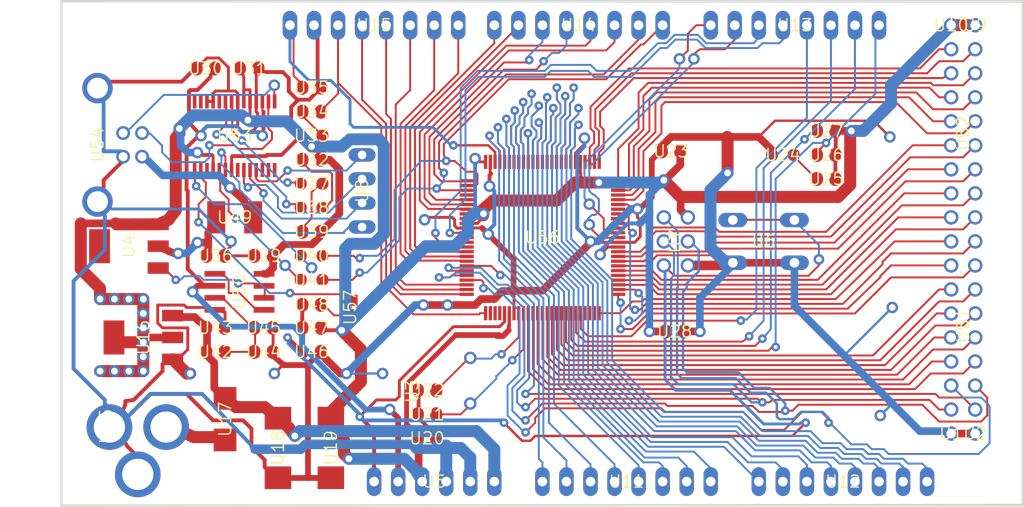
<source format=kicad_pcb>
(kicad_pcb (version 20171130) (host pcbnew "(5.1.4-0-10_14)")
  (layers (0 Top signal) (31 Bottom signal) (34 B.Paste user) (35 F.Paste user) (36 B.SilkS user) (37 F.SilkS user) (38 B.Mask user) (39 F.Mask user) (44 Edge.Cuts user))
  (net 0 "")
  (net 1 +5V)
  (net 2 GND)
  (net 3 N$6)
  (net 4 N$7)
  (net 5 AREF)
  (net 6 RESET)
  (net 7 VIN)
  (net 8 N$3)
  (net 9 PWRIN)
  (net 10 M8RXD)
  (net 11 M8TXD)
  (net 12 ADC0)
  (net 13 ADC2)
  (net 14 ADC1)
  (net 15 ADC3)
  (net 16 ADC4)
  (net 17 ADC5)
  (net 18 ADC6)
  (net 19 ADC7)
  (net 20 +3V3)
  (net 21 SDA)
  (net 22 SCL)
  (net 23 ADC9)
  (net 24 ADC8)
  (net 25 ADC10)
  (net 26 ADC11)
  (net 27 ADC12)
  (net 28 ADC13)
  (net 29 ADC14)
  (net 30 ADC15)
  (net 31 PB3)
  (net 32 PB2)
  (net 33 PB1)
  (net 34 PB5)
  (net 35 PB4)
  (net 36 PE5)
  (net 37 PE4)
  (net 38 PE3)
  (net 39 PE1)
  (net 40 PE0)
  (net 41 N$15)
  (net 42 N$53)
  (net 43 N$54)
  (net 44 N$55)
  (net 45 D-)
  (net 46 D+)
  (net 47 N$60)
  (net 48 DTR)
  (net 49 USBVCC)
  (net 50 N$2)
  (net 51 N$4)
  (net 52 GATE_CMD)
  (net 53 CMP)
  (net 54 PB6)
  (net 55 PH3)
  (net 56 PH4)
  (net 57 PH5)
  (net 58 PH6)
  (net 59 PG5)
  (net 60 RXD1)
  (net 61 TXD1)
  (net 62 RXD2)
  (net 63 RXD3)
  (net 64 TXD2)
  (net 65 TXD3)
  (net 66 PC0)
  (net 67 PC1)
  (net 68 PC2)
  (net 69 PC3)
  (net 70 PC4)
  (net 71 PC5)
  (net 72 PC6)
  (net 73 PC7)
  (net 74 PB0)
  (net 75 PG0)
  (net 76 PG1)
  (net 77 PG2)
  (net 78 PD7)
  (net 79 PA0)
  (net 80 PA1)
  (net 81 PA2)
  (net 82 PA3)
  (net 83 PA4)
  (net 84 PA5)
  (net 85 PA6)
  (net 86 PA7)
  (net 87 PL0)
  (net 88 PL1)
  (net 89 PL2)
  (net 90 PL3)
  (net 91 PL4)
  (net 92 PL5)
  (net 93 PL6)
  (net 94 PL7)
  (net 95 PB7)
  (net 96 CTS)
  (net 97 DSR)
  (net 98 DCD)
  (net 99 RI)
  (module Arduino_MEGA_Reference_Design:PN61729 (layer Top) (at 98.9584 93.5228 270)
    (fp_text reference U54 (at 0 -2.54 270) (layer F.SilkS) (effects (font (size 1.27 1.27))))
    (fp_text value "" (at 0 -2.54 270) (layer F.SilkS) (effects (font (size 1.27 1.27))))
    (pad P$2 thru_hole circle (at 6 -2.54 270) (size 3.216 3.216) (drill 2.2) (layers *.Cu *.Mask) (net 2 GND))
    (pad P$1 thru_hole circle (at -6 -2.54 270) (size 3.216 3.216) (drill 2.2) (layers *.Cu *.Mask) (net 2 GND))
    (pad 4 thru_hole circle (at 1.25 -5.25 270) (size 1.458 1.458) (drill 0.95) (layers *.Cu *.Mask) (net 2 GND))
    (pad 3 thru_hole circle (at -1.25 -5.25 270) (size 1.458 1.458) (drill 0.95) (layers *.Cu *.Mask) (net 46 D+))
    (pad 2 thru_hole circle (at -1.25 -7.25 270) (size 1.458 1.458) (drill 0.95) (layers *.Cu *.Mask) (net 45 D-))
    (pad 1 thru_hole circle (at 1.25 -7.25 270) (size 1.458 1.458) (drill 0.95) (layers *.Cu *.Mask) (net 47 N$60))
  )
  (module Arduino_MEGA_Reference_Design:DC-21MM (layer Top) (at 103.0351 123.2916 90)
    (fp_text reference U55 (at 0 -0.635 90) (layer F.SilkS) (effects (font (size 1.27 1.27))))
    (fp_text value "" (at 0 -0.635 90) (layer F.SilkS) (effects (font (size 1.27 1.27))))
    (pad 3 thru_hole circle (at -0.0762 -0.2794 90) (size 4.826 4.826) (drill 3.302) (layers *.Cu *.Mask) (net 2 GND))
    (pad 2 thru_hole circle (at -0.0762 5.715 90) (size 4.826 4.826) (drill 3.302) (layers *.Cu *.Mask) (net 9 PWRIN))
    (pad 1 thru_hole circle (at -5.08 2.7178 90) (size 4.826 4.826) (drill 3.302) (layers *.Cu *.Mask) (net 2 GND))
  )
  (module Arduino_MEGA_Reference_Design:1X01 (layer Top) (at 191.6811 124.0536)
    (fp_text reference U1 (at 0 0) (layer F.SilkS) (effects (font (size 1.27 1.27))))
    (fp_text value "" (at 0 0) (layer F.SilkS) (effects (font (size 1.27 1.27))))
    (pad 1 thru_hole circle (at 0 0) (size 1.524 1.524) (drill 1.016) (layers *.Cu *.Mask) (net 2 GND))
  )
  (module Arduino_MEGA_Reference_Design:1X01 (layer Top) (at 194.2211 124.0536)
    (fp_text reference U2 (at 0 0) (layer F.SilkS) (effects (font (size 1.27 1.27))))
    (fp_text value "" (at 0 0) (layer F.SilkS) (effects (font (size 1.27 1.27))))
    (pad 1 thru_hole circle (at 0 0) (size 1.524 1.524) (drill 1.016) (layers *.Cu *.Mask) (net 2 GND))
  )
  (module Arduino_MEGA_Reference_Design:HC49_S (layer Top) (at 140.8811 118.4656 90)
    (fp_text reference U3 (at -1.1 -6.15 90) (layer F.SilkS) (effects (font (size 1.27 1.27))))
    (fp_text value "" (at -1.1 -6.15 90) (layer F.SilkS) (effects (font (size 1.27 1.27))))
    (pad 2 thru_hole circle (at 2.413 0 90) (size 1.3208 1.3208) (drill 0.8128) (layers *.Cu *.Mask) (net 4 N$7))
    (pad 1 thru_hole circle (at -2.413 0 90) (size 1.3208 1.3208) (drill 0.8128) (layers *.Cu *.Mask) (net 3 N$6))
  )
  (module Arduino_MEGA_Reference_Design:SOT223 (layer Top) (at 104.8131 104.2416 90)
    (fp_text reference U4 (at 0 0 90) (layer F.SilkS) (effects (font (size 1.27 1.27))))
    (fp_text value "" (at 0 0 90) (layer F.SilkS) (effects (font (size 1.27 1.27))))
    (pad 4 smd rect (at 0 -3.099 90) (size 3.6 2.2) (layers Top F.Paste F.Mask))
    (pad 3 smd rect (at 2.3114 3.0988 90) (size 1.2192 2.2352) (layers Top F.Paste F.Mask) (net 1 +5V))
    (pad 2 smd rect (at 0 3.0988 90) (size 1.2192 2.2352) (layers Top F.Paste F.Mask) (net 49 USBVCC))
    (pad 1 smd rect (at -2.3114 3.0988 90) (size 1.2192 2.2352) (layers Top F.Paste F.Mask) (net 52 GATE_CMD))
  )
  (module Arduino_MEGA_Reference_Design:1X06 (layer Top) (at 137.0711 129.1336)
    (fp_text reference U5 (at 0 0) (layer F.SilkS) (effects (font (size 1.27 1.27))))
    (fp_text value "" (at 0 0) (layer F.SilkS) (effects (font (size 1.27 1.27))))
    (pad 6 thru_hole oval (at 6.35 0 90) (size 3.048 1.524) (drill 1.016) (layers *.Cu *.Mask) (net 7 VIN))
    (pad 5 thru_hole oval (at 3.81 0 90) (size 3.048 1.524) (drill 1.016) (layers *.Cu *.Mask) (net 2 GND))
    (pad 4 thru_hole oval (at 1.27 0 90) (size 3.048 1.524) (drill 1.016) (layers *.Cu *.Mask) (net 2 GND))
    (pad 3 thru_hole oval (at -1.27 0 90) (size 3.048 1.524) (drill 1.016) (layers *.Cu *.Mask) (net 1 +5V))
    (pad 2 thru_hole oval (at -3.81 0 90) (size 3.048 1.524) (drill 1.016) (layers *.Cu *.Mask) (net 20 +3V3))
    (pad 1 thru_hole oval (at -6.35 0 90) (size 3.048 1.524) (drill 1.016) (layers *.Cu *.Mask) (net 6 RESET))
  )
  (module Arduino_MEGA_Reference_Design:B3F-10XX (layer Top) (at 171.8691 103.7336 180)
    (fp_text reference U6 (at 0 0 180) (layer F.SilkS) (effects (font (size 1.27 1.27))))
    (fp_text value "" (at 0 0 180) (layer F.SilkS) (effects (font (size 1.27 1.27))))
    (pad 4 thru_hole oval (at 3.2512 2.2606 180) (size 3.048 1.524) (drill 1.016) (layers *.Cu *.Mask) (net 6 RESET))
    (pad 2 thru_hole oval (at 3.2512 -2.2606 180) (size 3.048 1.524) (drill 1.016) (layers *.Cu *.Mask) (net 2 GND))
    (pad 3 thru_hole oval (at -3.2512 2.2606 180) (size 3.048 1.524) (drill 1.016) (layers *.Cu *.Mask) (net 6 RESET))
    (pad 1 thru_hole oval (at -3.2512 -2.2606 180) (size 3.048 1.524) (drill 1.016) (layers *.Cu *.Mask) (net 2 GND))
  )
  (module Arduino_MEGA_Reference_Design:2X03 (layer Top) (at 162.5981 103.7336 270)
    (fp_text reference U7 (at 0 0 270) (layer F.SilkS) (effects (font (size 1.27 1.27))))
    (fp_text value "" (at 0 0 270) (layer F.SilkS) (effects (font (size 1.27 1.27))))
    (pad 6 thru_hole circle (at 2.54 -1.27 270) (size 1.524 1.524) (drill 1.016) (layers *.Cu *.Mask) (net 2 GND))
    (pad 5 thru_hole circle (at 2.54 1.27 270) (size 1.524 1.524) (drill 1.016) (layers *.Cu *.Mask) (net 6 RESET))
    (pad 4 thru_hole circle (at 0 -1.27 270) (size 1.524 1.524) (drill 1.016) (layers *.Cu *.Mask) (net 32 PB2))
    (pad 3 thru_hole circle (at 0 1.27 270) (size 1.524 1.524) (drill 1.016) (layers *.Cu *.Mask) (net 33 PB1))
    (pad 2 thru_hole circle (at -2.54 -1.27 270) (size 1.524 1.524) (drill 1.016) (layers *.Cu *.Mask) (net 1 +5V))
    (pad 1 thru_hole circle (at -2.54 1.27 270) (size 1.524 1.524) (drill 1.016) (layers *.Cu *.Mask) (net 31 PB3))
  )
  (module Arduino_MEGA_Reference_Design:JP4 (layer Top) (at 129.4511 98.3996 270)
    (fp_text reference U8 (at 0 0 270) (layer F.SilkS) (effects (font (size 1.27 1.27))))
    (fp_text value "" (at 0 0 270) (layer F.SilkS) (effects (font (size 1.27 1.27))))
    (pad 4 thru_hole oval (at 3.81 0) (size 2.8448 1.4224) (drill 0.9144) (layers *.Cu *.Mask) (net 99 RI))
    (pad 3 thru_hole oval (at 1.27 0) (size 2.8448 1.4224) (drill 0.9144) (layers *.Cu *.Mask) (net 98 DCD))
    (pad 2 thru_hole oval (at -1.27 0) (size 2.8448 1.4224) (drill 0.9144) (layers *.Cu *.Mask) (net 97 DSR))
    (pad 1 thru_hole oval (at -3.81 0) (size 2.8448 1.4224) (drill 0.9144) (layers *.Cu *.Mask) (net 96 CTS))
  )
  (module Arduino_MEGA_Reference_Design:1X01 (layer Top) (at 194.2211 80.8736)
    (fp_text reference U9 (at 0 0) (layer F.SilkS) (effects (font (size 1.27 1.27))))
    (fp_text value "" (at 0 0) (layer F.SilkS) (effects (font (size 1.27 1.27))))
    (pad 1 thru_hole circle (at 0 0) (size 1.524 1.524) (drill 1.016) (layers *.Cu *.Mask) (net 1 +5V))
  )
  (module Arduino_MEGA_Reference_Design:1X01 (layer Top) (at 191.6811 80.8736)
    (fp_text reference U10 (at 0 0) (layer F.SilkS) (effects (font (size 1.27 1.27))))
    (fp_text value "" (at 0 0) (layer F.SilkS) (effects (font (size 1.27 1.27))))
    (pad 1 thru_hole circle (at 0 0) (size 1.524 1.524) (drill 1.016) (layers *.Cu *.Mask) (net 1 +5V))
  )
  (module Arduino_MEGA_Reference_Design:1X08 (layer Top) (at 157.3911 129.1336)
    (fp_text reference U11 (at 0 0) (layer F.SilkS) (effects (font (size 1.27 1.27))))
    (fp_text value "" (at 0 0) (layer F.SilkS) (effects (font (size 1.27 1.27))))
    (pad 8 thru_hole oval (at 8.89 0 90) (size 3.048 1.524) (drill 1.016) (layers *.Cu *.Mask) (net 19 ADC7))
    (pad 7 thru_hole oval (at 6.35 0 90) (size 3.048 1.524) (drill 1.016) (layers *.Cu *.Mask) (net 18 ADC6))
    (pad 6 thru_hole oval (at 3.81 0 90) (size 3.048 1.524) (drill 1.016) (layers *.Cu *.Mask) (net 17 ADC5))
    (pad 5 thru_hole oval (at 1.27 0 90) (size 3.048 1.524) (drill 1.016) (layers *.Cu *.Mask) (net 16 ADC4))
    (pad 4 thru_hole oval (at -1.27 0 90) (size 3.048 1.524) (drill 1.016) (layers *.Cu *.Mask) (net 15 ADC3))
    (pad 3 thru_hole oval (at -3.81 0 90) (size 3.048 1.524) (drill 1.016) (layers *.Cu *.Mask) (net 13 ADC2))
    (pad 2 thru_hole oval (at -6.35 0 90) (size 3.048 1.524) (drill 1.016) (layers *.Cu *.Mask) (net 14 ADC1))
    (pad 1 thru_hole oval (at -8.89 0 90) (size 3.048 1.524) (drill 1.016) (layers *.Cu *.Mask) (net 12 ADC0))
  )
  (module Arduino_MEGA_Reference_Design:1X08 (layer Top) (at 180.2511 129.1336)
    (fp_text reference U12 (at 0 0) (layer F.SilkS) (effects (font (size 1.27 1.27))))
    (fp_text value "" (at 0 0) (layer F.SilkS) (effects (font (size 1.27 1.27))))
    (pad 8 thru_hole oval (at 8.89 0 90) (size 3.048 1.524) (drill 1.016) (layers *.Cu *.Mask) (net 30 ADC15))
    (pad 7 thru_hole oval (at 6.35 0 90) (size 3.048 1.524) (drill 1.016) (layers *.Cu *.Mask) (net 29 ADC14))
    (pad 6 thru_hole oval (at 3.81 0 90) (size 3.048 1.524) (drill 1.016) (layers *.Cu *.Mask) (net 28 ADC13))
    (pad 5 thru_hole oval (at 1.27 0 90) (size 3.048 1.524) (drill 1.016) (layers *.Cu *.Mask) (net 27 ADC12))
    (pad 4 thru_hole oval (at -1.27 0 90) (size 3.048 1.524) (drill 1.016) (layers *.Cu *.Mask) (net 26 ADC11))
    (pad 3 thru_hole oval (at -3.81 0 90) (size 3.048 1.524) (drill 1.016) (layers *.Cu *.Mask) (net 25 ADC10))
    (pad 2 thru_hole oval (at -6.35 0 90) (size 3.048 1.524) (drill 1.016) (layers *.Cu *.Mask) (net 23 ADC9))
    (pad 1 thru_hole oval (at -8.89 0 90) (size 3.048 1.524) (drill 1.016) (layers *.Cu *.Mask) (net 24 ADC8))
  )
  (module Arduino_MEGA_Reference_Design:1X08 (layer Top) (at 175.1711 80.8736 180)
    (fp_text reference U13 (at 0 0 180) (layer F.SilkS) (effects (font (size 1.27 1.27))))
    (fp_text value "" (at 0 0 180) (layer F.SilkS) (effects (font (size 1.27 1.27))))
    (pad 8 thru_hole oval (at 8.89 0 270) (size 3.048 1.524) (drill 1.016) (layers *.Cu *.Mask) (net 65 TXD3))
    (pad 7 thru_hole oval (at 6.35 0 270) (size 3.048 1.524) (drill 1.016) (layers *.Cu *.Mask) (net 63 RXD3))
    (pad 6 thru_hole oval (at 3.81 0 270) (size 3.048 1.524) (drill 1.016) (layers *.Cu *.Mask) (net 64 TXD2))
    (pad 5 thru_hole oval (at 1.27 0 270) (size 3.048 1.524) (drill 1.016) (layers *.Cu *.Mask) (net 62 RXD2))
    (pad 4 thru_hole oval (at -1.27 0 270) (size 3.048 1.524) (drill 1.016) (layers *.Cu *.Mask) (net 61 TXD1))
    (pad 3 thru_hole oval (at -3.81 0 270) (size 3.048 1.524) (drill 1.016) (layers *.Cu *.Mask) (net 60 RXD1))
    (pad 2 thru_hole oval (at -6.35 0 270) (size 3.048 1.524) (drill 1.016) (layers *.Cu *.Mask) (net 21 SDA))
    (pad 1 thru_hole oval (at -8.89 0 270) (size 3.048 1.524) (drill 1.016) (layers *.Cu *.Mask) (net 22 SCL))
  )
  (module Arduino_MEGA_Reference_Design:1X08 (layer Top) (at 152.3111 80.8736 180)
    (fp_text reference U14 (at 0 0 180) (layer F.SilkS) (effects (font (size 1.27 1.27))))
    (fp_text value "" (at 0 0 180) (layer F.SilkS) (effects (font (size 1.27 1.27))))
    (pad 8 thru_hole oval (at 8.89 0 270) (size 3.048 1.524) (drill 1.016) (layers *.Cu *.Mask) (net 56 PH4))
    (pad 7 thru_hole oval (at 6.35 0 270) (size 3.048 1.524) (drill 1.016) (layers *.Cu *.Mask) (net 55 PH3))
    (pad 6 thru_hole oval (at 3.81 0 270) (size 3.048 1.524) (drill 1.016) (layers *.Cu *.Mask) (net 38 PE3))
    (pad 5 thru_hole oval (at 1.27 0 270) (size 3.048 1.524) (drill 1.016) (layers *.Cu *.Mask) (net 59 PG5))
    (pad 4 thru_hole oval (at -1.27 0 270) (size 3.048 1.524) (drill 1.016) (layers *.Cu *.Mask) (net 36 PE5))
    (pad 3 thru_hole oval (at -3.81 0 270) (size 3.048 1.524) (drill 1.016) (layers *.Cu *.Mask) (net 37 PE4))
    (pad 2 thru_hole oval (at -6.35 0 270) (size 3.048 1.524) (drill 1.016) (layers *.Cu *.Mask) (net 39 PE1))
    (pad 1 thru_hole oval (at -8.89 0 270) (size 3.048 1.524) (drill 1.016) (layers *.Cu *.Mask) (net 40 PE0))
  )
  (module Arduino_MEGA_Reference_Design:1X08 (layer Top) (at 130.7211 80.8736 180)
    (fp_text reference U15 (at 0 0 180) (layer F.SilkS) (effects (font (size 1.27 1.27))))
    (fp_text value "" (at 0 0 180) (layer F.SilkS) (effects (font (size 1.27 1.27))))
    (pad 8 thru_hole oval (at 8.89 0 270) (size 3.048 1.524) (drill 1.016) (layers *.Cu *.Mask) (net 5 AREF))
    (pad 7 thru_hole oval (at 6.35 0 270) (size 3.048 1.524) (drill 1.016) (layers *.Cu *.Mask) (net 2 GND))
    (pad 6 thru_hole oval (at 3.81 0 270) (size 3.048 1.524) (drill 1.016) (layers *.Cu *.Mask) (net 95 PB7))
    (pad 5 thru_hole oval (at 1.27 0 270) (size 3.048 1.524) (drill 1.016) (layers *.Cu *.Mask) (net 54 PB6))
    (pad 4 thru_hole oval (at -1.27 0 270) (size 3.048 1.524) (drill 1.016) (layers *.Cu *.Mask) (net 34 PB5))
    (pad 3 thru_hole oval (at -3.81 0 270) (size 3.048 1.524) (drill 1.016) (layers *.Cu *.Mask) (net 35 PB4))
    (pad 2 thru_hole oval (at -6.35 0 270) (size 3.048 1.524) (drill 1.016) (layers *.Cu *.Mask) (net 58 PH6))
    (pad 1 thru_hole oval (at -8.89 0 270) (size 3.048 1.524) (drill 1.016) (layers *.Cu *.Mask) (net 57 PH5))
  )
  (module Arduino_MEGA_Reference_Design:SOT223 (layer Top) (at 106.3371 113.8936 90)
    (fp_text reference U16 (at 0 0 90) (layer F.SilkS) (effects (font (size 1.27 1.27))))
    (fp_text value "" (at 0 0 90) (layer F.SilkS) (effects (font (size 1.27 1.27))))
    (pad 4 smd rect (at 0 -3.099 90) (size 3.6 2.2) (layers Top F.Paste F.Mask) (net 1 +5V))
    (pad 3 smd rect (at 2.3114 3.0988 90) (size 1.2192 2.2352) (layers Top F.Paste F.Mask) (net 7 VIN))
    (pad 2 smd rect (at 0 3.0988 90) (size 1.2192 2.2352) (layers Top F.Paste F.Mask) (net 1 +5V))
    (pad 1 smd rect (at -2.3114 3.0988 90) (size 1.2192 2.2352) (layers Top F.Paste F.Mask) (net 2 GND))
  )
  (module Arduino_MEGA_Reference_Design:SMB (layer Top) (at 114.9731 122.5296 270)
    (fp_text reference U17 (at 0 0 270) (layer F.SilkS) (effects (font (size 1.27 1.27))))
    (fp_text value "" (at 0 0 270) (layer F.SilkS) (effects (font (size 1.27 1.27))))
    (pad A smd rect (at 2.2 0 270) (size 2.4 2.4) (layers Top F.Paste F.Mask) (net 9 PWRIN))
    (pad C smd rect (at -2.2 0 270) (size 2.4 2.4) (layers Top F.Paste F.Mask) (net 7 VIN))
  )
  (module Arduino_MEGA_Reference_Design:SMC_D (layer Top) (at 120.5611 125.5776 270)
    (fp_text reference U18 (at 0 0 270) (layer F.SilkS) (effects (font (size 1.27 1.27))))
    (fp_text value "" (at 0 0 270) (layer F.SilkS) (effects (font (size 1.27 1.27))))
    (pad - smd rect (at 3.15 0 90) (size 2.4 2.8) (layers Top F.Paste F.Mask) (net 2 GND))
    (pad + smd rect (at -3.15 0 270) (size 2.4 2.8) (layers Top F.Paste F.Mask) (net 7 VIN))
  )
  (module Arduino_MEGA_Reference_Design:SMC_D (layer Top) (at 126.1491 125.5776 270)
    (fp_text reference U19 (at 0 0 270) (layer F.SilkS) (effects (font (size 1.27 1.27))))
    (fp_text value "" (at 0 0 270) (layer F.SilkS) (effects (font (size 1.27 1.27))))
    (pad - smd rect (at 3.15 0 90) (size 2.4 2.8) (layers Top F.Paste F.Mask) (net 2 GND))
    (pad + smd rect (at -3.15 0 270) (size 2.4 2.8) (layers Top F.Paste F.Mask) (net 1 +5V))
  )
  (module Arduino_MEGA_Reference_Design:C0805RND (layer Top) (at 136.3091 124.5616)
    (fp_text reference U20 (at 0 0) (layer F.SilkS) (effects (font (size 1.27 1.27))))
    (fp_text value "" (at 0 0) (layer F.SilkS) (effects (font (size 1.27 1.27))))
    (pad 2 smd roundrect (at 0.977 0) (size 1.3 1.5) (layers Top F.Paste F.Mask) (roundrect_rratio 0.5) (net 2 GND))
    (pad 1 smd roundrect (at -0.977 0) (size 1.3 1.5) (layers Top F.Paste F.Mask) (roundrect_rratio 0.5) (net 1 +5V))
  )
  (module Arduino_MEGA_Reference_Design:C0805RND (layer Top) (at 136.3091 122.0216)
    (fp_text reference U21 (at 0 0) (layer F.SilkS) (effects (font (size 1.27 1.27))))
    (fp_text value "" (at 0 0) (layer F.SilkS) (effects (font (size 1.27 1.27))))
    (pad 2 smd roundrect (at 0.977 0) (size 1.3 1.5) (layers Top F.Paste F.Mask) (roundrect_rratio 0.5) (net 3 N$6))
    (pad 1 smd roundrect (at -0.977 0) (size 1.3 1.5) (layers Top F.Paste F.Mask) (roundrect_rratio 0.5) (net 2 GND))
  )
  (module Arduino_MEGA_Reference_Design:C0805RND (layer Top) (at 136.3091 119.4816)
    (fp_text reference U22 (at 0 0) (layer F.SilkS) (effects (font (size 1.27 1.27))))
    (fp_text value "" (at 0 0) (layer F.SilkS) (effects (font (size 1.27 1.27))))
    (pad 2 smd roundrect (at 0.977 0) (size 1.3 1.5) (layers Top F.Paste F.Mask) (roundrect_rratio 0.5) (net 4 N$7))
    (pad 1 smd roundrect (at -0.977 0) (size 1.3 1.5) (layers Top F.Paste F.Mask) (roundrect_rratio 0.5) (net 2 GND))
  )
  (module Arduino_MEGA_Reference_Design:C0805RND (layer Top) (at 162.0901 94.2086 180)
    (fp_text reference U23 (at 0 0 180) (layer F.SilkS) (effects (font (size 1.27 1.27))))
    (fp_text value "" (at 0 0 180) (layer F.SilkS) (effects (font (size 1.27 1.27))))
    (pad 2 smd roundrect (at 0.977 0 180) (size 1.3 1.5) (layers Top F.Paste F.Mask) (roundrect_rratio 0.5) (net 2 GND))
    (pad 1 smd roundrect (at -0.977 0 180) (size 1.3 1.5) (layers Top F.Paste F.Mask) (roundrect_rratio 0.5) (net 1 +5V))
  )
  (module Arduino_MEGA_Reference_Design:0805RND (layer Top) (at 173.9011 94.5896 180)
    (fp_text reference U24 (at 0 0 180) (layer F.SilkS) (effects (font (size 1.27 1.27))))
    (fp_text value "" (at 0 0 180) (layer F.SilkS) (effects (font (size 1.27 1.27))))
    (pad P$2 smd roundrect (at 1.143 0 270) (size 1.27 1.27) (layers Top F.Paste F.Mask) (roundrect_rratio 0.45) (net 2 GND))
    (pad P$1 smd roundrect (at -1.143 0 270) (size 1.27 1.27) (layers Top F.Paste F.Mask) (roundrect_rratio 0.45) (net 8 N$3))
  )
  (module Arduino_MEGA_Reference_Design:R0805RND (layer Top) (at 178.4731 97.1296 180)
    (fp_text reference U25 (at 0 0 180) (layer F.SilkS) (effects (font (size 1.27 1.27))))
    (fp_text value "" (at 0 0 180) (layer F.SilkS) (effects (font (size 1.27 1.27))))
    (pad 2 smd roundrect (at 0.977 0 180) (size 1.3 1.5) (layers Top F.Paste F.Mask) (roundrect_rratio 0.5) (net 8 N$3))
    (pad 1 smd roundrect (at -0.977 0 180) (size 1.3 1.5) (layers Top F.Paste F.Mask) (roundrect_rratio 0.5) (net 1 +5V))
  )
  (module Arduino_MEGA_Reference_Design:R0805RND (layer Top) (at 178.4731 94.5896 180)
    (fp_text reference U26 (at 0 0 180) (layer F.SilkS) (effects (font (size 1.27 1.27))))
    (fp_text value "" (at 0 0 180) (layer F.SilkS) (effects (font (size 1.27 1.27))))
    (pad 2 smd roundrect (at 0.977 0 180) (size 1.3 1.5) (layers Top F.Paste F.Mask) (roundrect_rratio 0.5) (net 22 SCL))
    (pad 1 smd roundrect (at -0.977 0 180) (size 1.3 1.5) (layers Top F.Paste F.Mask) (roundrect_rratio 0.5) (net 1 +5V))
  )
  (module Arduino_MEGA_Reference_Design:R0805RND (layer Top) (at 178.4731 92.0496 180)
    (fp_text reference U27 (at 0 0 180) (layer F.SilkS) (effects (font (size 1.27 1.27))))
    (fp_text value "" (at 0 0 180) (layer F.SilkS) (effects (font (size 1.27 1.27))))
    (pad 2 smd roundrect (at 0.977 0 180) (size 1.3 1.5) (layers Top F.Paste F.Mask) (roundrect_rratio 0.5) (net 21 SDA))
    (pad 1 smd roundrect (at -0.977 0 180) (size 1.3 1.5) (layers Top F.Paste F.Mask) (roundrect_rratio 0.5) (net 1 +5V))
  )
  (module Arduino_MEGA_Reference_Design:C0805RND (layer Top) (at 162.4711 113.2586)
    (fp_text reference U28 (at 0 0) (layer F.SilkS) (effects (font (size 1.27 1.27))))
    (fp_text value "" (at 0 0) (layer F.SilkS) (effects (font (size 1.27 1.27))))
    (pad 2 smd roundrect (at 0.977 0) (size 1.3 1.5) (layers Top F.Paste F.Mask) (roundrect_rratio 0.5) (net 2 GND))
    (pad 1 smd roundrect (at -0.977 0) (size 1.3 1.5) (layers Top F.Paste F.Mask) (roundrect_rratio 0.5) (net 1 +5V))
  )
  (module Arduino_MEGA_Reference_Design:C0805RND (layer Top) (at 119.0371 105.2576)
    (fp_text reference U29 (at 0 0) (layer F.SilkS) (effects (font (size 1.27 1.27))))
    (fp_text value "" (at 0 0) (layer F.SilkS) (effects (font (size 1.27 1.27))))
    (pad 2 smd roundrect (at 0.977 0) (size 1.3 1.5) (layers Top F.Paste F.Mask) (roundrect_rratio 0.5) (net 1 +5V))
    (pad 1 smd roundrect (at -0.977 0) (size 1.3 1.5) (layers Top F.Paste F.Mask) (roundrect_rratio 0.5) (net 2 GND))
  )
  (module Arduino_MEGA_Reference_Design:C0805RND (layer Top) (at 112.9411 85.4456)
    (fp_text reference U30 (at 0 0) (layer F.SilkS) (effects (font (size 1.27 1.27))))
    (fp_text value "" (at 0 0) (layer F.SilkS) (effects (font (size 1.27 1.27))))
    (pad 2 smd roundrect (at 0.977 0) (size 1.3 1.5) (layers Top F.Paste F.Mask) (roundrect_rratio 0.5) (net 20 +3V3))
    (pad 1 smd roundrect (at -0.977 0) (size 1.3 1.5) (layers Top F.Paste F.Mask) (roundrect_rratio 0.5) (net 2 GND))
  )
  (module Arduino_MEGA_Reference_Design:C0805RND (layer Top) (at 117.5131 85.4456)
    (fp_text reference U31 (at 0 0) (layer F.SilkS) (effects (font (size 1.27 1.27))))
    (fp_text value "" (at 0 0) (layer F.SilkS) (effects (font (size 1.27 1.27))))
    (pad 2 smd roundrect (at 0.977 0) (size 1.3 1.5) (layers Top F.Paste F.Mask) (roundrect_rratio 0.5) (net 2 GND))
    (pad 1 smd roundrect (at -0.977 0) (size 1.3 1.5) (layers Top F.Paste F.Mask) (roundrect_rratio 0.5) (net 1 +5V))
  )
  (module Arduino_MEGA_Reference_Design:R0805RND (layer Top) (at 124.1171 95.0976)
    (fp_text reference U32 (at 0 0) (layer F.SilkS) (effects (font (size 1.27 1.27))))
    (fp_text value "" (at 0 0) (layer F.SilkS) (effects (font (size 1.27 1.27))))
    (pad 2 smd roundrect (at 0.977 0) (size 1.3 1.5) (layers Top F.Paste F.Mask) (roundrect_rratio 0.5) (net 1 +5V))
    (pad 1 smd roundrect (at -0.977 0) (size 1.3 1.5) (layers Top F.Paste F.Mask) (roundrect_rratio 0.5) (net 43 N$54))
  )
  (module Arduino_MEGA_Reference_Design:0805RND (layer Top) (at 124.1171 92.5576 180)
    (fp_text reference U33 (at 0 0 180) (layer F.SilkS) (effects (font (size 1.27 1.27))))
    (fp_text value "" (at 0 0 180) (layer F.SilkS) (effects (font (size 1.27 1.27))))
    (pad P$2 smd roundrect (at 1.143 0 270) (size 1.27 1.27) (layers Top F.Paste F.Mask) (roundrect_rratio 0.45) (net 2 GND))
    (pad P$1 smd roundrect (at -1.143 0 270) (size 1.27 1.27) (layers Top F.Paste F.Mask) (roundrect_rratio 0.45) (net 50 N$2))
  )
  (module Arduino_MEGA_Reference_Design:R0805RND (layer Top) (at 124.1171 90.0176 180)
    (fp_text reference U34 (at 0 0 180) (layer F.SilkS) (effects (font (size 1.27 1.27))))
    (fp_text value "" (at 0 0 180) (layer F.SilkS) (effects (font (size 1.27 1.27))))
    (pad 2 smd roundrect (at 0.977 0 180) (size 1.3 1.5) (layers Top F.Paste F.Mask) (roundrect_rratio 0.5) (net 50 N$2))
    (pad 1 smd roundrect (at -0.977 0 180) (size 1.3 1.5) (layers Top F.Paste F.Mask) (roundrect_rratio 0.5) (net 95 PB7))
  )
  (module Arduino_MEGA_Reference_Design:C0805RND (layer Top) (at 124.1171 87.4776)
    (fp_text reference U35 (at 0 0) (layer F.SilkS) (effects (font (size 1.27 1.27))))
    (fp_text value "" (at 0 0) (layer F.SilkS) (effects (font (size 1.27 1.27))))
    (pad 2 smd roundrect (at 0.977 0) (size 1.3 1.5) (layers Top F.Paste F.Mask) (roundrect_rratio 0.5) (net 2 GND))
    (pad 1 smd roundrect (at -0.977 0) (size 1.3 1.5) (layers Top F.Paste F.Mask) (roundrect_rratio 0.5) (net 5 AREF))
  )
  (module Arduino_MEGA_Reference_Design:C0805RND (layer Top) (at 113.9571 105.2576)
    (fp_text reference U36 (at 0 0) (layer F.SilkS) (effects (font (size 1.27 1.27))))
    (fp_text value "" (at 0 0) (layer F.SilkS) (effects (font (size 1.27 1.27))))
    (pad 2 smd roundrect (at 0.977 0) (size 1.3 1.5) (layers Top F.Paste F.Mask) (roundrect_rratio 0.5) (net 2 GND))
    (pad 1 smd roundrect (at -0.977 0) (size 1.3 1.5) (layers Top F.Paste F.Mask) (roundrect_rratio 0.5) (net 49 USBVCC))
  )
  (module Arduino_MEGA_Reference_Design:0805RND (layer Top) (at 124.1171 97.6376 180)
    (fp_text reference U37 (at 0 0 180) (layer F.SilkS) (effects (font (size 1.27 1.27))))
    (fp_text value "" (at 0 0 180) (layer F.SilkS) (effects (font (size 1.27 1.27))))
    (pad P$2 smd roundrect (at 1.143 0 270) (size 1.27 1.27) (layers Top F.Paste F.Mask) (roundrect_rratio 0.45) (net 42 N$53))
    (pad P$1 smd roundrect (at -1.143 0 270) (size 1.27 1.27) (layers Top F.Paste F.Mask) (roundrect_rratio 0.45) (net 44 N$55))
  )
  (module Arduino_MEGA_Reference_Design:0805RND (layer Top) (at 124.1171 100.1776 180)
    (fp_text reference U38 (at 0 0 180) (layer F.SilkS) (effects (font (size 1.27 1.27))))
    (fp_text value "" (at 0 0 180) (layer F.SilkS) (effects (font (size 1.27 1.27))))
    (pad P$2 smd roundrect (at 1.143 0 270) (size 1.27 1.27) (layers Top F.Paste F.Mask) (roundrect_rratio 0.45) (net 41 N$15))
    (pad P$1 smd roundrect (at -1.143 0 270) (size 1.27 1.27) (layers Top F.Paste F.Mask) (roundrect_rratio 0.45) (net 43 N$54))
  )
  (module Arduino_MEGA_Reference_Design:R0805RND (layer Top) (at 124.1171 102.7176)
    (fp_text reference U39 (at 0 0) (layer F.SilkS) (effects (font (size 1.27 1.27))))
    (fp_text value "" (at 0 0) (layer F.SilkS) (effects (font (size 1.27 1.27))))
    (pad 2 smd roundrect (at 0.977 0) (size 1.3 1.5) (layers Top F.Paste F.Mask) (roundrect_rratio 0.5) (net 1 +5V))
    (pad 1 smd roundrect (at -0.977 0) (size 1.3 1.5) (layers Top F.Paste F.Mask) (roundrect_rratio 0.5) (net 44 N$55))
  )
  (module Arduino_MEGA_Reference_Design:RCL_0805RND (layer Top) (at 124.1171 105.2576)
    (fp_text reference U40 (at 0 0) (layer F.SilkS) (effects (font (size 1.27 1.27))))
    (fp_text value "" (at 0 0) (layer F.SilkS) (effects (font (size 1.27 1.27))))
    (pad P$2 smd roundrect (at 1.143 0 90) (size 1.27 1.27) (layers Top F.Paste F.Mask) (roundrect_rratio 0.45) (net 40 PE0))
    (pad P$1 smd roundrect (at -1.143 0 90) (size 1.27 1.27) (layers Top F.Paste F.Mask) (roundrect_rratio 0.45) (net 10 M8RXD))
  )
  (module Arduino_MEGA_Reference_Design:RCL_0805RND (layer Top) (at 124.1171 107.7976)
    (fp_text reference U41 (at 0 0) (layer F.SilkS) (effects (font (size 1.27 1.27))))
    (fp_text value "" (at 0 0) (layer F.SilkS) (effects (font (size 1.27 1.27))))
    (pad P$2 smd roundrect (at 1.143 0 90) (size 1.27 1.27) (layers Top F.Paste F.Mask) (roundrect_rratio 0.45) (net 39 PE1))
    (pad P$1 smd roundrect (at -1.143 0 90) (size 1.27 1.27) (layers Top F.Paste F.Mask) (roundrect_rratio 0.45) (net 11 M8TXD))
  )
  (module Arduino_MEGA_Reference_Design:R0805RND (layer Top) (at 113.9571 115.4176 180)
    (fp_text reference U42 (at 0 0 180) (layer F.SilkS) (effects (font (size 1.27 1.27))))
    (fp_text value "" (at 0 0 180) (layer F.SilkS) (effects (font (size 1.27 1.27))))
    (pad 2 smd roundrect (at 0.977 0 180) (size 1.3 1.5) (layers Top F.Paste F.Mask) (roundrect_rratio 0.5) (net 7 VIN))
    (pad 1 smd roundrect (at -0.977 0 180) (size 1.3 1.5) (layers Top F.Paste F.Mask) (roundrect_rratio 0.5) (net 53 CMP))
  )
  (module Arduino_MEGA_Reference_Design:C0805RND (layer Top) (at 113.9571 112.8776)
    (fp_text reference U43 (at 0 0) (layer F.SilkS) (effects (font (size 1.27 1.27))))
    (fp_text value "" (at 0 0) (layer F.SilkS) (effects (font (size 1.27 1.27))))
    (pad 2 smd roundrect (at 0.977 0) (size 1.3 1.5) (layers Top F.Paste F.Mask) (roundrect_rratio 0.5) (net 2 GND))
    (pad 1 smd roundrect (at -0.977 0) (size 1.3 1.5) (layers Top F.Paste F.Mask) (roundrect_rratio 0.5) (net 7 VIN))
  )
  (module Arduino_MEGA_Reference_Design:C0805RND (layer Top) (at 119.0371 115.4176 180)
    (fp_text reference U44 (at 0 0 180) (layer F.SilkS) (effects (font (size 1.27 1.27))))
    (fp_text value "" (at 0 0 180) (layer F.SilkS) (effects (font (size 1.27 1.27))))
    (pad 2 smd roundrect (at 0.977 0 180) (size 1.3 1.5) (layers Top F.Paste F.Mask) (roundrect_rratio 0.5) (net 53 CMP))
    (pad 1 smd roundrect (at -0.977 0 180) (size 1.3 1.5) (layers Top F.Paste F.Mask) (roundrect_rratio 0.5) (net 2 GND))
  )
  (module Arduino_MEGA_Reference_Design:R0805RND (layer Top) (at 119.0371 112.8776 180)
    (fp_text reference U45 (at 0 0 180) (layer F.SilkS) (effects (font (size 1.27 1.27))))
    (fp_text value "" (at 0 0 180) (layer F.SilkS) (effects (font (size 1.27 1.27))))
    (pad 2 smd roundrect (at 0.977 0 180) (size 1.3 1.5) (layers Top F.Paste F.Mask) (roundrect_rratio 0.5) (net 53 CMP))
    (pad 1 smd roundrect (at -0.977 0 180) (size 1.3 1.5) (layers Top F.Paste F.Mask) (roundrect_rratio 0.5) (net 2 GND))
  )
  (module Arduino_MEGA_Reference_Design:C0805RND (layer Top) (at 124.1171 115.4176)
    (fp_text reference U46 (at 0 0) (layer F.SilkS) (effects (font (size 1.27 1.27))))
    (fp_text value "" (at 0 0) (layer F.SilkS) (effects (font (size 1.27 1.27))))
    (pad 2 smd roundrect (at 0.977 0) (size 1.3 1.5) (layers Top F.Paste F.Mask) (roundrect_rratio 0.5) (net 2 GND))
    (pad 1 smd roundrect (at -0.977 0) (size 1.3 1.5) (layers Top F.Paste F.Mask) (roundrect_rratio 0.5) (net 6 RESET))
  )
  (module Arduino_MEGA_Reference_Design:R0805RND (layer Top) (at 124.1171 112.8776)
    (fp_text reference U47 (at 0 0) (layer F.SilkS) (effects (font (size 1.27 1.27))))
    (fp_text value "" (at 0 0) (layer F.SilkS) (effects (font (size 1.27 1.27))))
    (pad 2 smd roundrect (at 0.977 0) (size 1.3 1.5) (layers Top F.Paste F.Mask) (roundrect_rratio 0.5) (net 1 +5V))
    (pad 1 smd roundrect (at -0.977 0) (size 1.3 1.5) (layers Top F.Paste F.Mask) (roundrect_rratio 0.5) (net 6 RESET))
  )
  (module Arduino_MEGA_Reference_Design:C0805RND (layer Top) (at 124.1171 110.4392 180)
    (fp_text reference U48 (at 0 0 180) (layer F.SilkS) (effects (font (size 1.27 1.27))))
    (fp_text value "" (at 0 0 180) (layer F.SilkS) (effects (font (size 1.27 1.27))))
    (pad 2 smd roundrect (at 0.977 0 180) (size 1.3 1.5) (layers Top F.Paste F.Mask) (roundrect_rratio 0.5) (net 6 RESET))
    (pad 1 smd roundrect (at -0.977 0 180) (size 1.3 1.5) (layers Top F.Paste F.Mask) (roundrect_rratio 0.5) (net 48 DTR))
  )
  (module Arduino_MEGA_Reference_Design:L1812 (layer Top) (at 115.9891 101.1936)
    (fp_text reference U49 (at 0 0) (layer F.SilkS) (effects (font (size 1.27 1.27))))
    (fp_text value "" (at 0 0) (layer F.SilkS) (effects (font (size 1.27 1.27))))
    (pad 2 smd rect (at 1.95 0) (size 1.9 3.4) (layers Top F.Paste F.Mask) (net 47 N$60))
    (pad 1 smd rect (at -1.95 0) (size 1.9 3.4) (layers Top F.Paste F.Mask) (net 49 USBVCC))
  )
  (module Arduino_MEGA_Reference_Design:SO08 (layer Top) (at 116.4971 109.0676 270)
    (fp_text reference U50 (at 0 0 270) (layer F.SilkS) (effects (font (size 1.27 1.27))))
    (fp_text value "" (at 0 0 270) (layer F.SilkS) (effects (font (size 1.27 1.27))))
    (pad 5 smd rect (at 1.905 -2.6 270) (size 0.6 2.2) (layers Top F.Paste F.Mask) (net 51 N$4))
    (pad 6 smd rect (at 0.635 -2.6 270) (size 0.6 2.2) (layers Top F.Paste F.Mask) (net 52 GATE_CMD))
    (pad 8 smd rect (at -1.905 -2.6 270) (size 0.6 2.2) (layers Top F.Paste F.Mask) (net 1 +5V))
    (pad 4 smd rect (at 1.905 2.6 270) (size 0.6 2.2) (layers Top F.Paste F.Mask) (net 2 GND))
    (pad 3 smd rect (at 0.635 2.6 270) (size 0.6 2.2) (layers Top F.Paste F.Mask) (net 53 CMP))
    (pad 1 smd rect (at -1.905 2.6 270) (size 0.6 2.2) (layers Top F.Paste F.Mask) (net 51 N$4))
    (pad 7 smd rect (at -0.635 -2.6 270) (size 0.6 2.2) (layers Top F.Paste F.Mask) (net 52 GATE_CMD))
    (pad 2 smd rect (at -0.635 2.6 270) (size 0.6 2.2) (layers Top F.Paste F.Mask) (net 20 +3V3))
  )
  (module Arduino_MEGA_Reference_Design:2X08 (layer Top) (at 192.9511 112.6236 90)
    (fp_text reference U51 (at 0 0 90) (layer F.SilkS) (effects (font (size 1.27 1.27))))
    (fp_text value "" (at 0 0 90) (layer F.SilkS) (effects (font (size 1.27 1.27))))
    (pad 16 thru_hole circle (at 8.89 -1.27 90) (size 1.524 1.524) (drill 1.016) (layers *.Cu *.Mask) (net 78 PD7))
    (pad 15 thru_hole circle (at 8.89 1.27 90) (size 1.524 1.524) (drill 1.016) (layers *.Cu *.Mask) (net 77 PG2))
    (pad 14 thru_hole circle (at 6.35 -1.27 90) (size 1.524 1.524) (drill 1.016) (layers *.Cu *.Mask) (net 76 PG1))
    (pad 13 thru_hole circle (at 6.35 1.27 90) (size 1.524 1.524) (drill 1.016) (layers *.Cu *.Mask) (net 75 PG0))
    (pad 12 thru_hole circle (at 3.81 -1.27 90) (size 1.524 1.524) (drill 1.016) (layers *.Cu *.Mask) (net 94 PL7))
    (pad 11 thru_hole circle (at 3.81 1.27 90) (size 1.524 1.524) (drill 1.016) (layers *.Cu *.Mask) (net 93 PL6))
    (pad 10 thru_hole circle (at 1.27 -1.27 90) (size 1.524 1.524) (drill 1.016) (layers *.Cu *.Mask) (net 92 PL5))
    (pad 9 thru_hole circle (at 1.27 1.27 90) (size 1.524 1.524) (drill 1.016) (layers *.Cu *.Mask) (net 91 PL4))
    (pad 8 thru_hole circle (at -1.27 -1.27 90) (size 1.524 1.524) (drill 1.016) (layers *.Cu *.Mask) (net 90 PL3))
    (pad 7 thru_hole circle (at -1.27 1.27 90) (size 1.524 1.524) (drill 1.016) (layers *.Cu *.Mask) (net 89 PL2))
    (pad 6 thru_hole circle (at -3.81 -1.27 90) (size 1.524 1.524) (drill 1.016) (layers *.Cu *.Mask) (net 88 PL1))
    (pad 5 thru_hole circle (at -3.81 1.27 90) (size 1.524 1.524) (drill 1.016) (layers *.Cu *.Mask) (net 87 PL0))
    (pad 4 thru_hole circle (at -6.35 -1.27 90) (size 1.524 1.524) (drill 1.016) (layers *.Cu *.Mask) (net 31 PB3))
    (pad 3 thru_hole circle (at -6.35 1.27 90) (size 1.524 1.524) (drill 1.016) (layers *.Cu *.Mask) (net 32 PB2))
    (pad 2 thru_hole circle (at -8.89 -1.27 90) (size 1.524 1.524) (drill 1.016) (layers *.Cu *.Mask) (net 33 PB1))
    (pad 1 thru_hole circle (at -8.89 1.27 90) (size 1.524 1.524) (drill 1.016) (layers *.Cu *.Mask) (net 74 PB0))
  )
  (module Arduino_MEGA_Reference_Design:2X08 (layer Top) (at 192.9511 92.3036 90)
    (fp_text reference U52 (at 0 0 90) (layer F.SilkS) (effects (font (size 1.27 1.27))))
    (fp_text value "" (at 0 0 90) (layer F.SilkS) (effects (font (size 1.27 1.27))))
    (pad 16 thru_hole circle (at 8.89 -1.27 90) (size 1.524 1.524) (drill 1.016) (layers *.Cu *.Mask) (net 79 PA0))
    (pad 15 thru_hole circle (at 8.89 1.27 90) (size 1.524 1.524) (drill 1.016) (layers *.Cu *.Mask) (net 80 PA1))
    (pad 14 thru_hole circle (at 6.35 -1.27 90) (size 1.524 1.524) (drill 1.016) (layers *.Cu *.Mask) (net 81 PA2))
    (pad 13 thru_hole circle (at 6.35 1.27 90) (size 1.524 1.524) (drill 1.016) (layers *.Cu *.Mask) (net 82 PA3))
    (pad 12 thru_hole circle (at 3.81 -1.27 90) (size 1.524 1.524) (drill 1.016) (layers *.Cu *.Mask) (net 83 PA4))
    (pad 11 thru_hole circle (at 3.81 1.27 90) (size 1.524 1.524) (drill 1.016) (layers *.Cu *.Mask) (net 84 PA5))
    (pad 10 thru_hole circle (at 1.27 -1.27 90) (size 1.524 1.524) (drill 1.016) (layers *.Cu *.Mask) (net 85 PA6))
    (pad 9 thru_hole circle (at 1.27 1.27 90) (size 1.524 1.524) (drill 1.016) (layers *.Cu *.Mask) (net 86 PA7))
    (pad 8 thru_hole circle (at -1.27 -1.27 90) (size 1.524 1.524) (drill 1.016) (layers *.Cu *.Mask) (net 73 PC7))
    (pad 7 thru_hole circle (at -1.27 1.27 90) (size 1.524 1.524) (drill 1.016) (layers *.Cu *.Mask) (net 72 PC6))
    (pad 6 thru_hole circle (at -3.81 -1.27 90) (size 1.524 1.524) (drill 1.016) (layers *.Cu *.Mask) (net 71 PC5))
    (pad 5 thru_hole circle (at -3.81 1.27 90) (size 1.524 1.524) (drill 1.016) (layers *.Cu *.Mask) (net 70 PC4))
    (pad 4 thru_hole circle (at -6.35 -1.27 90) (size 1.524 1.524) (drill 1.016) (layers *.Cu *.Mask) (net 69 PC3))
    (pad 3 thru_hole circle (at -6.35 1.27 90) (size 1.524 1.524) (drill 1.016) (layers *.Cu *.Mask) (net 68 PC2))
    (pad 2 thru_hole circle (at -8.89 -1.27 90) (size 1.524 1.524) (drill 1.016) (layers *.Cu *.Mask) (net 67 PC1))
    (pad 1 thru_hole circle (at -8.89 1.27 90) (size 1.524 1.524) (drill 1.016) (layers *.Cu *.Mask) (net 66 PC0))
  )
  (module Arduino_MEGA_Reference_Design:SSOP28 (layer Top) (at 115.9891 92.5576)
    (fp_text reference U53 (at 0 0) (layer F.SilkS) (effects (font (size 1.27 1.27))))
    (fp_text value "" (at 0 0) (layer F.SilkS) (effects (font (size 1.27 1.27))))
    (pad 28 smd roundrect (at -4.225 -3.625) (size 0.381 1.4986) (layers Top F.Paste F.Mask) (roundrect_rratio 0.1))
    (pad 27 smd roundrect (at -3.575 -3.625) (size 0.381 1.4986) (layers Top F.Paste F.Mask) (roundrect_rratio 0.1))
    (pad 26 smd roundrect (at -2.925 -3.625) (size 0.381 1.4986) (layers Top F.Paste F.Mask) (roundrect_rratio 0.1) (net 2 GND))
    (pad 25 smd roundrect (at -2.275 -3.625) (size 0.381 1.4986) (layers Top F.Paste F.Mask) (roundrect_rratio 0.1) (net 2 GND))
    (pad 24 smd roundrect (at -1.625 -3.625) (size 0.381 1.4986) (layers Top F.Paste F.Mask) (roundrect_rratio 0.1))
    (pad 23 smd roundrect (at -0.975 -3.625) (size 0.381 1.4986) (layers Top F.Paste F.Mask) (roundrect_rratio 0.1) (net 41 N$15))
    (pad 22 smd roundrect (at -0.325 -3.625) (size 0.381 1.4986) (layers Top F.Paste F.Mask) (roundrect_rratio 0.1) (net 42 N$53))
    (pad 21 smd roundrect (at 0.325 -3.625) (size 0.381 1.4986) (layers Top F.Paste F.Mask) (roundrect_rratio 0.1) (net 2 GND))
    (pad 20 smd roundrect (at 0.975 -3.625) (size 0.381 1.4986) (layers Top F.Paste F.Mask) (roundrect_rratio 0.1) (net 1 +5V))
    (pad 19 smd roundrect (at 1.625 -3.625) (size 0.381 1.4986) (layers Top F.Paste F.Mask) (roundrect_rratio 0.1) (net 1 +5V))
    (pad 18 smd roundrect (at 2.275 -3.625) (size 0.381 1.4986) (layers Top F.Paste F.Mask) (roundrect_rratio 0.1) (net 2 GND))
    (pad 17 smd roundrect (at 2.925 -3.625) (size 0.381 1.4986) (layers Top F.Paste F.Mask) (roundrect_rratio 0.1) (net 20 +3V3))
    (pad 16 smd roundrect (at 3.575 -3.625) (size 0.381 1.4986) (layers Top F.Paste F.Mask) (roundrect_rratio 0.1) (net 45 D-))
    (pad 15 smd roundrect (at 4.225 -3.625) (size 0.381 1.4986) (layers Top F.Paste F.Mask) (roundrect_rratio 0.1) (net 46 D+))
    (pad 14 smd roundrect (at 4.225 3.625) (size 0.381 1.4986) (layers Top F.Paste F.Mask) (roundrect_rratio 0.1))
    (pad 13 smd roundrect (at 3.575 3.625) (size 0.381 1.4986) (layers Top F.Paste F.Mask) (roundrect_rratio 0.1))
    (pad 12 smd roundrect (at 2.925 3.625) (size 0.381 1.4986) (layers Top F.Paste F.Mask) (roundrect_rratio 0.1))
    (pad 11 smd roundrect (at 2.275 3.625) (size 0.381 1.4986) (layers Top F.Paste F.Mask) (roundrect_rratio 0.1) (net 96 CTS))
    (pad 10 smd roundrect (at 1.625 3.625) (size 0.381 1.4986) (layers Top F.Paste F.Mask) (roundrect_rratio 0.1) (net 98 DCD))
    (pad 9 smd roundrect (at 0.975 3.625) (size 0.381 1.4986) (layers Top F.Paste F.Mask) (roundrect_rratio 0.1) (net 97 DSR))
    (pad 8 smd roundrect (at 0.325 3.625) (size 0.381 1.4986) (layers Top F.Paste F.Mask) (roundrect_rratio 0.1))
    (pad 7 smd roundrect (at -0.325 3.625) (size 0.381 1.4986) (layers Top F.Paste F.Mask) (roundrect_rratio 0.1) (net 2 GND))
    (pad 6 smd roundrect (at -0.975 3.625) (size 0.381 1.4986) (layers Top F.Paste F.Mask) (roundrect_rratio 0.1) (net 99 RI))
    (pad 5 smd roundrect (at -1.625 3.625) (size 0.381 1.4986) (layers Top F.Paste F.Mask) (roundrect_rratio 0.1) (net 11 M8TXD))
    (pad 4 smd roundrect (at -2.275 3.625) (size 0.381 1.4986) (layers Top F.Paste F.Mask) (roundrect_rratio 0.1) (net 1 +5V))
    (pad 3 smd roundrect (at -2.925 3.625) (size 0.381 1.4986) (layers Top F.Paste F.Mask) (roundrect_rratio 0.1))
    (pad 2 smd roundrect (at -3.575 3.625) (size 0.381 1.4986) (layers Top F.Paste F.Mask) (roundrect_rratio 0.1) (net 48 DTR))
    (pad 1 smd roundrect (at -4.225 3.625) (size 0.381 1.4986) (layers Top F.Paste F.Mask) (roundrect_rratio 0.1) (net 10 M8RXD))
  )
  (module Arduino_MEGA_Reference_Design:TQFP100 (layer Top) (at 148.5011 103.3272)
    (fp_text reference U56 (at 0 0) (layer F.SilkS) (effects (font (size 1.27 1.27))))
    (fp_text value "" (at 0 0) (layer F.SilkS) (effects (font (size 1.27 1.27))))
    (pad 100 smd rect (at -6 -8) (size 0.35 1.5) (layers Top F.Paste F.Mask) (net 1 +5V))
    (pad 99 smd rect (at -5.5 -8) (size 0.35 1.5) (layers Top F.Paste F.Mask) (net 2 GND))
    (pad 98 smd rect (at -5 -8) (size 0.35 1.5) (layers Top F.Paste F.Mask) (net 5 AREF))
    (pad 97 smd rect (at -4.5 -8) (size 0.35 1.5) (layers Top F.Paste F.Mask) (net 12 ADC0))
    (pad 96 smd rect (at -4 -8) (size 0.35 1.5) (layers Top F.Paste F.Mask) (net 14 ADC1))
    (pad 95 smd rect (at -3.5 -8) (size 0.35 1.5) (layers Top F.Paste F.Mask) (net 13 ADC2))
    (pad 94 smd rect (at -3 -8) (size 0.35 1.5) (layers Top F.Paste F.Mask) (net 15 ADC3))
    (pad 93 smd rect (at -2.5 -8) (size 0.35 1.5) (layers Top F.Paste F.Mask) (net 16 ADC4))
    (pad 92 smd rect (at -2 -8) (size 0.35 1.5) (layers Top F.Paste F.Mask) (net 17 ADC5))
    (pad 91 smd rect (at -1.5 -8) (size 0.35 1.5) (layers Top F.Paste F.Mask) (net 18 ADC6))
    (pad 90 smd rect (at -1 -8) (size 0.35 1.5) (layers Top F.Paste F.Mask) (net 19 ADC7))
    (pad 89 smd rect (at -0.5 -8) (size 0.35 1.5) (layers Top F.Paste F.Mask) (net 24 ADC8))
    (pad 88 smd rect (at 0 -8) (size 0.35 1.5) (layers Top F.Paste F.Mask) (net 23 ADC9))
    (pad 87 smd rect (at 0.5 -8) (size 0.35 1.5) (layers Top F.Paste F.Mask) (net 25 ADC10))
    (pad 86 smd rect (at 1 -8) (size 0.35 1.5) (layers Top F.Paste F.Mask) (net 26 ADC11))
    (pad 85 smd rect (at 1.5 -8) (size 0.35 1.5) (layers Top F.Paste F.Mask) (net 27 ADC12))
    (pad 84 smd rect (at 2 -8) (size 0.35 1.5) (layers Top F.Paste F.Mask) (net 28 ADC13))
    (pad 83 smd rect (at 2.5 -8) (size 0.35 1.5) (layers Top F.Paste F.Mask) (net 29 ADC14))
    (pad 82 smd rect (at 3 -8) (size 0.35 1.5) (layers Top F.Paste F.Mask) (net 30 ADC15))
    (pad 81 smd rect (at 3.5 -8) (size 0.35 1.5) (layers Top F.Paste F.Mask) (net 2 GND))
    (pad 80 smd rect (at 4 -8) (size 0.35 1.5) (layers Top F.Paste F.Mask) (net 1 +5V))
    (pad 79 smd rect (at 4.5 -8) (size 0.35 1.5) (layers Top F.Paste F.Mask))
    (pad 78 smd rect (at 5 -8) (size 0.35 1.5) (layers Top F.Paste F.Mask) (net 79 PA0))
    (pad 77 smd rect (at 5.5 -8) (size 0.35 1.5) (layers Top F.Paste F.Mask) (net 80 PA1))
    (pad 76 smd rect (at 6 -8) (size 0.35 1.5) (layers Top F.Paste F.Mask) (net 81 PA2))
    (pad 75 smd rect (at 8 -6) (size 1.5 0.35) (layers Top F.Paste F.Mask) (net 82 PA3))
    (pad 74 smd rect (at 8 -5.5) (size 1.5 0.35) (layers Top F.Paste F.Mask) (net 83 PA4))
    (pad 73 smd rect (at 8 -5) (size 1.5 0.35) (layers Top F.Paste F.Mask) (net 84 PA5))
    (pad 72 smd rect (at 8 -4.5) (size 1.5 0.35) (layers Top F.Paste F.Mask) (net 85 PA6))
    (pad 71 smd rect (at 8 -4) (size 1.5 0.35) (layers Top F.Paste F.Mask) (net 86 PA7))
    (pad 70 smd rect (at 8 -3.5) (size 1.5 0.35) (layers Top F.Paste F.Mask) (net 77 PG2))
    (pad 69 smd rect (at 8 -3) (size 1.5 0.35) (layers Top F.Paste F.Mask))
    (pad 68 smd rect (at 8 -2.5) (size 1.5 0.35) (layers Top F.Paste F.Mask))
    (pad 67 smd rect (at 8 -2) (size 1.5 0.35) (layers Top F.Paste F.Mask))
    (pad 66 smd rect (at 8 -1.5) (size 1.5 0.35) (layers Top F.Paste F.Mask))
    (pad 65 smd rect (at 8 -1) (size 1.5 0.35) (layers Top F.Paste F.Mask))
    (pad 64 smd rect (at 8 -0.5) (size 1.5 0.35) (layers Top F.Paste F.Mask) (net 65 TXD3))
    (pad 63 smd rect (at 8 0) (size 1.5 0.35) (layers Top F.Paste F.Mask) (net 63 RXD3))
    (pad 62 smd rect (at 8 0.5) (size 1.5 0.35) (layers Top F.Paste F.Mask) (net 2 GND))
    (pad 61 smd rect (at 8 1) (size 1.5 0.35) (layers Top F.Paste F.Mask) (net 1 +5V))
    (pad 60 smd rect (at 8 1.5) (size 1.5 0.35) (layers Top F.Paste F.Mask) (net 73 PC7))
    (pad 59 smd rect (at 8 2) (size 1.5 0.35) (layers Top F.Paste F.Mask) (net 72 PC6))
    (pad 58 smd rect (at 8 2.5) (size 1.5 0.35) (layers Top F.Paste F.Mask) (net 71 PC5))
    (pad 57 smd rect (at 8 3) (size 1.5 0.35) (layers Top F.Paste F.Mask) (net 70 PC4))
    (pad 56 smd rect (at 8 3.5) (size 1.5 0.35) (layers Top F.Paste F.Mask) (net 69 PC3))
    (pad 55 smd rect (at 8 4) (size 1.5 0.35) (layers Top F.Paste F.Mask) (net 68 PC2))
    (pad 54 smd rect (at 8 4.5) (size 1.5 0.35) (layers Top F.Paste F.Mask) (net 67 PC1))
    (pad 53 smd rect (at 8 5) (size 1.5 0.35) (layers Top F.Paste F.Mask) (net 66 PC0))
    (pad 52 smd rect (at 8 5.5) (size 1.5 0.35) (layers Top F.Paste F.Mask) (net 76 PG1))
    (pad 51 smd rect (at 8 6) (size 1.5 0.35) (layers Top F.Paste F.Mask) (net 75 PG0))
    (pad 50 smd rect (at 6 8) (size 0.35 1.5) (layers Top F.Paste F.Mask) (net 78 PD7))
    (pad 49 smd rect (at 5.5 8) (size 0.35 1.5) (layers Top F.Paste F.Mask))
    (pad 48 smd rect (at 5 8) (size 0.35 1.5) (layers Top F.Paste F.Mask))
    (pad 47 smd rect (at 4.5 8) (size 0.35 1.5) (layers Top F.Paste F.Mask))
    (pad 46 smd rect (at 4 8) (size 0.35 1.5) (layers Top F.Paste F.Mask) (net 61 TXD1))
    (pad 45 smd rect (at 3.5 8) (size 0.35 1.5) (layers Top F.Paste F.Mask) (net 60 RXD1))
    (pad 44 smd rect (at 3 8) (size 0.35 1.5) (layers Top F.Paste F.Mask) (net 21 SDA))
    (pad 43 smd rect (at 2.5 8) (size 0.35 1.5) (layers Top F.Paste F.Mask) (net 22 SCL))
    (pad 42 smd rect (at 2 8) (size 0.35 1.5) (layers Top F.Paste F.Mask) (net 94 PL7))
    (pad 41 smd rect (at 1.5 8) (size 0.35 1.5) (layers Top F.Paste F.Mask) (net 93 PL6))
    (pad 40 smd rect (at 1 8) (size 0.35 1.5) (layers Top F.Paste F.Mask) (net 92 PL5))
    (pad 39 smd rect (at 0.5 8) (size 0.35 1.5) (layers Top F.Paste F.Mask) (net 91 PL4))
    (pad 38 smd rect (at 0 8) (size 0.35 1.5) (layers Top F.Paste F.Mask) (net 90 PL3))
    (pad 37 smd rect (at -0.5 8) (size 0.35 1.5) (layers Top F.Paste F.Mask) (net 89 PL2))
    (pad 36 smd rect (at -1 8) (size 0.35 1.5) (layers Top F.Paste F.Mask) (net 88 PL1))
    (pad 35 smd rect (at -1.5 8) (size 0.35 1.5) (layers Top F.Paste F.Mask) (net 87 PL0))
    (pad 34 smd rect (at -2 8) (size 0.35 1.5) (layers Top F.Paste F.Mask) (net 3 N$6))
    (pad 33 smd rect (at -2.5 8) (size 0.35 1.5) (layers Top F.Paste F.Mask) (net 4 N$7))
    (pad 32 smd rect (at -3 8) (size 0.35 1.5) (layers Top F.Paste F.Mask) (net 2 GND))
    (pad 31 smd rect (at -3.5 8) (size 0.35 1.5) (layers Top F.Paste F.Mask) (net 1 +5V))
    (pad 30 smd rect (at -4 8) (size 0.35 1.5) (layers Top F.Paste F.Mask) (net 6 RESET))
    (pad 29 smd rect (at -4.5 8) (size 0.35 1.5) (layers Top F.Paste F.Mask))
    (pad 28 smd rect (at -5 8) (size 0.35 1.5) (layers Top F.Paste F.Mask))
    (pad 27 smd rect (at -5.5 8) (size 0.35 1.5) (layers Top F.Paste F.Mask))
    (pad 26 smd rect (at -6 8) (size 0.35 1.5) (layers Top F.Paste F.Mask) (net 95 PB7))
    (pad 25 smd rect (at -8 6) (size 1.5 0.35) (layers Top F.Paste F.Mask) (net 54 PB6))
    (pad 24 smd rect (at -8 5.5) (size 1.5 0.35) (layers Top F.Paste F.Mask) (net 34 PB5))
    (pad 23 smd rect (at -8 5) (size 1.5 0.35) (layers Top F.Paste F.Mask) (net 35 PB4))
    (pad 22 smd rect (at -8 4.5) (size 1.5 0.35) (layers Top F.Paste F.Mask) (net 31 PB3))
    (pad 21 smd rect (at -8 4) (size 1.5 0.35) (layers Top F.Paste F.Mask) (net 32 PB2))
    (pad 20 smd rect (at -8 3.5) (size 1.5 0.35) (layers Top F.Paste F.Mask) (net 33 PB1))
    (pad 19 smd rect (at -8 3) (size 1.5 0.35) (layers Top F.Paste F.Mask) (net 74 PB0))
    (pad 18 smd rect (at -8 2.5) (size 1.5 0.35) (layers Top F.Paste F.Mask) (net 58 PH6))
    (pad 17 smd rect (at -8 2) (size 1.5 0.35) (layers Top F.Paste F.Mask) (net 57 PH5))
    (pad 16 smd rect (at -8 1.5) (size 1.5 0.35) (layers Top F.Paste F.Mask) (net 56 PH4))
    (pad 15 smd rect (at -8 1) (size 1.5 0.35) (layers Top F.Paste F.Mask) (net 55 PH3))
    (pad 14 smd rect (at -8 0.5) (size 1.5 0.35) (layers Top F.Paste F.Mask))
    (pad 13 smd rect (at -8 0) (size 1.5 0.35) (layers Top F.Paste F.Mask) (net 64 TXD2))
    (pad 12 smd rect (at -8 -0.5) (size 1.5 0.35) (layers Top F.Paste F.Mask) (net 62 RXD2))
    (pad 11 smd rect (at -8 -1) (size 1.5 0.35) (layers Top F.Paste F.Mask) (net 2 GND))
    (pad 10 smd rect (at -8 -1.5) (size 1.5 0.35) (layers Top F.Paste F.Mask) (net 1 +5V))
    (pad 9 smd rect (at -8 -2) (size 1.5 0.35) (layers Top F.Paste F.Mask))
    (pad 8 smd rect (at -8 -2.5) (size 1.5 0.35) (layers Top F.Paste F.Mask))
    (pad 7 smd rect (at -8 -3) (size 1.5 0.35) (layers Top F.Paste F.Mask) (net 36 PE5))
    (pad 6 smd rect (at -8 -3.5) (size 1.5 0.35) (layers Top F.Paste F.Mask) (net 37 PE4))
    (pad 5 smd rect (at -8 -4) (size 1.5 0.35) (layers Top F.Paste F.Mask) (net 38 PE3))
    (pad 4 smd rect (at -8 -4.5) (size 1.5 0.35) (layers Top F.Paste F.Mask))
    (pad 3 smd rect (at -8 -5) (size 1.5 0.35) (layers Top F.Paste F.Mask) (net 39 PE1))
    (pad 2 smd rect (at -8 -5.5) (size 1.5 0.35) (layers Top F.Paste F.Mask) (net 40 PE0))
    (pad 1 smd rect (at -8 -6) (size 1.5 0.35) (layers Top F.Paste F.Mask) (net 59 PG5))
  )
  (module Arduino_MEGA_Reference_Design:SJ (layer Top) (at 128.1811 110.7186 270)
    (fp_text reference U57 (at 0 0 270) (layer F.SilkS) (effects (font (size 1.27 1.27))))
    (fp_text value "" (at 0 0 270) (layer F.SilkS) (effects (font (size 1.27 1.27))))
    (pad 2 smd rect (at 0.762 0 270) (size 1.1684 1.6002) (layers Top F.Paste F.Mask) (net 48 DTR))
    (pad 1 smd rect (at -0.762 0 270) (size 1.1684 1.6002) (layers Top F.Paste F.Mask) (net 48 DTR))
  )
  (gr_line (start 97.7011 78.3336) (end 199.25 78.36) (layer Edge.Cuts) (width 0.254))
  (gr_line (start 199.25 78.36) (end 199.25 131.62) (layer Edge.Cuts) (width 0.254))
  (gr_line (start 199.25 131.62) (end 97.7011 131.6736) (layer Edge.Cuts) (width 0.254))
  (gr_line (start 97.7011 131.6736) (end 97.7011 78.3336) (layer Edge.Cuts) (width 0.254))
  (segment (start 106.9721 113.8936) (end 109.4359 113.8936) (width 0.8128) (layer Top) (net 1))
  (segment (start 99.7331 106.6546) (end 101.2571 108.1786) (width 1.27) (layer Top) (net 1))
  (segment (start 99.7331 106.6546) (end 99.7331 101.8286) (width 1.27) (layer Top) (net 1))
  (segment (start 99.7331 101.8286) (end 103.4161 101.8286) (width 0.8128) (layer Top) (net 1))
  (segment (start 101.2571 108.1786) (end 101.2571 108.3056) (width 0.508) (layer Top) (net 1))
  (segment (start 117.6147 87.7062) (end 116.9543 87.7062) (width 0.3048) (layer Top) (net 1))
  (segment (start 116.9543 87.7062) (end 116.9641 88.9326) (width 0.3048) (layer Top) (net 1))
  (segment (start 117.6141 88.9326) (end 117.6147 87.7062) (width 0.3048) (layer Top) (net 1))
  (segment (start 116.9543 86.36) (end 116.8781 86.0806) (width 0.3048) (layer Top) (net 1))
  (segment (start 116.9543 87.6554) (end 116.9543 86.36) (width 0.3048) (layer Top) (net 1))
  (segment (start 116.8781 86.0806) (end 116.5361 85.4456) (width 0.3048) (layer Top) (net 1))
  (segment (start 116.9641 88.9326) (end 116.9543 87.6554) (width 0.3048) (layer Top) (net 1))
  (segment (start 117.3861 90.9066) (end 117.6147 90.3986) (width 0.3048) (layer Top) (net 1))
  (segment (start 117.6147 90.3986) (end 117.6147 89.7636) (width 0.3048) (layer Top) (net 1))
  (segment (start 117.3861 90.9066) (end 117.6401 91.0336) (width 1.27) (layer Bottom) (net 1))
  (segment (start 117.6401 91.0336) (end 121.4501 91.0336) (width 1.27) (layer Bottom) (net 1))
  (segment (start 121.4501 91.0336) (end 124.1171 93.7006) (width 1.27) (layer Bottom) (net 1))
  (segment (start 124.1171 93.7006) (end 124.7521 94.4626) (width 0.8128) (layer Top) (net 1))
  (segment (start 117.6147 89.7636) (end 117.6141 88.9326) (width 0.3048) (layer Top) (net 1))
  (segment (start 124.7521 94.4626) (end 125.0941 95.0976) (width 0.8128) (layer Top) (net 1))
  (segment (start 109.0041 101.4476) (end 109.7661 100.4316) (width 1.27) (layer Top) (net 1))
  (segment (start 109.7661 100.4316) (end 109.7661 92.8116) (width 1.27) (layer Top) (net 1))
  (segment (start 109.7661 92.8116) (end 110.1471 92.3036) (width 1.27) (layer Top) (net 1))
  (segment (start 110.1471 92.3036) (end 110.1471 91.7956) (width 1.27) (layer Top) (net 1))
  (segment (start 107.9119 101.9302) (end 109.0041 101.4476) (width 1.27) (layer Top) (net 1))
  (segment (start 110.1471 91.7956) (end 111.5441 90.3986) (width 1.27) (layer Bottom) (net 1))
  (segment (start 111.5441 90.3986) (end 116.7511 90.3986) (width 1.27) (layer Bottom) (net 1))
  (segment (start 116.7511 90.3986) (end 117.3861 90.9066) (width 1.27) (layer Bottom) (net 1))
  (segment (start 135.4201 127.7366) (end 135.4201 125.1966) (width 0.8128) (layer Top) (net 1))
  (segment (start 135.4201 125.1966) (end 135.3321 124.5616) (width 0.8128) (layer Top) (net 1))
  (segment (start 135.8011 129.1336) (end 135.4201 127.7366) (width 0.8128) (layer Top) (net 1))
  (segment (start 133.8961 126.7206) (end 135.1661 127.9906) (width 1.27) (layer Bottom) (net 1))
  (segment (start 128.0541 126.7206) (end 133.8961 126.7206) (width 1.27) (layer Bottom) (net 1))
  (segment (start 127.5461 126.2126) (end 128.0541 126.7206) (width 1.27) (layer Top) (net 1))
  (segment (start 127.5461 124.8156) (end 127.5461 126.2126) (width 1.27) (layer Top) (net 1))
  (segment (start 135.1661 127.9906) (end 135.8011 129.1336) (width 1.27) (layer Bottom) (net 1))
  (segment (start 126.1491 122.4276) (end 127.5461 124.8156) (width 1.27) (layer Top) (net 1))
  (segment (start 191.6811 80.8736) (end 194.2211 80.8736) (width 1.27) (layer Top) (net 1))
  (segment (start 135.0391 123.9266) (end 134.1501 123.0376) (width 0.508) (layer Top) (net 1))
  (segment (start 134.1501 123.0376) (end 134.1501 118.8466) (width 0.508) (layer Top) (net 1))
  (segment (start 134.1501 118.8466) (end 139.3571 113.6396) (width 0.508) (layer Top) (net 1))
  (segment (start 135.3321 124.5616) (end 135.0391 123.9266) (width 0.508) (layer Top) (net 1))
  (segment (start 139.3571 113.6396) (end 143.9291 113.6396) (width 0.6096) (layer Top) (net 1))
  (segment (start 145.0011 112.5676) (end 145.0011 111.3272) (width 0.3556) (layer Top) (net 1))
  (segment (start 141.6445 101.8272) (end 140.5011 101.8272) (width 0.3048) (layer Top) (net 1))
  (segment (start 142.1511 101.1936) (end 142.2471 100.9706) (width 0.4064) (layer Top) (net 1))
  (segment (start 113.7141 94.7276) (end 113.7141 96.1826) (width 0.3048) (layer Top) (net 1))
  (segment (start 113.5761 94.5896) (end 113.7141 94.7276) (width 0.3048) (layer Top) (net 1))
  (segment (start 112.3061 94.5896) (end 113.5761 94.5896) (width 0.4064) (layer Top) (net 1))
  (segment (start 112.0521 94.3356) (end 112.3061 94.5896) (width 0.4064) (layer Top) (net 1))
  (segment (start 111.0361 94.3356) (end 112.0521 94.3356) (width 0.8128) (layer Bottom) (net 1))
  (segment (start 110.2741 93.5736) (end 111.0361 94.3356) (width 0.8128) (layer Bottom) (net 1))
  (segment (start 110.1471 91.7956) (end 110.4011 91.6686) (width 0.8128) (layer Bottom) (net 1))
  (segment (start 110.2741 91.7956) (end 110.2741 93.5736) (width 0.8128) (layer Bottom) (net 1))
  (segment (start 110.4011 91.6686) (end 110.2741 91.7956) (width 0.8128) (layer Bottom) (net 1))
  (segment (start 152.5651 97.0026) (end 152.5651 96.5708) (width 0.3048) (layer Top) (net 1))
  (segment (start 152.5651 96.5708) (end 152.5143 96.52) (width 0.3048) (layer Top) (net 1))
  (segment (start 152.5143 96.52) (end 152.5143 96.266) (width 0.3048) (layer Top) (net 1))
  (segment (start 152.4889 95.4024) (end 152.5133 95.378) (width 0.254) (layer Top) (net 1))
  (segment (start 152.5133 95.378) (end 152.5011 95.3272) (width 0.254) (layer Top) (net 1))
  (segment (start 152.5143 96.266) (end 152.5143 95.4278) (width 0.254) (layer Top) (net 1))
  (segment (start 152.5143 95.4278) (end 152.4889 95.4024) (width 0.254) (layer Top) (net 1))
  (segment (start 181.1401 92.0496) (end 179.4501 92.0496) (width 0.8128) (layer Top) (net 1))
  (segment (start 154.4701 97.5106) (end 153.0731 97.5106) (width 0.4064) (layer Top) (net 1))
  (segment (start 153.0731 97.5106) (end 152.5651 97.0026) (width 0.4064) (layer Top) (net 1))
  (segment (start 154.4701 97.5106) (end 161.0741 97.5106) (width 1.27) (layer Bottom) (net 1))
  (segment (start 161.0741 97.5106) (end 161.3281 97.2566) (width 0.6096) (layer Bottom) (net 1))
  (segment (start 155.4005 104.3272) (end 156.5011 104.3272) (width 0.3048) (layer Top) (net 1))
  (segment (start 155.3591 104.3686) (end 155.4005 104.3272) (width 0.254) (layer Top) (net 1))
  (segment (start 154.5971 105.1306) (end 155.3591 104.3686) (width 0.3048) (layer Top) (net 1))
  (segment (start 159.8041 113.2586) (end 161.4941 113.2586) (width 0.8128) (layer Top) (net 1))
  (segment (start 161.3281 97.2566) (end 161.4551 97.2566) (width 0.8128) (layer Top) (net 1))
  (segment (start 163.0671 95.6446) (end 163.0671 94.2086) (width 0.8128) (layer Top) (net 1))
  (segment (start 161.4551 97.2566) (end 163.0671 95.6446) (width 0.8128) (layer Top) (net 1))
  (segment (start 161.3281 97.2566) (end 163.1061 99.0346) (width 1.27) (layer Top) (net 1))
  (segment (start 181.0131 96.3676) (end 181.0131 96.4946) (width 0.8128) (layer Top) (net 1))
  (segment (start 181.0131 96.3676) (end 181.0131 92.1766) (width 1.27) (layer Top) (net 1))
  (segment (start 181.0131 92.1766) (end 181.1401 92.0496) (width 0.8128) (layer Top) (net 1))
  (segment (start 179.3621 94.5896) (end 179.4501 94.5896) (width 0.4064) (layer Top) (net 1))
  (segment (start 179.4891 94.4626) (end 179.3621 94.5896) (width 0.4064) (layer Top) (net 1))
  (segment (start 179.4501 94.5896) (end 179.4891 94.5896) (width 0.4064) (layer Top) (net 1))
  (segment (start 179.4501 94.6286) (end 179.4501 97.1296) (width 0.4064) (layer Top) (net 1))
  (segment (start 179.4891 94.5896) (end 179.4501 94.6286) (width 0.4064) (layer Top) (net 1))
  (segment (start 163.1061 99.0346) (end 179.7431 99.0346) (width 1.27) (layer Top) (net 1))
  (segment (start 179.7431 99.0346) (end 181.0131 97.7646) (width 1.27) (layer Top) (net 1))
  (segment (start 181.0131 97.7646) (end 181.0131 96.3676) (width 1.27) (layer Top) (net 1))
  (segment (start 179.4501 92.0496) (end 179.3621 92.0496) (width 0.4064) (layer Top) (net 1))
  (segment (start 179.4891 92.1766) (end 179.4891 94.4626) (width 0.4064) (layer Top) (net 1))
  (segment (start 179.3621 92.0496) (end 179.4891 92.1766) (width 0.4064) (layer Top) (net 1))
  (segment (start 142.1511 101.1936) (end 141.6445 101.8272) (width 0.3048) (layer Top) (net 1))
  (segment (start 142.2781 100.8126) (end 142.1511 101.1936) (width 0.4064) (layer Top) (net 1))
  (segment (start 136.1821 104.2416) (end 139.2301 104.2416) (width 1.27) (layer Bottom) (net 1))
  (segment (start 127.2921 113.1316) (end 136.1821 104.2416) (width 1.27) (layer Bottom) (net 1))
  (segment (start 125.0941 95.0976) (end 126.0221 95.0976) (width 0.8128) (layer Top) (net 1))
  (segment (start 125.0941 102.6786) (end 125.0061 102.5906) (width 0.8128) (layer Top) (net 1))
  (segment (start 125.0941 102.6786) (end 125.0941 102.7176) (width 0.8128) (layer Top) (net 1))
  (segment (start 125.1331 102.7176) (end 125.0941 102.6786) (width 0.8128) (layer Top) (net 1))
  (segment (start 125.0061 102.5906) (end 125.0061 103.2256) (width 0.8128) (layer Top) (net 1))
  (segment (start 125.0061 103.2256) (end 124.1425 104.0638) (width 0.8128) (layer Top) (net 1))
  (segment (start 124.1425 104.0638) (end 121.2215 104.0638) (width 0.7112) (layer Top) (net 1))
  (segment (start 121.2215 104.0638) (end 120.0531 105.2576) (width 0.8128) (layer Top) (net 1))
  (segment (start 119.4181 107.1626) (end 119.0971 107.1626) (width 0.8128) (layer Top) (net 1))
  (segment (start 120.0531 106.5276) (end 119.4181 107.1626) (width 0.8128) (layer Top) (net 1))
  (segment (start 120.0531 105.2576) (end 120.0141 105.2576) (width 0.8128) (layer Top) (net 1))
  (segment (start 120.0531 105.2576) (end 120.0531 106.5276) (width 0.8128) (layer Top) (net 1))
  (segment (start 126.1491 121.7676) (end 126.1491 122.4276) (width 1.27) (layer Top) (net 1))
  (segment (start 129.3241 118.5926) (end 126.1491 121.7676) (width 1.27) (layer Top) (net 1))
  (segment (start 142.2471 100.9706) (end 142.2471 100.3356) (width 1.27) (layer Top) (net 1))
  (segment (start 142.2471 100.3356) (end 143.2941 99.4156) (width 1.27) (layer Top) (net 1))
  (segment (start 143.2941 99.4156) (end 150.0251 99.4156) (width 1.27) (layer Top) (net 1))
  (segment (start 150.0251 99.4156) (end 151.9301 97.5106) (width 1.27) (layer Top) (net 1))
  (segment (start 151.9301 97.5106) (end 154.4701 97.5106) (width 1.27) (layer Top) (net 1))
  (segment (start 141.2621 100.8126) (end 142.2781 100.8126) (width 1.27) (layer Bottom) (net 1))
  (segment (start 140.6271 101.4476) (end 141.2621 100.8126) (width 1.27) (layer Bottom) (net 1))
  (segment (start 140.6271 102.8446) (end 140.6271 101.4476) (width 1.27) (layer Bottom) (net 1))
  (segment (start 139.2301 104.2416) (end 140.6271 102.8446) (width 1.27) (layer Bottom) (net 1))
  (segment (start 141.8727 95.3272) (end 142.5011 95.3272) (width 0.3048) (layer Top) (net 1))
  (segment (start 141.3891 94.9706) (end 141.8727 95.3272) (width 0.3048) (layer Top) (net 1))
  (segment (start 142.2781 100.8126) (end 142.2781 100.9396) (width 0.4064) (layer Bottom) (net 1))
  (segment (start 141.3891 100.0506) (end 141.3891 94.9706) (width 0.4064) (layer Bottom) (net 1))
  (segment (start 142.2781 100.9396) (end 141.3891 100.0506) (width 0.4064) (layer Bottom) (net 1))
  (segment (start 126.0221 95.0976) (end 127.0381 96.1136) (width 0.8128) (layer Top) (net 1))
  (segment (start 125.1331 102.7176) (end 125.0941 102.7176) (width 0.8128) (layer Top) (net 1))
  (segment (start 127.0381 96.1136) (end 127.0381 100.8126) (width 0.8128) (layer Top) (net 1))
  (segment (start 127.0381 100.8126) (end 125.1331 102.7176) (width 0.8128) (layer Top) (net 1))
  (segment (start 128.1811 92.9386) (end 131.2291 92.9386) (width 1.27) (layer Bottom) (net 1))
  (segment (start 131.2291 92.9386) (end 131.7371 93.5736) (width 1.27) (layer Bottom) (net 1))
  (segment (start 131.7371 93.5736) (end 131.7371 102.9716) (width 1.27) (layer Bottom) (net 1))
  (segment (start 131.7371 102.9716) (end 130.7211 103.9876) (width 1.27) (layer Bottom) (net 1))
  (segment (start 130.7211 103.9876) (end 128.1811 103.9876) (width 1.27) (layer Bottom) (net 1))
  (segment (start 124.1171 93.7006) (end 127.2921 93.7006) (width 1.27) (layer Bottom) (net 1))
  (segment (start 127.2921 93.7006) (end 128.1811 92.9386) (width 1.27) (layer Bottom) (net 1))
  (segment (start 129.3241 115.1636) (end 129.3241 118.5926) (width 1.27) (layer Top) (net 1))
  (segment (start 127.2921 113.1316) (end 129.3241 115.1636) (width 1.27) (layer Top) (net 1))
  (segment (start 125.1331 112.8776) (end 125.0941 112.8776) (width 0.4064) (layer Top) (net 1))
  (segment (start 127.2921 113.1316) (end 125.3871 113.1316) (width 0.4064) (layer Top) (net 1))
  (segment (start 125.3871 113.1316) (end 125.1331 112.8776) (width 0.4064) (layer Top) (net 1))
  (segment (start 128.1811 103.9876) (end 127.6731 104.4956) (width 1.27) (layer Bottom) (net 1))
  (segment (start 127.2921 113.0046) (end 127.2921 113.1316) (width 0.8128) (layer Bottom) (net 1))
  (segment (start 127.6731 104.4956) (end 127.6731 112.6236) (width 1.27) (layer Bottom) (net 1))
  (segment (start 127.6731 112.6236) (end 127.2921 113.0046) (width 0.8128) (layer Bottom) (net 1))
  (segment (start 159.8041 100.8126) (end 158.7881 101.8286) (width 0.8128) (layer Bottom) (net 1))
  (segment (start 163.1061 99.0346) (end 163.1061 100.4316) (width 0.8128) (layer Top) (net 1))
  (segment (start 163.1061 100.4316) (end 163.8681 101.1936) (width 0.8128) (layer Top) (net 1))
  (segment (start 159.8041 98.7806) (end 159.8041 100.5586) (width 0.8128) (layer Bottom) (net 1))
  (segment (start 159.8041 100.5586) (end 159.8041 100.8126) (width 0.8128) (layer Bottom) (net 1))
  (segment (start 161.3281 97.2566) (end 159.8041 98.7806) (width 0.8128) (layer Bottom) (net 1))
  (segment (start 143.8529 113.7158) (end 143.7005 113.7412) (width 0.2032) (layer Top) (net 1))
  (segment (start 143.9291 113.6396) (end 143.8529 113.7158) (width 0.2032) (layer Top) (net 1))
  (segment (start 143.7005 113.7412) (end 144.3355 113.7412) (width 0.6096) (layer Top) (net 1))
  (segment (start 144.3355 113.7412) (end 144.9451 113.1316) (width 0.6096) (layer Top) (net 1))
  (segment (start 144.9451 113.1316) (end 144.9451 112.7506) (width 0.4064) (layer Top) (net 1))
  (segment (start 144.9451 112.7506) (end 145.0011 112.5676) (width 0.4064) (layer Top) (net 1))
  (segment (start 103.5177 101.9302) (end 105.3211 101.9302) (width 1.27) (layer Top) (net 1))
  (segment (start 105.3211 101.9302) (end 107.9119 101.9302) (width 1.27) (layer Top) (net 1))
  (segment (start 103.4161 101.8286) (end 103.5177 101.9302) (width 1.27) (layer Top) (net 1))
  (segment (start 159.8041 100.5586) (end 159.8041 113.2586) (width 0.8128) (layer Bottom) (net 1))
  (segment (start 158.7881 101.8286) (end 157.5181 101.8286) (width 0.4064) (layer Bottom) (net 1))
  (segment (start 157.5181 101.8286) (end 154.7241 104.6226) (width 0.4064) (layer Bottom) (net 1))
  (segment (start 154.7241 104.6226) (end 154.7241 105.0036) (width 0.4064) (layer Bottom) (net 1))
  (segment (start 154.7241 105.0036) (end 154.5971 105.1306) (width 0.4064) (layer Bottom) (net 1))
  (segment (start 181.1401 92.0496) (end 182.4101 92.0496) (width 1.27) (layer Bottom) (net 1))
  (segment (start 182.4101 92.0496) (end 185.3311 89.1286) (width 1.27) (layer Bottom) (net 1))
  (segment (start 185.3311 89.1286) (end 185.3311 87.2236) (width 1.27) (layer Bottom) (net 1))
  (segment (start 185.3311 87.2236) (end 191.6811 80.8736) (width 1.27) (layer Bottom) (net 1))
  (via (at 117.3861 90.9066) (size 1.2192) (drill 0.7112) (layers Top Bottom) (net 1))
  (via (at 124.1171 93.7006) (size 1.2192) (drill 0.7112) (layers Top Bottom) (net 1))
  (via (at 110.1471 91.7956) (size 1.2192) (drill 0.7112) (layers Top Bottom) (net 1))
  (via (at 128.0541 126.7206) (size 1.2192) (drill 0.7112) (layers Top Bottom) (net 1))
  (via (at 127.2921 113.1316) (size 1.2192) (drill 0.7112) (layers Top Bottom) (net 1))
  (via (at 112.0521 94.3356) (size 1.2192) (drill 0.7112) (layers Top Bottom) (net 1))
  (via (at 181.1401 92.0496) (size 1.2192) (drill 0.7112) (layers Top Bottom) (net 1))
  (via (at 154.4701 97.5106) (size 1.2192) (drill 0.7112) (layers Top Bottom) (net 1))
  (via (at 161.3281 97.2566) (size 1.2192) (drill 0.7112) (layers Top Bottom) (net 1))
  (via (at 154.5971 105.1306) (size 1.2192) (drill 0.7112) (layers Top Bottom) (net 1))
  (via (at 159.8041 113.2586) (size 1.2192) (drill 0.7112) (layers Top Bottom) (net 1))
  (via (at 142.2781 100.8126) (size 1.2192) (drill 0.7112) (layers Top Bottom) (net 1))
  (via (at 141.3891 94.9706) (size 1.2192) (drill 0.7112) (layers Top Bottom) (net 1))
  (via (at 101.7651 109.8296) (size 1.2192) (drill 0.7112) (layers Top Bottom) (net 1))
  (via (at 106.3371 109.8296) (size 1.2192) (drill 0.7112) (layers Top Bottom) (net 1))
  (via (at 104.8131 109.8296) (size 1.2192) (drill 0.7112) (layers Top Bottom) (net 1))
  (via (at 103.2891 109.8296) (size 1.2192) (drill 0.7112) (layers Top Bottom) (net 1))
  (via (at 106.3371 111.3536) (size 1.2192) (drill 0.7112) (layers Top Bottom) (net 1))
  (via (at 106.3371 112.8776) (size 1.2192) (drill 0.7112) (layers Top Bottom) (net 1))
  (via (at 101.7651 117.4496) (size 1.2192) (drill 0.7112) (layers Top Bottom) (net 1))
  (via (at 103.2891 117.4496) (size 1.2192) (drill 0.7112) (layers Top Bottom) (net 1))
  (via (at 104.8131 117.4496) (size 1.2192) (drill 0.7112) (layers Top Bottom) (net 1))
  (via (at 106.3371 115.9256) (size 1.2192) (drill 0.7112) (layers Top Bottom) (net 1))
  (via (at 106.3371 114.4016) (size 1.2192) (drill 0.7112) (layers Top Bottom) (net 1))
  (via (at 106.3371 117.4496) (size 1.2192) (drill 0.7112) (layers Top Bottom) (net 1))
  (segment (start 101.7651 108.6866) (end 101.7651 109.8296) (width 1.27) (layer Top) (net 1))
  (segment (start 101.2571 108.1786) (end 101.7651 108.6866) (width 1.27) (layer Top) (net 1))
  (segment (start 101.7651 109.8296) (end 103.2891 109.8296) (width 1.27) (layer Top) (net 1))
  (segment (start 103.2891 109.8296) (end 104.8131 109.8296) (width 1.27) (layer Top) (net 1))
  (segment (start 106.3371 109.8296) (end 104.8131 109.8296) (width 1.27) (layer Top) (net 1))
  (segment (start 106.3371 109.8296) (end 106.3371 111.3536) (width 1.27) (layer Top) (net 1))
  (segment (start 106.3371 112.8776) (end 106.3371 111.3536) (width 1.27) (layer Top) (net 1))
  (segment (start 106.3371 112.8776) (end 106.3371 114.4016) (width 1.27) (layer Top) (net 1))
  (segment (start 106.3371 115.9256) (end 106.3371 114.4016) (width 1.27) (layer Top) (net 1))
  (segment (start 106.3371 115.9256) (end 106.3371 117.4496) (width 1.27) (layer Top) (net 1))
  (segment (start 106.3371 117.4496) (end 104.8131 117.4496) (width 1.27) (layer Top) (net 1))
  (segment (start 104.8131 117.4496) (end 103.2891 117.4496) (width 1.27) (layer Top) (net 1))
  (segment (start 101.7651 117.4496) (end 103.2891 117.4496) (width 1.27) (layer Top) (net 1))
  (segment (start 103.7461 114.4016) (end 103.2381 113.8936) (width 1.27) (layer Top) (net 1))
  (segment (start 106.3371 114.4016) (end 103.7461 114.4016) (width 1.27) (layer Top) (net 1))
  (segment (start 118.2751 86.0806) (end 118.2751 88.2396) (width 0.3048) (layer Top) (net 2))
  (segment (start 118.2751 88.2396) (end 118.2641 88.9326) (width 0.3048) (layer Top) (net 2))
  (segment (start 118.4901 85.4456) (end 118.2751 86.0806) (width 0.3048) (layer Top) (net 2))
  (segment (start 122.5931 92.0496) (end 121.9581 91.4146) (width 0.4064) (layer Top) (net 2))
  (segment (start 121.9581 91.4146) (end 121.9581 89.5096) (width 0.4064) (layer Top) (net 2))
  (segment (start 122.6566 88.8111) (end 122.7201 88.7476) (width 0.3048) (layer Top) (net 2))
  (segment (start 121.9581 89.5096) (end 122.6566 88.8111) (width 0.4064) (layer Top) (net 2))
  (segment (start 122.7201 88.7476) (end 123.8631 88.7476) (width 0.4064) (layer Top) (net 2))
  (segment (start 123.8631 88.7476) (end 124.6251 87.9856) (width 0.4064) (layer Top) (net 2))
  (segment (start 122.9741 92.5576) (end 122.5931 92.0496) (width 0.4064) (layer Top) (net 2))
  (segment (start 124.6251 87.9856) (end 125.0941 87.4776) (width 0.4064) (layer Top) (net 2))
  (segment (start 124.7521 86.8426) (end 124.7521 82.2706) (width 0.4064) (layer Top) (net 2))
  (segment (start 124.7521 82.2706) (end 124.3711 80.8736) (width 0.4064) (layer Top) (net 2))
  (segment (start 125.0941 87.4776) (end 124.7521 86.8426) (width 0.4064) (layer Top) (net 2))
  (segment (start 121.0691 85.8266) (end 119.0371 85.8266) (width 0.4064) (layer Top) (net 2))
  (segment (start 121.7041 86.4616) (end 121.0691 85.8266) (width 0.4064) (layer Top) (net 2))
  (segment (start 121.7041 87.8586) (end 121.7041 86.4616) (width 0.4064) (layer Top) (net 2))
  (segment (start 119.0371 85.8266) (end 118.4901 85.4456) (width 0.3048) (layer Top) (net 2))
  (segment (start 122.6566 88.8111) (end 121.7041 87.8586) (width 0.4064) (layer Top) (net 2))
  (segment (start 114.9341 105.2576) (end 118.0601 105.2576) (width 0.3048) (layer Top) (net 2))
  (segment (start 115.6081 104.2416) (end 115.2271 104.6226) (width 0.3048) (layer Top) (net 2))
  (segment (start 115.6081 103.7336) (end 115.6081 104.2416) (width 0.3048) (layer Top) (net 2))
  (segment (start 112.1791 100.3046) (end 115.6081 103.7336) (width 0.3048) (layer Bottom) (net 2))
  (segment (start 103.0351 100.3046) (end 112.1791 100.3046) (width 0.3048) (layer Bottom) (net 2))
  (segment (start 115.2271 104.6226) (end 114.9341 105.2576) (width 0.3048) (layer Top) (net 2))
  (segment (start 101.5111 99.5736) (end 103.0351 100.3046) (width 0.3048) (layer Bottom) (net 2))
  (segment (start 102.1461 97.2566) (end 103.9241 95.4786) (width 0.4064) (layer Top) (net 2))
  (segment (start 102.1461 98.0186) (end 102.1461 97.2566) (width 0.4064) (layer Top) (net 2))
  (segment (start 103.9241 95.4786) (end 104.2211 94.8236) (width 0.4064) (layer Top) (net 2))
  (segment (start 101.5111 99.5736) (end 102.1461 98.0186) (width 0.4064) (layer Top) (net 2))
  (segment (start 102.1461 94.2086) (end 102.1461 89.1286) (width 0.4064) (layer Bottom) (net 2))
  (segment (start 103.9241 94.2086) (end 102.1461 94.2086) (width 0.4064) (layer Bottom) (net 2))
  (segment (start 102.1461 89.1286) (end 101.5111 87.5736) (width 0.4064) (layer Bottom) (net 2))
  (segment (start 104.2211 94.8236) (end 103.9241 94.2086) (width 0.4064) (layer Bottom) (net 2))
  (segment (start 110.4011 86.8426) (end 111.4171 85.8266) (width 0.4064) (layer Top) (net 2))
  (segment (start 103.0351 86.8426) (end 110.4011 86.8426) (width 0.4064) (layer Top) (net 2))
  (segment (start 111.4171 85.8266) (end 111.9641 85.4456) (width 0.3048) (layer Top) (net 2))
  (segment (start 101.5111 87.5736) (end 103.0351 86.8426) (width 0.4064) (layer Top) (net 2))
  (segment (start 114.9731 111.2266) (end 114.9731 112.2426) (width 0.3048) (layer Top) (net 2))
  (segment (start 114.9731 112.2426) (end 114.9341 112.8776) (width 0.3048) (layer Top) (net 2))
  (segment (start 113.8971 110.9726) (end 114.9731 111.2266) (width 0.3048) (layer Top) (net 2))
  (segment (start 109.5121 116.1796) (end 109.4861 116.1736) (width 0.3048) (layer Top) (net 2))
  (segment (start 109.4359 116.205) (end 109.5121 116.1796) (width 0.3048) (layer Top) (net 2))
  (segment (start 104.4321 120.6246) (end 105.3211 120.4976) (width 0.4064) (layer Top) (net 2))
  (segment (start 105.3211 120.4976) (end 108.3691 117.4496) (width 0.4064) (layer Top) (net 2))
  (segment (start 108.3691 117.4496) (end 108.3691 116.6876) (width 0.4064) (layer Top) (net 2))
  (segment (start 104.4321 121.0056) (end 104.4321 120.6246) (width 0.4064) (layer Top) (net 2))
  (segment (start 108.3691 116.6876) (end 109.4359 116.205) (width 0.3048) (layer Top) (net 2))
  (segment (start 103.3907 123.3678) (end 104.4321 121.0056) (width 0.4064) (layer Top) (net 2))
  (segment (start 110.9091 110.7186) (end 112.8141 110.7186) (width 0.3048) (layer Top) (net 2))
  (segment (start 110.6551 110.4646) (end 110.9091 110.7186) (width 0.3048) (layer Top) (net 2))
  (segment (start 107.8611 110.4646) (end 110.6551 110.4646) (width 0.3048) (layer Top) (net 2))
  (segment (start 107.8611 112.3696) (end 107.8611 110.4646) (width 0.3048) (layer Top) (net 2))
  (segment (start 108.3691 112.8776) (end 107.8611 112.3696) (width 0.3048) (layer Top) (net 2))
  (segment (start 111.0361 112.8776) (end 108.3691 112.8776) (width 0.3048) (layer Top) (net 2))
  (segment (start 111.0361 115.1636) (end 111.0361 112.8776) (width 0.3048) (layer Top) (net 2))
  (segment (start 110.5281 115.6716) (end 111.0361 115.1636) (width 0.3048) (layer Top) (net 2))
  (segment (start 112.8141 110.7186) (end 113.8971 110.9726) (width 0.3048) (layer Top) (net 2))
  (segment (start 109.4359 116.205) (end 110.5281 115.6716) (width 0.3048) (layer Top) (net 2))
  (segment (start 120.0531 114.7826) (end 120.0531 113.5126) (width 0.3048) (layer Top) (net 2))
  (segment (start 120.0141 115.4176) (end 120.0531 114.7826) (width 0.3048) (layer Top) (net 2))
  (segment (start 120.0531 113.5126) (end 120.0141 112.8776) (width 0.3048) (layer Top) (net 2))
  (segment (start 123.6091 116.8146) (end 124.8791 115.6716) (width 0.6096) (layer Top) (net 2))
  (segment (start 123.4821 116.8146) (end 123.6091 116.8146) (width 0.6096) (layer Top) (net 2))
  (segment (start 123.4821 116.8146) (end 121.1961 116.8146) (width 0.6096) (layer Top) (net 2))
  (segment (start 121.1961 116.8146) (end 120.3071 116.0526) (width 0.6096) (layer Top) (net 2))
  (segment (start 124.8791 115.6716) (end 125.0941 115.4176) (width 0.3048) (layer Top) (net 2))
  (segment (start 120.3071 116.0526) (end 120.0141 115.4176) (width 0.6096) (layer Top) (net 2))
  (segment (start 123.7361 128.7526) (end 124.7521 128.7526) (width 0.6096) (layer Top) (net 2))
  (segment (start 121.9581 128.7526) (end 123.7361 128.7526) (width 0.6096) (layer Top) (net 2))
  (segment (start 120.5611 128.7276) (end 121.9581 128.7526) (width 0.3048) (layer Top) (net 2))
  (segment (start 124.7521 128.7526) (end 126.1491 128.7276) (width 0.6096) (layer Top) (net 2))
  (segment (start 123.7361 117.0686) (end 123.4821 116.8146) (width 0.6096) (layer Top) (net 2))
  (segment (start 123.7361 128.7526) (end 123.7361 117.0686) (width 0.6096) (layer Top) (net 2))
  (segment (start 119.1641 127.6096) (end 120.5611 128.7276) (width 0.4064) (layer Top) (net 2))
  (segment (start 105.3211 126.0856) (end 104.6861 125.4506) (width 0.4064) (layer Top) (net 2))
  (segment (start 104.6861 125.4506) (end 103.3907 123.3678) (width 0.4064) (layer Top) (net 2))
  (segment (start 106.3879 128.3716) (end 105.3211 126.0856) (width 0.4064) (layer Top) (net 2))
  (segment (start 102.2731 121.0056) (end 102.2731 120.4976) (width 0.4064) (layer Bottom) (net 2))
  (segment (start 102.2731 120.4976) (end 98.9711 117.1956) (width 0.4064) (layer Bottom) (net 2))
  (segment (start 98.9711 117.1956) (end 98.9711 107.9246) (width 0.4064) (layer Bottom) (net 2))
  (segment (start 98.9711 107.9246) (end 102.2731 104.6226) (width 0.4064) (layer Bottom) (net 2))
  (segment (start 102.2731 104.6226) (end 102.2731 101.0666) (width 0.4064) (layer Bottom) (net 2))
  (segment (start 102.4001 121.0056) (end 102.2731 121.0056) (width 0.3048) (layer Bottom) (net 2))
  (segment (start 102.2731 101.0666) (end 101.5111 99.5736) (width 0.4064) (layer Bottom) (net 2))
  (segment (start 103.3907 123.3678) (end 102.4001 121.0056) (width 0.4064) (layer Bottom) (net 2))
  (segment (start 135.4201 121.3866) (end 135.4201 120.1166) (width 0.4064) (layer Top) (net 2))
  (segment (start 135.3321 122.0216) (end 135.4201 121.3866) (width 0.3048) (layer Top) (net 2))
  (segment (start 135.4201 120.1166) (end 135.3321 119.4816) (width 0.3048) (layer Top) (net 2))
  (segment (start 136.9441 123.9266) (end 135.6741 122.6566) (width 0.4064) (layer Top) (net 2))
  (segment (start 137.2861 124.5616) (end 136.9441 123.9266) (width 0.3048) (layer Top) (net 2))
  (segment (start 135.6741 122.6566) (end 135.3321 122.0216) (width 0.4064) (layer Top) (net 2))
  (segment (start 137.9601 125.5776) (end 137.5791 125.1966) (width 0.4064) (layer Top) (net 2))
  (segment (start 137.9601 127.7366) (end 137.9601 125.5776) (width 0.4064) (layer Top) (net 2))
  (segment (start 137.5791 125.1966) (end 137.2861 124.5616) (width 0.4064) (layer Top) (net 2))
  (segment (start 137.9601 127.7366) (end 138.3411 129.1336) (width 0.4064) (layer Top) (net 2))
  (segment (start 191.6811 124.0536) (end 194.2211 124.0536) (width 0.8128) (layer Top) (net 2))
  (segment (start 143.0909 96.5708) (end 142.9893 96.4692) (width 0.3048) (layer Top) (net 2))
  (segment (start 142.9893 96.4692) (end 143.0011 95.3272) (width 0.3048) (layer Top) (net 2))
  (segment (start 140.5763 102.3112) (end 140.5603 102.3272) (width 0.3048) (layer Top) (net 2))
  (segment (start 140.5603 102.3272) (end 140.5011 102.3272) (width 0.3048) (layer Top) (net 2))
  (segment (start 142.0241 102.3112) (end 140.5763 102.3112) (width 0.3048) (layer Top) (net 2))
  (segment (start 142.0241 102.3112) (end 142.1003 102.3112) (width 0.3048) (layer Top) (net 2))
  (segment (start 153.7589 103.8098) (end 153.7843 103.8352) (width 0.3048) (layer Top) (net 2))
  (segment (start 156.5195 103.8272) (end 156.5275 103.8352) (width 0.3048) (layer Top) (net 2))
  (segment (start 156.5011 103.8272) (end 156.5195 103.8272) (width 0.3048) (layer Top) (net 2))
  (segment (start 175.1203 105.9942) (end 175.1203 110.5408) (width 0.8128) (layer Bottom) (net 2))
  (segment (start 118.2641 88.9326) (end 118.2641 90.0066) (width 0.3048) (layer Top) (net 2))
  (segment (start 118.2641 90.0066) (end 118.4021 90.1446) (width 0.3048) (layer Top) (net 2))
  (segment (start 118.4021 90.1446) (end 118.4021 91.5416) (width 0.3048) (layer Top) (net 2))
  (segment (start 118.4021 91.5416) (end 117.8941 92.0496) (width 0.3048) (layer Top) (net 2))
  (segment (start 117.8941 92.0496) (end 116.7511 92.0496) (width 0.3048) (layer Top) (net 2))
  (segment (start 116.7511 92.0496) (end 116.3193 91.6178) (width 0.3048) (layer Top) (net 2))
  (segment (start 116.3193 89.0778) (end 116.3141 89.0726) (width 0.3048) (layer Top) (net 2))
  (segment (start 116.3141 89.0726) (end 116.3141 88.9326) (width 0.3048) (layer Top) (net 2))
  (segment (start 116.3193 91.6178) (end 116.3193 89.0778) (width 0.3048) (layer Top) (net 2))
  (segment (start 115.6641 96.1826) (end 115.6641 94.7876) (width 0.3048) (layer Top) (net 2))
  (segment (start 115.6641 94.7876) (end 115.7351 94.7166) (width 0.3048) (layer Top) (net 2))
  (segment (start 115.7351 94.7166) (end 119.2911 94.7166) (width 0.4064) (layer Top) (net 2))
  (segment (start 119.2911 94.7166) (end 119.4181 94.5896) (width 0.4064) (layer Top) (net 2))
  (segment (start 119.4181 94.5896) (end 120.9421 94.5896) (width 0.4064) (layer Top) (net 2))
  (segment (start 120.9421 94.5896) (end 122.9741 92.5576) (width 0.4064) (layer Top) (net 2))
  (segment (start 153.7081 103.8606) (end 153.7589 103.8098) (width 0.4064) (layer Top) (net 2))
  (segment (start 153.5811 103.7336) (end 153.7081 103.8606) (width 0.4064) (layer Top) (net 2))
  (segment (start 153.5811 103.8606) (end 153.5811 103.7336) (width 0.6096) (layer Top) (net 2))
  (segment (start 145.4531 108.9406) (end 148.5011 108.9406) (width 0.8128) (layer Top) (net 2))
  (segment (start 148.5011 108.9406) (end 153.5811 103.8606) (width 0.8128) (layer Top) (net 2))
  (segment (start 145.4531 108.9406) (end 145.4531 105.6386) (width 0.6096) (layer Top) (net 2))
  (segment (start 145.4531 105.6386) (end 142.7861 102.9716) (width 0.6096) (layer Top) (net 2))
  (segment (start 156.8831 101.1936) (end 156.9339 101.1936) (width 0.8128) (layer Bottom) (net 2))
  (segment (start 156.9339 101.1936) (end 157.8229 100.3046) (width 0.8128) (layer Bottom) (net 2))
  (segment (start 157.8229 100.3046) (end 158.5341 100.3046) (width 0.8128) (layer Bottom) (net 2))
  (segment (start 154.3431 103.7336) (end 156.8831 101.1936) (width 0.8128) (layer Bottom) (net 2))
  (segment (start 153.5811 103.7336) (end 154.3431 103.7336) (width 0.8128) (layer Bottom) (net 2))
  (segment (start 175.1203 105.9942) (end 175.1457 105.9942) (width 0.8128) (layer Bottom) (net 2))
  (segment (start 175.1457 105.9942) (end 175.1711 106.0196) (width 0.8128) (layer Bottom) (net 2))
  (segment (start 163.4481 113.2586) (end 165.1381 113.2586) (width 0.8128) (layer Top) (net 2))
  (segment (start 168.6941 106.1466) (end 168.6179 106.0704) (width 0.8128) (layer Bottom) (net 2))
  (segment (start 168.6179 106.0704) (end 168.6179 105.9942) (width 0.8128) (layer Bottom) (net 2))
  (segment (start 165.1381 113.2586) (end 165.1381 109.7026) (width 0.8128) (layer Bottom) (net 2))
  (segment (start 165.1381 109.7026) (end 168.6941 106.1466) (width 0.8128) (layer Bottom) (net 2))
  (segment (start 160.9471 94.2086) (end 161.0741 94.2086) (width 0.6096) (layer Top) (net 2))
  (segment (start 160.0581 95.0976) (end 160.9471 94.2086) (width 0.6096) (layer Top) (net 2))
  (segment (start 172.7581 94.0816) (end 172.7581 94.5896) (width 0.8128) (layer Top) (net 2))
  (segment (start 171.3611 92.6846) (end 172.7581 94.0816) (width 0.8128) (layer Top) (net 2))
  (segment (start 161.0741 93.7006) (end 162.0901 92.6846) (width 0.8128) (layer Top) (net 2))
  (segment (start 161.0741 94.2086) (end 161.1131 94.2086) (width 0.8128) (layer Top) (net 2))
  (segment (start 161.0741 94.2086) (end 161.0741 93.7006) (width 0.8128) (layer Top) (net 2))
  (segment (start 175.1457 105.9942) (end 175.1203 105.9942) (width 0.8128) (layer Top) (net 2))
  (segment (start 168.6179 105.9942) (end 175.1457 105.9942) (width 0.8128) (layer Top) (net 2))
  (segment (start 175.1457 105.9942) (end 175.1711 106.0196) (width 0.8128) (layer Top) (net 2))
  (segment (start 144.2621 108.9886) (end 145.5011 108.9886) (width 0.8128) (layer Top) (net 2))
  (segment (start 143.4211 109.8296) (end 144.2621 108.9886) (width 0.8128) (layer Top) (net 2))
  (segment (start 142.0241 109.8296) (end 143.4211 109.8296) (width 0.8128) (layer Top) (net 2))
  (segment (start 141.3891 110.4646) (end 142.0241 109.8296) (width 0.8128) (layer Top) (net 2))
  (segment (start 135.9281 110.4646) (end 141.3891 110.4646) (width 0.8128) (layer Top) (net 2))
  (segment (start 135.0391 110.4646) (end 135.9281 110.4646) (width 0.8128) (layer Bottom) (net 2))
  (segment (start 127.8001 117.7036) (end 135.0391 110.4646) (width 0.8128) (layer Bottom) (net 2))
  (segment (start 125.0941 115.4566) (end 125.0061 115.5446) (width 0.8128) (layer Top) (net 2))
  (segment (start 125.0941 115.4176) (end 125.0941 115.4566) (width 0.8128) (layer Top) (net 2))
  (segment (start 127.1651 117.7036) (end 127.8001 117.7036) (width 0.8128) (layer Top) (net 2))
  (segment (start 125.0061 115.5446) (end 127.1651 117.7036) (width 0.8128) (layer Top) (net 2))
  (segment (start 145.5011 108.9886) (end 145.5011 111.3272) (width 0.3048) (layer Top) (net 2))
  (segment (start 145.5011 108.9886) (end 145.4531 108.9406) (width 0.3048) (layer Top) (net 2))
  (segment (start 118.1481 125.7046) (end 122.9741 125.7046) (width 1.016) (layer Bottom) (net 2))
  (segment (start 122.9741 125.7046) (end 123.4821 125.1966) (width 1.016) (layer Bottom) (net 2))
  (segment (start 123.4821 125.1966) (end 134.6581 125.1966) (width 1.016) (layer Bottom) (net 2))
  (segment (start 134.6581 125.1966) (end 135.1661 125.5776) (width 1.016) (layer Bottom) (net 2))
  (segment (start 112.5601 119.8626) (end 118.1481 125.7046) (width 0.4064) (layer Bottom) (net 2))
  (segment (start 103.3907 123.5202) (end 103.4161 123.5456) (width 0.4064) (layer Bottom) (net 2))
  (segment (start 103.3907 123.3678) (end 103.3907 123.5202) (width 0.4064) (layer Bottom) (net 2))
  (segment (start 107.0991 119.8626) (end 112.5601 119.8626) (width 0.4064) (layer Bottom) (net 2))
  (segment (start 103.4161 123.5456) (end 107.0991 119.8626) (width 0.4064) (layer Bottom) (net 2))
  (segment (start 119.1641 126.8476) (end 119.1641 127.6096) (width 0.4064) (layer Top) (net 2))
  (segment (start 117.7671 125.4506) (end 119.1641 126.8476) (width 0.4064) (layer Top) (net 2))
  (segment (start 117.7671 123.5456) (end 117.7671 125.4506) (width 0.4064) (layer Top) (net 2))
  (segment (start 116.8781 122.6566) (end 117.7671 123.5456) (width 0.4064) (layer Top) (net 2))
  (segment (start 113.7031 122.6566) (end 116.8781 122.6566) (width 0.4064) (layer Top) (net 2))
  (segment (start 110.9091 119.8626) (end 113.7031 122.6566) (width 0.4064) (layer Top) (net 2))
  (segment (start 103.4923 123.3678) (end 103.5431 123.4186) (width 0.4064) (layer Top) (net 2))
  (segment (start 103.3907 123.3678) (end 103.4923 123.3678) (width 0.4064) (layer Top) (net 2))
  (segment (start 107.0991 119.8626) (end 110.9091 119.8626) (width 0.4064) (layer Top) (net 2))
  (segment (start 103.5431 123.4186) (end 107.0991 119.8626) (width 0.4064) (layer Top) (net 2))
  (segment (start 142.7861 102.9716) (end 142.1257 102.3112) (width 0.6096) (layer Top) (net 2))
  (segment (start 142.7861 102.9716) (end 142.7861 102.5906) (width 0.4064) (layer Bottom) (net 2))
  (segment (start 142.7861 102.5906) (end 143.4211 101.9556) (width 0.4064) (layer Bottom) (net 2))
  (segment (start 143.4211 101.9556) (end 143.4211 98.3996) (width 0.4064) (layer Bottom) (net 2))
  (segment (start 143.4211 98.3996) (end 142.9131 97.8916) (width 0.4064) (layer Bottom) (net 2))
  (segment (start 142.9131 97.8916) (end 142.9131 96.7486) (width 0.4064) (layer Top) (net 2))
  (segment (start 142.9131 96.7486) (end 143.0909 96.5708) (width 0.4064) (layer Top) (net 2))
  (segment (start 152.0011 94.3916) (end 152.0011 95.3272) (width 0.3048) (layer Top) (net 2))
  (segment (start 152.9461 93.4466) (end 152.0011 94.3916) (width 0.3048) (layer Top) (net 2))
  (segment (start 152.9461 92.8116) (end 152.9461 93.4466) (width 0.3048) (layer Top) (net 2))
  (segment (start 152.9461 93.7006) (end 152.9461 92.8116) (width 0.4064) (layer Bottom) (net 2))
  (segment (start 152.1841 94.4626) (end 152.9461 93.7006) (width 0.4064) (layer Bottom) (net 2))
  (segment (start 152.1841 102.3366) (end 152.1841 94.4626) (width 0.4064) (layer Bottom) (net 2))
  (segment (start 153.5811 103.7336) (end 152.1841 102.3366) (width 0.4064) (layer Bottom) (net 2))
  (segment (start 142.0241 102.3366) (end 142.0241 102.3112) (width 0.3048) (layer Top) (net 2))
  (segment (start 142.1257 102.3112) (end 142.0495 102.3112) (width 0.3048) (layer Top) (net 2))
  (segment (start 142.0495 102.3112) (end 142.0241 102.3366) (width 0.3048) (layer Top) (net 2))
  (segment (start 168.6179 105.9942) (end 168.5925 105.9942) (width 1.016) (layer Top) (net 2))
  (segment (start 168.3131 106.2736) (end 163.8681 106.2736) (width 1.016) (layer Top) (net 2))
  (segment (start 168.5925 105.9942) (end 168.3131 106.2736) (width 1.016) (layer Top) (net 2))
  (segment (start 158.5341 100.3046) (end 158.7881 100.3046) (width 0.6096) (layer Top) (net 2))
  (segment (start 160.0581 99.0346) (end 160.0581 95.0976) (width 0.6096) (layer Top) (net 2))
  (segment (start 158.7881 100.3046) (end 160.0581 99.0346) (width 0.6096) (layer Top) (net 2))
  (segment (start 140.5011 102.3272) (end 139.4747 102.3272) (width 0.3048) (layer Top) (net 2))
  (segment (start 139.4747 102.3272) (end 139.2301 102.0826) (width 0.3048) (layer Top) (net 2))
  (segment (start 139.2301 102.0826) (end 139.2301 101.4476) (width 0.3048) (layer Top) (net 2))
  (segment (start 139.2301 101.4476) (end 138.9761 101.1936) (width 0.3048) (layer Top) (net 2))
  (segment (start 138.9761 101.1936) (end 136.3091 101.1936) (width 0.3048) (layer Top) (net 2))
  (segment (start 136.3091 101.1936) (end 136.0551 101.4476) (width 0.3048) (layer Top) (net 2))
  (segment (start 135.1661 125.5776) (end 139.8651 125.5776) (width 1.27) (layer Bottom) (net 2))
  (segment (start 139.8651 125.5776) (end 140.8811 126.5936) (width 1.27) (layer Bottom) (net 2))
  (segment (start 140.8811 126.5936) (end 140.8811 129.1336) (width 1.27) (layer Bottom) (net 2))
  (segment (start 138.3411 129.1336) (end 138.3411 125.3236) (width 1.27) (layer Bottom) (net 2))
  (segment (start 138.3411 125.3236) (end 137.7061 125.3236) (width 1.27) (layer Bottom) (net 2))
  (segment (start 153.7843 103.8352) (end 157.6197 103.8352) (width 0.3048) (layer Top) (net 2))
  (segment (start 157.6197 103.8352) (end 157.6451 103.8606) (width 0.3048) (layer Top) (net 2))
  (segment (start 157.6197 103.8352) (end 156.5091 103.8352) (width 0.3048) (layer Top) (net 2))
  (segment (start 156.5091 103.8352) (end 156.5011 103.8272) (width 0.3048) (layer Top) (net 2))
  (segment (start 188.3791 123.7996) (end 191.4271 123.7996) (width 0.8128) (layer Bottom) (net 2))
  (segment (start 191.4271 123.7996) (end 191.6811 124.0536) (width 0.8128) (layer Bottom) (net 2))
  (via (at 115.6081 103.7336) (size 1.2192) (drill 0.7112) (layers Top Bottom) (net 2))
  (via (at 153.5811 103.7336) (size 1.2192) (drill 0.7112) (layers Top Bottom) (net 2))
  (via (at 158.5341 100.3046) (size 1.2192) (drill 0.7112) (layers Top Bottom) (net 2))
  (via (at 165.1381 113.2586) (size 1.2192) (drill 0.7112) (layers Top Bottom) (net 2))
  (via (at 135.9281 110.4646) (size 1.2192) (drill 0.7112) (layers Top Bottom) (net 2))
  (via (at 127.8001 117.7036) (size 1.2192) (drill 0.7112) (layers Top Bottom) (net 2))
  (via (at 142.7861 102.9716) (size 1.2192) (drill 0.7112) (layers Top Bottom) (net 2))
  (via (at 142.9131 97.8916) (size 1.2192) (drill 0.7112) (layers Top Bottom) (net 2))
  (via (at 152.9461 92.8116) (size 1.2192) (drill 0.7112) (layers Top Bottom) (net 2))
  (via (at 136.0551 101.4476) (size 1.2192) (drill 0.7112) (layers Top Bottom) (net 2))
  (via (at 185.2041 92.6846) (size 1.2192) (drill 0.7112) (layers Top Bottom) (net 2))
  (via (at 185.4581 110.7186) (size 1.2192) (drill 0.7112) (layers Top Bottom) (net 2))
  (via (at 168.0591 96.4946) (size 1.2192) (drill 0.7112) (layers Top Bottom) (net 2))
  (via (at 184.1881 122.1486) (size 1.2192) (drill 0.7112) (layers Top Bottom) (net 2))
  (via (at 120.1801 117.7036) (size 1.2192) (drill 0.7112) (layers Top Bottom) (net 2))
  (via (at 111.2901 117.7036) (size 1.2192) (drill 0.7112) (layers Top Bottom) (net 2))
  (via (at 131.6101 117.7036) (size 1.2192) (drill 0.7112) (layers Top Bottom) (net 2))
  (via (at 138.4681 110.4646) (size 1.2192) (drill 0.7112) (layers Top Bottom) (net 2))
  (segment (start 180.38975 115.78695) (end 180.38975 115.81025) (width 0.25) (layer Bottom) (net 2))
  (segment (start 185.4581 110.7186) (end 180.38975 115.78695) (width 0.25) (layer Bottom) (net 2))
  (segment (start 175.1203 110.5408) (end 180.38975 115.81025) (width 0.8128) (layer Bottom) (net 2))
  (segment (start 184.810999 121.539001) (end 185.46475 120.88525) (width 0.25) (layer Bottom) (net 2))
  (segment (start 184.797699 121.539001) (end 184.810999 121.539001) (width 0.25) (layer Bottom) (net 2))
  (segment (start 184.1881 122.1486) (end 184.797699 121.539001) (width 0.25) (layer Bottom) (net 2))
  (segment (start 185.46475 120.88525) (end 188.3791 123.7996) (width 0.8128) (layer Bottom) (net 2))
  (segment (start 180.38975 115.81025) (end 185.46475 120.88525) (width 0.8128) (layer Bottom) (net 2))
  (segment (start 173.07111 90.97459) (end 171.3611 92.6846) (width 0.25) (layer Top) (net 2))
  (segment (start 183.49409 90.97459) (end 173.07111 90.97459) (width 0.25) (layer Top) (net 2))
  (segment (start 185.2041 92.6846) (end 183.49409 90.97459) (width 0.25) (layer Top) (net 2))
  (segment (start 162.0901 92.6846) (end 168.0154 92.6846) (width 0.8128) (layer Top) (net 2))
  (segment (start 168.0154 92.6846) (end 171.3611 92.6846) (width 0.8128) (layer Top) (net 2))
  (segment (start 131.6101 117.7036) (end 127.8001 117.7036) (width 0.25) (layer Bottom) (net 2))
  (segment (start 110.9345 117.7036) (end 109.4359 116.205) (width 1.27) (layer Top) (net 2))
  (segment (start 111.2901 117.7036) (end 110.9345 117.7036) (width 1.27) (layer Top) (net 2))
  (segment (start 158.5341 101.166704) (end 158.5341 100.3046) (width 0.3048) (layer Top) (net 2))
  (segment (start 158.835701 101.468305) (end 158.5341 101.166704) (width 0.3048) (layer Top) (net 2))
  (segment (start 158.835701 103.233209) (end 158.835701 101.468305) (width 0.3048) (layer Top) (net 2))
  (segment (start 158.23371 103.8352) (end 158.835701 103.233209) (width 0.3048) (layer Top) (net 2))
  (segment (start 157.6197 103.8352) (end 158.23371 103.8352) (width 0.3048) (layer Top) (net 2))
  (segment (start 166.25889 98.29481) (end 167.449501 97.104199) (width 1.27) (layer Bottom) (net 2))
  (segment (start 167.8559 105.9942) (end 166.25889 104.39719) (width 1.27) (layer Bottom) (net 2))
  (segment (start 167.449501 97.104199) (end 168.0591 96.4946) (width 1.27) (layer Bottom) (net 2))
  (segment (start 166.25889 104.39719) (end 166.25889 98.29481) (width 1.27) (layer Bottom) (net 2))
  (segment (start 168.6179 105.9942) (end 167.8559 105.9942) (width 1.27) (layer Bottom) (net 2))
  (segment (start 168.0591 92.7283) (end 168.0154 92.6846) (width 1.27) (layer Top) (net 2))
  (segment (start 168.0591 96.4946) (end 168.0591 92.7283) (width 1.27) (layer Top) (net 2))
  (segment (start 121.0691 116.8146) (end 121.1961 116.8146) (width 0.3048) (layer Top) (net 2))
  (segment (start 120.1801 117.7036) (end 121.0691 116.8146) (width 0.3048) (layer Top) (net 2))
  (segment (start 113.96651 87.83089) (end 113.7141 88.0833) (width 0.3048) (layer Top) (net 2))
  (segment (start 113.7141 88.0833) (end 113.7141 88.9326) (width 0.3048) (layer Top) (net 2))
  (segment (start 116.3141 88.0833) (end 116.06169 87.83089) (width 0.3048) (layer Top) (net 2))
  (segment (start 116.3141 88.9326) (end 116.3141 88.0833) (width 0.3048) (layer Top) (net 2))
  (segment (start 113.7141 88.9326) (end 113.0641 88.9326) (width 0.3048) (layer Top) (net 2))
  (segment (start 113.06651 84.34319) (end 112.541482 84.868218) (width 0.3048) (layer Top) (net 2))
  (segment (start 114.333313 84.34319) (end 113.06651 84.34319) (width 0.3048) (layer Top) (net 2))
  (segment (start 112.541482 84.868218) (end 111.9641 85.4456) (width 0.3048) (layer Top) (net 2))
  (segment (start 115.33089 85.340767) (end 114.333313 84.34319) (width 0.3048) (layer Top) (net 2))
  (segment (start 115.33089 87.83089) (end 115.33089 85.340767) (width 0.3048) (layer Top) (net 2))
  (segment (start 116.06169 87.83089) (end 115.33089 87.83089) (width 0.3048) (layer Top) (net 2))
  (segment (start 115.33089 87.83089) (end 113.96651 87.83089) (width 0.3048) (layer Top) (net 2))
  (segment (start 140.9573 120.8786) (end 140.9827 120.904) (width 0.2032) (layer Bottom) (net 3))
  (segment (start 140.8811 120.8786) (end 140.9573 120.8786) (width 0.2032) (layer Bottom) (net 3))
  (segment (start 143.6243 118.2624) (end 143.6243 117.9576) (width 0.2032) (layer Bottom) (net 3))
  (segment (start 140.9827 120.904) (end 143.6243 118.2624) (width 0.2032) (layer Bottom) (net 3))
  (segment (start 140.9827 120.904) (end 140.9573 120.8786) (width 0.2032) (layer Top) (net 3))
  (segment (start 140.9573 120.8786) (end 140.8811 120.8786) (width 0.2032) (layer Top) (net 3))
  (segment (start 137.2861 122.0216) (end 139.8651 122.0216) (width 0.2032) (layer Top) (net 3))
  (segment (start 139.8651 122.0216) (end 140.9827 120.904) (width 0.2032) (layer Top) (net 3))
  (segment (start 146.5011 115.1316) (end 146.5011 111.3272) (width 0.2032) (layer Top) (net 3))
  (segment (start 145.3261 116.3066) (end 146.5011 115.1316) (width 0.2032) (layer Top) (net 3))
  (segment (start 143.6243 117.9576) (end 143.6751 117.9576) (width 0.2032) (layer Bottom) (net 3))
  (segment (start 143.6751 117.9576) (end 145.3261 116.3066) (width 0.2032) (layer Bottom) (net 3))
  (via (at 145.3261 116.3066) (size 0.9144) (drill 0.4064) (layers Top Bottom) (net 3))
  (segment (start 140.8811 115.9256) (end 140.8811 116.0526) (width 0.2032) (layer Top) (net 4))
  (segment (start 137.2861 119.4816) (end 137.3251 119.4816) (width 0.2032) (layer Top) (net 4))
  (segment (start 137.3251 119.4816) (end 140.8811 115.9256) (width 0.2032) (layer Top) (net 4))
  (segment (start 140.9065 116.0526) (end 140.9827 116.1288) (width 0.2032) (layer Top) (net 4))
  (segment (start 140.8811 116.0526) (end 140.9065 116.0526) (width 0.2032) (layer Top) (net 4))
  (segment (start 140.9827 116.1288) (end 141.0843 116.0272) (width 0.2032) (layer Top) (net 4))
  (segment (start 143.1163 116.1288) (end 143.1798 116.0653) (width 0.2032) (layer Bottom) (net 4))
  (segment (start 140.8811 116.0272) (end 140.7795 115.9256) (width 0.2032) (layer Bottom) (net 4))
  (segment (start 140.8811 116.0526) (end 140.8811 116.0272) (width 0.2032) (layer Bottom) (net 4))
  (segment (start 140.9827 116.1288) (end 143.1163 116.1288) (width 0.2032) (layer Bottom) (net 4))
  (segment (start 140.8811 116.0272) (end 140.9827 116.1288) (width 0.2032) (layer Bottom) (net 4))
  (segment (start 146.0011 113.8536) (end 146.0011 111.3272) (width 0.2032) (layer Top) (net 4))
  (segment (start 144.1831 115.6716) (end 146.0011 113.8536) (width 0.2032) (layer Top) (net 4))
  (segment (start 143.1798 116.0653) (end 143.1671 116.0526) (width 0.2032) (layer Bottom) (net 4))
  (segment (start 143.5481 115.6716) (end 144.1831 115.6716) (width 0.2032) (layer Bottom) (net 4))
  (segment (start 143.1671 116.0526) (end 143.5481 115.6716) (width 0.2032) (layer Bottom) (net 4))
  (via (at 144.1831 115.6716) (size 0.9144) (drill 0.4064) (layers Top Bottom) (net 4))
  (segment (start 122.8471 86.8426) (end 122.2121 86.2076) (width 0.2032) (layer Top) (net 5))
  (segment (start 122.2121 86.2076) (end 122.2121 82.2706) (width 0.2032) (layer Top) (net 5))
  (segment (start 122.8471 86.8426) (end 123.1401 87.4776) (width 0.2032) (layer Top) (net 5))
  (segment (start 122.2121 82.2706) (end 121.8311 80.8736) (width 0.2032) (layer Top) (net 5))
  (segment (start 143.5011 94.2886) (end 143.5011 95.3272) (width 0.254) (layer Top) (net 5))
  (segment (start 142.7861 93.5736) (end 143.5011 94.2886) (width 0.254) (layer Top) (net 5))
  (segment (start 139.1031 93.5736) (end 142.7861 93.5736) (width 0.254) (layer Top) (net 5))
  (segment (start 138.8491 93.5736) (end 139.1031 93.5736) (width 0.3048) (layer Bottom) (net 5))
  (segment (start 121.8311 80.8736) (end 121.5771 80.8736) (width 0.3048) (layer Bottom) (net 5))
  (segment (start 121.5771 80.8736) (end 121.8311 81.1276) (width 0.3048) (layer Bottom) (net 5))
  (segment (start 121.8311 81.1276) (end 121.8311 84.7156) (width 0.3048) (layer Bottom) (net 5))
  (segment (start 121.8311 84.7156) (end 123.8311 86.7156) (width 0.3048) (layer Bottom) (net 5))
  (segment (start 123.8311 86.7156) (end 126.1491 86.7156) (width 0.3048) (layer Bottom) (net 5))
  (segment (start 126.1491 86.7156) (end 128.1811 88.7476) (width 0.3048) (layer Bottom) (net 5))
  (segment (start 128.1811 88.7476) (end 128.1811 91.2876) (width 0.3048) (layer Bottom) (net 5))
  (segment (start 128.1811 91.2876) (end 128.5621 91.6686) (width 0.3048) (layer Bottom) (net 5))
  (segment (start 128.5621 91.6686) (end 136.9441 91.6686) (width 0.3048) (layer Bottom) (net 5))
  (segment (start 136.9441 91.6686) (end 138.8491 93.5736) (width 0.3048) (layer Bottom) (net 5))
  (via (at 139.1031 93.5736) (size 0.9144) (drill 0.4064) (layers Top Bottom) (net 5))
  (segment (start 173.6471 101.4476) (end 170.0911 101.4476) (width 0.2032) (layer Top) (net 6))
  (segment (start 175.1203 101.473) (end 173.6471 101.4476) (width 0.2032) (layer Top) (net 6))
  (segment (start 123.2281 114.7826) (end 123.2281 113.5126) (width 0.4064) (layer Top) (net 6))
  (segment (start 123.1401 115.4176) (end 123.2281 114.7826) (width 0.2032) (layer Top) (net 6))
  (segment (start 123.2281 113.5126) (end 123.1401 112.8776) (width 0.2032) (layer Top) (net 6))
  (segment (start 123.1773 112.649) (end 123.1265 111.9378) (width 0.4064) (layer Top) (net 6))
  (segment (start 123.1265 111.9378) (end 123.1401 110.4392) (width 0.4064) (layer Top) (net 6))
  (segment (start 123.1401 112.8776) (end 123.1773 112.649) (width 0.4064) (layer Top) (net 6))
  (segment (start 130.7211 129.1336) (end 130.7211 123.7996) (width 0.4064) (layer Top) (net 6))
  (segment (start 123.1011 115.4176) (end 123.1401 115.4176) (width 0.2032) (layer Top) (net 6))
  (segment (start 121.5771 113.8936) (end 123.1011 115.4176) (width 0.4064) (layer Top) (net 6))
  (segment (start 144.5011 112.2294) (end 144.5011 111.3272) (width 0.3048) (layer Top) (net 6))
  (segment (start 143.9799 112.7506) (end 144.5011 112.2294) (width 0.3048) (layer Top) (net 6))
  (segment (start 139.1031 112.7506) (end 143.9799 112.7506) (width 0.3048) (layer Top) (net 6))
  (segment (start 133.3881 118.4656) (end 139.1031 112.7506) (width 0.3048) (layer Top) (net 6))
  (segment (start 129.1971 122.2756) (end 129.5781 122.6566) (width 0.4064) (layer Bottom) (net 6))
  (segment (start 144.4371 122.9106) (end 146.3421 124.8156) (width 0.254) (layer Top) (net 6))
  (segment (start 146.3421 124.8156) (end 147.2311 124.8156) (width 0.254) (layer Top) (net 6))
  (segment (start 147.2311 124.8156) (end 147.7391 124.3076) (width 0.254) (layer Top) (net 6))
  (segment (start 147.7391 124.3076) (end 174.9171 124.3076) (width 0.254) (layer Top) (net 6))
  (segment (start 174.9171 124.3076) (end 176.3141 122.9106) (width 0.254) (layer Top) (net 6))
  (segment (start 130.7211 123.7996) (end 129.1971 122.2756) (width 0.4064) (layer Top) (net 6))
  (segment (start 129.1971 122.2756) (end 129.1971 122.0216) (width 0.4064) (layer Bottom) (net 6))
  (segment (start 133.3881 120.1166) (end 133.3881 118.4656) (width 0.3048) (layer Top) (net 6))
  (segment (start 133.0071 120.4976) (end 133.3881 120.1166) (width 0.3048) (layer Top) (net 6))
  (segment (start 130.9751 120.4976) (end 133.0071 120.4976) (width 0.3048) (layer Top) (net 6))
  (segment (start 129.1971 122.2756) (end 130.9751 120.4976) (width 0.3048) (layer Top) (net 6))
  (segment (start 129.1971 122.0216) (end 121.7041 114.5286) (width 0.4064) (layer Bottom) (net 6))
  (segment (start 121.7041 114.5286) (end 121.7041 114.0206) (width 0.4064) (layer Bottom) (net 6))
  (segment (start 121.7041 114.0206) (end 121.5771 113.8936) (width 0.4064) (layer Bottom) (net 6))
  (segment (start 171.8691 123.0376) (end 168.3131 119.4816) (width 0.3048) (layer Bottom) (net 6))
  (segment (start 175.6791 123.0376) (end 171.8691 123.0376) (width 0.3048) (layer Bottom) (net 6))
  (segment (start 175.8061 122.9106) (end 175.6791 123.0376) (width 0.3048) (layer Bottom) (net 6))
  (segment (start 176.3141 122.9106) (end 175.8061 122.9106) (width 0.3048) (layer Bottom) (net 6))
  (segment (start 161.4551 108.3056) (end 161.4551 106.4006) (width 0.3048) (layer Bottom) (net 6))
  (segment (start 161.4551 108.3056) (end 161.4551 108.4326) (width 0.3048) (layer Bottom) (net 6))
  (segment (start 161.4551 106.4006) (end 161.3281 106.2736) (width 0.3048) (layer Bottom) (net 6))
  (segment (start 168.6941 101.4476) (end 168.6687 101.473) (width 0.3048) (layer Top) (net 6))
  (segment (start 168.6687 101.473) (end 168.6179 101.473) (width 0.3048) (layer Top) (net 6))
  (segment (start 170.0911 101.4476) (end 168.6941 101.4476) (width 0.3048) (layer Top) (net 6))
  (segment (start 168.3131 119.4816) (end 162.5981 119.4816) (width 0.3048) (layer Bottom) (net 6))
  (segment (start 162.5981 119.4816) (end 161.4551 118.3386) (width 0.3048) (layer Bottom) (net 6))
  (segment (start 161.4551 118.3386) (end 161.4551 108.3056) (width 0.3048) (layer Bottom) (net 6))
  (segment (start 161.3281 106.2736) (end 162.4203 107.3658) (width 0.2032) (layer Top) (net 6))
  (segment (start 162.4203 107.3658) (end 176.6189 107.3658) (width 0.2032) (layer Top) (net 6))
  (segment (start 176.6189 107.3658) (end 177.7111 106.2736) (width 0.2032) (layer Top) (net 6))
  (segment (start 177.7111 106.2736) (end 177.7111 105.6386) (width 0.2032) (layer Top) (net 6))
  (segment (start 175.1203 101.5238) (end 175.1203 101.473) (width 0.2032) (layer Bottom) (net 6))
  (segment (start 177.7111 105.6386) (end 177.7111 104.1146) (width 0.2032) (layer Bottom) (net 6))
  (segment (start 177.7111 104.1146) (end 175.1203 101.5238) (width 0.2032) (layer Bottom) (net 6))
  (segment (start 129.5781 122.6566) (end 144.1831 122.6566) (width 0.4064) (layer Bottom) (net 6))
  (segment (start 144.1831 122.6566) (end 144.4371 122.9106) (width 0.4064) (layer Bottom) (net 6))
  (via (at 121.5771 113.8936) (size 0.9144) (drill 0.4064) (layers Top Bottom) (net 6))
  (via (at 176.3141 122.9106) (size 0.9144) (drill 0.4064) (layers Top Bottom) (net 6))
  (via (at 144.4371 122.9106) (size 0.9144) (drill 0.4064) (layers Top Bottom) (net 6))
  (via (at 129.1971 122.2756) (size 0.9144) (drill 0.4064) (layers Top Bottom) (net 6))
  (via (at 177.7111 105.6386) (size 1.1176) (drill 0.6096) (layers Top Bottom) (net 6))
  (segment (start 109.5121 111.6076) (end 109.4861 111.6136) (width 0.6096) (layer Top) (net 7))
  (segment (start 109.4359 111.5822) (end 109.5121 111.6076) (width 0.8128) (layer Top) (net 7))
  (segment (start 113.0681 114.7826) (end 113.0681 113.5126) (width 0.8128) (layer Top) (net 7))
  (segment (start 112.9801 115.4176) (end 113.0681 114.7826) (width 0.6096) (layer Top) (net 7))
  (segment (start 113.0681 113.5126) (end 112.9801 112.8776) (width 0.6096) (layer Top) (net 7))
  (segment (start 112.8141 112.6236) (end 112.1537 112.1156) (width 0.8128) (layer Top) (net 7))
  (segment (start 112.1537 112.1156) (end 111.7727 111.7346) (width 0.8128) (layer Top) (net 7))
  (segment (start 111.7727 111.7346) (end 110.2741 111.7346) (width 0.8128) (layer Top) (net 7))
  (segment (start 110.2741 111.7346) (end 109.8931 111.4806) (width 0.8128) (layer Top) (net 7))
  (segment (start 112.9411 112.8776) (end 112.8141 112.6236) (width 0.6096) (layer Top) (net 7))
  (segment (start 109.8931 111.4806) (end 109.4359 111.5822) (width 0.8128) (layer Top) (net 7))
  (segment (start 112.9801 112.8776) (end 112.9411 112.8776) (width 0.8128) (layer Top) (net 7))
  (segment (start 116.1161 121.2596) (end 119.1641 121.2596) (width 1.27) (layer Top) (net 7))
  (segment (start 114.9731 120.3296) (end 116.1161 121.2596) (width 1.27) (layer Top) (net 7))
  (segment (start 119.1641 121.2596) (end 120.5611 122.4276) (width 1.27) (layer Top) (net 7))
  (segment (start 141.5161 123.7996) (end 143.4211 125.7046) (width 1.27) (layer Bottom) (net 7))
  (segment (start 122.3391 124.3076) (end 122.4661 124.1806) (width 1.27) (layer Bottom) (net 7))
  (segment (start 122.4661 124.1806) (end 122.8471 123.7996) (width 1.27) (layer Bottom) (net 7))
  (segment (start 122.8471 123.7996) (end 141.5161 123.7996) (width 1.27) (layer Bottom) (net 7))
  (segment (start 121.7041 123.4186) (end 122.3391 124.3076) (width 1.27) (layer Top) (net 7))
  (segment (start 143.4211 125.7046) (end 143.4211 129.1336) (width 1.27) (layer Bottom) (net 7))
  (segment (start 120.5611 122.4276) (end 121.7041 123.4186) (width 1.27) (layer Top) (net 7))
  (segment (start 113.8301 116.5606) (end 113.3221 116.0526) (width 0.8128) (layer Top) (net 7))
  (segment (start 113.8301 119.2276) (end 113.8301 116.5606) (width 0.8128) (layer Top) (net 7))
  (segment (start 113.3221 116.0526) (end 112.9801 115.4176) (width 0.8128) (layer Top) (net 7))
  (segment (start 114.9731 120.3296) (end 113.8301 119.2276) (width 0.8128) (layer Top) (net 7))
  (via (at 122.3391 124.3076) (size 1.2192) (drill 0.7112) (layers Top Bottom) (net 7))
  (segment (start 174.9171 94.5896) (end 175.0441 94.5896) (width 0.2032) (layer Top) (net 8))
  (segment (start 177.4961 97.1296) (end 177.4571 97.1296) (width 0.2032) (layer Top) (net 8))
  (segment (start 177.4571 97.1296) (end 174.9171 94.5896) (width 0.2032) (layer Top) (net 8))
  (segment (start 111.6711 124.4346) (end 113.8301 124.4346) (width 1.27) (layer Top) (net 9))
  (segment (start 113.8301 124.4346) (end 114.9731 124.7296) (width 1.27) (layer Top) (net 9))
  (segment (start 109.3851 123.3678) (end 111.6711 124.4346) (width 1.27) (layer Top) (net 9))
  (segment (start 113.8301 99.7966) (end 117.3861 99.7966) (width 0.2032) (layer Bottom) (net 10))
  (segment (start 111.9251 97.8916) (end 113.8301 99.7966) (width 0.2032) (layer Bottom) (net 10))
  (segment (start 111.7981 97.7646) (end 111.9251 97.8916) (width 0.2032) (layer Top) (net 10))
  (segment (start 111.7981 96.8756) (end 111.7981 97.7646) (width 0.2032) (layer Top) (net 10))
  (segment (start 111.7641 96.1826) (end 111.7981 96.8756) (width 0.2032) (layer Top) (net 10))
  (segment (start 122.9741 105.3846) (end 122.9741 105.2576) (width 0.2032) (layer Top) (net 10))
  (segment (start 124.1171 106.5276) (end 122.9741 105.3846) (width 0.2032) (layer Top) (net 10))
  (segment (start 117.3861 99.7966) (end 124.1171 106.5276) (width 0.2032) (layer Bottom) (net 10))
  (via (at 124.1171 106.5276) (size 1.2192) (drill 0.7112) (layers Top Bottom) (net 10))
  (via (at 111.9251 97.8916) (size 0.9144) (drill 0.4064) (layers Top Bottom) (net 10))
  (segment (start 122.4661 107.4166) (end 121.3231 106.2736) (width 0.2032) (layer Top) (net 11))
  (segment (start 121.3231 106.2736) (end 116.3701 101.3206) (width 0.2032) (layer Bottom) (net 11))
  (segment (start 116.3701 101.3206) (end 116.1161 101.3206) (width 0.2032) (layer Bottom) (net 11))
  (segment (start 116.1161 101.3206) (end 115.3541 100.5586) (width 0.2032) (layer Top) (net 11))
  (segment (start 115.3541 100.5586) (end 115.3541 99.2886) (width 0.2032) (layer Top) (net 11))
  (segment (start 115.3541 99.2886) (end 114.4651 98.3996) (width 0.2032) (layer Top) (net 11))
  (segment (start 114.4651 98.3996) (end 114.4651 96.8756) (width 0.2032) (layer Top) (net 11))
  (segment (start 122.9741 107.7976) (end 122.4661 107.4166) (width 0.2032) (layer Top) (net 11))
  (segment (start 114.4651 96.8756) (end 114.3641 96.1826) (width 0.2032) (layer Top) (net 11))
  (via (at 121.3231 106.2736) (size 1.2192) (drill 0.7112) (layers Top Bottom) (net 11))
  (via (at 116.1161 101.3206) (size 0.9144) (drill 0.4064) (layers Top Bottom) (net 11))
  (segment (start 148.1201 126.7206) (end 148.1201 109.9566) (width 0.2032) (layer Bottom) (net 12))
  (segment (start 148.1201 126.7206) (end 148.5011 127.1016) (width 0.2032) (layer Bottom) (net 12))
  (segment (start 148.5011 127.1016) (end 148.5011 129.1336) (width 0.2032) (layer Bottom) (net 12))
  (segment (start 144.0011 94.1536) (end 144.0011 95.3272) (width 0.2032) (layer Top) (net 12))
  (segment (start 143.9291 105.7656) (end 143.9291 94.0816) (width 0.2032) (layer Bottom) (net 12))
  (segment (start 143.9291 94.0816) (end 142.9131 93.0656) (width 0.2032) (layer Bottom) (net 12))
  (segment (start 142.9131 93.0656) (end 142.9131 92.5576) (width 0.2032) (layer Bottom) (net 12))
  (segment (start 142.9131 93.0656) (end 144.0011 94.1536) (width 0.2032) (layer Top) (net 12))
  (segment (start 142.9131 92.5576) (end 142.9131 93.0656) (width 0.2032) (layer Top) (net 12))
  (segment (start 148.1201 109.9566) (end 143.9291 105.7656) (width 0.2032) (layer Bottom) (net 12))
  (via (at 142.9131 92.5576) (size 0.9144) (drill 0.4064) (layers Top Bottom) (net 12))
  (segment (start 153.5811 127.3048) (end 149.2123 122.936) (width 0.2032) (layer Bottom) (net 13))
  (segment (start 153.5811 129.1336) (end 153.5811 127.3048) (width 0.2032) (layer Bottom) (net 13))
  (segment (start 145.0721 95.0976) (end 145.0011 95.1686) (width 0.2032) (layer Top) (net 13))
  (segment (start 144.9705 94.996) (end 145.0721 95.0976) (width 0.2032) (layer Top) (net 13))
  (segment (start 144.9705 93.853) (end 144.9705 94.996) (width 0.2032) (layer Top) (net 13))
  (segment (start 144.6911 93.5736) (end 144.9705 93.853) (width 0.2032) (layer Top) (net 13))
  (segment (start 144.6911 90.7796) (end 144.6911 93.5736) (width 0.2032) (layer Top) (net 13))
  (segment (start 144.6911 93.5736) (end 144.6911 90.7796) (width 0.2032) (layer Bottom) (net 13))
  (segment (start 144.9705 93.853) (end 144.6911 93.5736) (width 0.2032) (layer Bottom) (net 13))
  (segment (start 144.9705 105.41) (end 144.9705 93.853) (width 0.2032) (layer Bottom) (net 13))
  (segment (start 149.1869 109.6264) (end 144.9705 105.41) (width 0.2032) (layer Bottom) (net 13))
  (segment (start 149.2123 122.936) (end 149.2123 122.9106) (width 0.2032) (layer Bottom) (net 13))
  (segment (start 149.1869 122.8852) (end 149.1869 109.6264) (width 0.2032) (layer Bottom) (net 13))
  (segment (start 149.2123 122.9106) (end 149.1869 122.8852) (width 0.2032) (layer Bottom) (net 13))
  (segment (start 144.9695 95.3272) (end 144.9451 95.3516) (width 0.2032) (layer Top) (net 13))
  (segment (start 144.9695 95.3272) (end 145.0011 95.3272) (width 0.2032) (layer Top) (net 13))
  (segment (start 145.0011 95.1686) (end 145.0011 95.2956) (width 0.2032) (layer Top) (net 13))
  (segment (start 145.0011 95.2956) (end 144.9695 95.3272) (width 0.2032) (layer Top) (net 13))
  (via (at 144.6911 90.7796) (size 0.9144) (drill 0.4064) (layers Top Bottom) (net 13))
  (segment (start 148.6027 124.46) (end 148.6027 109.7534) (width 0.2032) (layer Bottom) (net 14))
  (segment (start 151.0411 126.8984) (end 148.6027 124.46) (width 0.2032) (layer Bottom) (net 14))
  (segment (start 151.0411 129.1336) (end 151.0411 126.8984) (width 0.2032) (layer Bottom) (net 14))
  (segment (start 144.5011 94.0186) (end 144.5011 95.3272) (width 0.2032) (layer Top) (net 14))
  (segment (start 143.8021 93.3196) (end 144.5011 94.0186) (width 0.2032) (layer Top) (net 14))
  (segment (start 143.8021 91.6686) (end 143.8021 93.3196) (width 0.2032) (layer Top) (net 14))
  (segment (start 143.8021 93.3196) (end 143.8021 91.6686) (width 0.2032) (layer Bottom) (net 14))
  (segment (start 144.4371 93.9546) (end 143.8021 93.3196) (width 0.2032) (layer Bottom) (net 14))
  (segment (start 144.4371 105.5878) (end 144.4371 93.9546) (width 0.2032) (layer Bottom) (net 14))
  (segment (start 148.6027 109.7534) (end 144.4371 105.5878) (width 0.2032) (layer Bottom) (net 14))
  (via (at 143.8021 91.6686) (size 0.9144) (drill 0.4064) (layers Top Bottom) (net 14))
  (segment (start 149.7203 120.904) (end 149.7203 109.4486) (width 0.2032) (layer Bottom) (net 15))
  (segment (start 156.1211 127.3048) (end 149.7203 120.904) (width 0.2032) (layer Bottom) (net 15))
  (segment (start 156.1211 128.524) (end 156.1211 127.3048) (width 0.2032) (layer Bottom) (net 15))
  (segment (start 156.2227 128.6256) (end 156.1211 128.524) (width 0.2032) (layer Bottom) (net 15))
  (segment (start 156.1211 129.1336) (end 156.1211 128.9304) (width 0.2032) (layer Bottom) (net 15))
  (segment (start 156.2227 128.8288) (end 156.2227 128.6256) (width 0.2032) (layer Bottom) (net 15))
  (segment (start 156.1211 128.9304) (end 156.2227 128.8288) (width 0.2032) (layer Bottom) (net 15))
  (segment (start 145.5011 93.7486) (end 145.5011 95.3272) (width 0.2032) (layer Top) (net 15))
  (segment (start 145.1991 93.4466) (end 145.5011 93.7486) (width 0.2032) (layer Top) (net 15))
  (segment (start 145.1991 91.5416) (end 145.1991 93.4466) (width 0.2032) (layer Top) (net 15))
  (segment (start 145.5801 91.1606) (end 145.1991 91.5416) (width 0.2032) (layer Top) (net 15))
  (segment (start 145.5801 89.8906) (end 145.5801 91.1606) (width 0.2032) (layer Top) (net 15))
  (segment (start 145.5801 91.1606) (end 145.5801 89.8906) (width 0.2032) (layer Bottom) (net 15))
  (segment (start 145.1991 91.5416) (end 145.5801 91.1606) (width 0.2032) (layer Bottom) (net 15))
  (segment (start 145.1991 93.4466) (end 145.1991 91.5416) (width 0.2032) (layer Bottom) (net 15))
  (segment (start 145.5039 93.8276) (end 145.4531 93.7006) (width 0.2032) (layer Bottom) (net 15))
  (segment (start 145.4531 93.7006) (end 145.1991 93.4466) (width 0.2032) (layer Bottom) (net 15))
  (segment (start 145.5039 105.2322) (end 145.5039 93.8276) (width 0.2032) (layer Bottom) (net 15))
  (segment (start 149.7203 109.4486) (end 145.5039 105.2322) (width 0.2032) (layer Bottom) (net 15))
  (via (at 145.5801 89.8906) (size 0.9144) (drill 0.4064) (layers Top Bottom) (net 15))
  (segment (start 150.2283 118.9736) (end 150.2283 109.1184) (width 0.2032) (layer Bottom) (net 16))
  (segment (start 158.6611 127.4064) (end 150.2283 118.9736) (width 0.2032) (layer Bottom) (net 16))
  (segment (start 158.6611 129.2352) (end 158.6611 129.1336) (width 0.2032) (layer Bottom) (net 16))
  (segment (start 158.6611 129.1336) (end 158.6611 127.4064) (width 0.2032) (layer Bottom) (net 16))
  (segment (start 146.0011 93.6136) (end 146.0011 95.3272) (width 0.2032) (layer Top) (net 16))
  (segment (start 145.7071 93.3196) (end 146.0011 93.6136) (width 0.2032) (layer Top) (net 16))
  (segment (start 145.7071 91.6686) (end 145.7071 93.3196) (width 0.2032) (layer Top) (net 16))
  (segment (start 146.0881 91.2876) (end 145.7071 91.6686) (width 0.2032) (layer Top) (net 16))
  (segment (start 146.0881 90.5256) (end 146.0881 91.2876) (width 0.2032) (layer Top) (net 16))
  (segment (start 146.4691 90.1446) (end 146.0881 90.5256) (width 0.2032) (layer Top) (net 16))
  (segment (start 146.4691 89.0016) (end 146.4691 90.1446) (width 0.2032) (layer Top) (net 16))
  (segment (start 146.4691 90.1446) (end 146.4691 89.0016) (width 0.2032) (layer Bottom) (net 16))
  (segment (start 146.0881 90.5256) (end 146.4691 90.1446) (width 0.2032) (layer Bottom) (net 16))
  (segment (start 146.0881 91.2876) (end 146.0881 90.5256) (width 0.2032) (layer Bottom) (net 16))
  (segment (start 145.7071 91.6686) (end 146.0881 91.2876) (width 0.2032) (layer Bottom) (net 16))
  (segment (start 145.7071 93.3196) (end 145.7071 91.6686) (width 0.2032) (layer Bottom) (net 16))
  (segment (start 146.0119 93.6244) (end 145.7071 93.3196) (width 0.2032) (layer Bottom) (net 16))
  (segment (start 146.0119 104.902) (end 146.0119 93.6244) (width 0.2032) (layer Bottom) (net 16))
  (segment (start 150.2283 109.1184) (end 146.0119 104.902) (width 0.2032) (layer Bottom) (net 16))
  (via (at 146.4691 89.0016) (size 0.9144) (drill 0.4064) (layers Top Bottom) (net 16))
  (segment (start 150.7871 118.7196) (end 150.7871 109.0676) (width 0.2032) (layer Bottom) (net 17))
  (segment (start 159.1691 127.1016) (end 150.7871 118.7196) (width 0.2032) (layer Bottom) (net 17))
  (segment (start 160.8201 127.1016) (end 159.1691 127.1016) (width 0.2032) (layer Bottom) (net 17))
  (segment (start 161.2011 127.4826) (end 160.8201 127.1016) (width 0.2032) (layer Bottom) (net 17))
  (segment (start 161.2011 128.4986) (end 161.2011 127.4826) (width 0.2032) (layer Bottom) (net 17))
  (segment (start 161.3281 128.6256) (end 161.2011 128.4986) (width 0.2032) (layer Bottom) (net 17))
  (segment (start 161.2011 129.2606) (end 161.2011 129.1336) (width 0.2032) (layer Bottom) (net 17))
  (segment (start 161.3281 129.1336) (end 161.3281 128.6256) (width 0.2032) (layer Bottom) (net 17))
  (segment (start 161.2011 129.2606) (end 161.3281 129.1336) (width 0.2032) (layer Bottom) (net 17))
  (segment (start 150.7871 109.0676) (end 146.4691 104.7496) (width 0.2032) (layer Bottom) (net 17))
  (segment (start 146.5011 93.4786) (end 146.5011 95.3272) (width 0.2032) (layer Top) (net 17))
  (segment (start 146.2151 93.1926) (end 146.5011 93.4786) (width 0.2032) (layer Top) (net 17))
  (segment (start 146.2151 91.9226) (end 146.2151 93.1926) (width 0.2032) (layer Top) (net 17))
  (segment (start 146.5961 91.5416) (end 146.2151 91.9226) (width 0.2032) (layer Top) (net 17))
  (segment (start 146.5961 90.6526) (end 146.5961 91.5416) (width 0.2032) (layer Top) (net 17))
  (segment (start 146.9771 90.2716) (end 146.5961 90.6526) (width 0.2032) (layer Top) (net 17))
  (segment (start 146.9771 89.6366) (end 146.9771 90.2716) (width 0.2032) (layer Top) (net 17))
  (segment (start 147.3581 89.2556) (end 146.9771 89.6366) (width 0.2032) (layer Top) (net 17))
  (segment (start 147.3581 88.1126) (end 147.3581 89.2556) (width 0.2032) (layer Top) (net 17))
  (segment (start 147.3581 89.2556) (end 147.3581 88.1126) (width 0.2032) (layer Bottom) (net 17))
  (segment (start 146.9771 89.6366) (end 147.3581 89.2556) (width 0.2032) (layer Bottom) (net 17))
  (segment (start 146.9771 90.2716) (end 146.9771 89.6366) (width 0.2032) (layer Bottom) (net 17))
  (segment (start 146.5961 90.6526) (end 146.9771 90.2716) (width 0.2032) (layer Bottom) (net 17))
  (segment (start 146.5961 91.5416) (end 146.5961 90.6526) (width 0.2032) (layer Bottom) (net 17))
  (segment (start 146.2151 91.9226) (end 146.5961 91.5416) (width 0.2032) (layer Bottom) (net 17))
  (segment (start 146.2151 93.1926) (end 146.2151 91.9226) (width 0.2032) (layer Bottom) (net 17))
  (segment (start 146.4691 93.4466) (end 146.2151 93.1926) (width 0.2032) (layer Bottom) (net 17))
  (segment (start 146.4691 104.7496) (end 146.4691 93.4466) (width 0.2032) (layer Bottom) (net 17))
  (via (at 147.3581 88.1126) (size 0.9144) (drill 0.4064) (layers Top Bottom) (net 17))
  (segment (start 147.0011 92.3276) (end 147.0011 95.3272) (width 0.2032) (layer Top) (net 18))
  (segment (start 146.9771 92.3036) (end 147.0011 92.3276) (width 0.2032) (layer Top) (net 18))
  (segment (start 146.9771 104.6226) (end 146.9771 92.3036) (width 0.2032) (layer Bottom) (net 18))
  (segment (start 151.2951 108.9406) (end 146.9771 104.6226) (width 0.2032) (layer Bottom) (net 18))
  (segment (start 151.2951 118.4656) (end 151.2951 108.9406) (width 0.2032) (layer Bottom) (net 18))
  (segment (start 159.2961 126.5936) (end 151.2951 118.4656) (width 0.2032) (layer Bottom) (net 18))
  (segment (start 159.2961 126.5936) (end 162.8521 126.5936) (width 0.2032) (layer Bottom) (net 18))
  (segment (start 162.8521 126.5936) (end 163.7411 127.4826) (width 0.2032) (layer Bottom) (net 18))
  (segment (start 163.7411 127.4826) (end 163.7411 129.1336) (width 0.2032) (layer Bottom) (net 18))
  (via (at 146.9771 92.3036) (size 0.9144) (drill 0.4064) (layers Top Bottom) (net 18))
  (segment (start 147.5011 93.0496) (end 147.5011 95.3272) (width 0.2032) (layer Top) (net 19))
  (segment (start 147.8661 92.6846) (end 147.5011 93.0496) (width 0.2032) (layer Top) (net 19))
  (segment (start 148.1201 89.3826) (end 148.1201 89.7636) (width 0.2032) (layer Top) (net 19))
  (segment (start 148.1201 89.7636) (end 147.3581 90.5256) (width 0.2032) (layer Top) (net 19))
  (segment (start 147.3581 90.5256) (end 147.3581 91.5416) (width 0.2032) (layer Top) (net 19))
  (segment (start 147.3581 91.5416) (end 147.8661 92.0496) (width 0.2032) (layer Top) (net 19))
  (segment (start 147.8661 92.0496) (end 147.8661 92.6846) (width 0.2032) (layer Top) (net 19))
  (segment (start 147.8661 92.6846) (end 147.8661 92.0496) (width 0.2032) (layer Bottom) (net 19))
  (segment (start 147.8661 92.0496) (end 147.3581 91.5416) (width 0.2032) (layer Bottom) (net 19))
  (segment (start 147.3581 91.5416) (end 147.3581 90.5256) (width 0.2032) (layer Bottom) (net 19))
  (segment (start 147.3581 90.5256) (end 148.1201 89.7636) (width 0.2032) (layer Bottom) (net 19))
  (segment (start 148.1201 89.7636) (end 148.1201 89.3826) (width 0.2032) (layer Bottom) (net 19))
  (segment (start 147.4851 93.0656) (end 147.8661 92.6846) (width 0.2032) (layer Bottom) (net 19))
  (segment (start 147.4851 104.4956) (end 147.4851 93.0656) (width 0.2032) (layer Bottom) (net 19))
  (segment (start 151.8031 108.8136) (end 147.4851 104.4956) (width 0.2032) (layer Bottom) (net 19))
  (segment (start 151.8031 118.3386) (end 151.8031 108.8136) (width 0.2032) (layer Bottom) (net 19))
  (segment (start 159.4231 125.9586) (end 151.8031 118.3386) (width 0.2032) (layer Bottom) (net 19))
  (segment (start 159.4231 125.9586) (end 164.5031 125.9586) (width 0.2032) (layer Bottom) (net 19))
  (segment (start 164.5031 125.9586) (end 166.2811 127.7366) (width 0.2032) (layer Bottom) (net 19))
  (segment (start 166.2811 127.7366) (end 166.2811 129.1336) (width 0.2032) (layer Bottom) (net 19))
  (via (at 148.1201 89.3826) (size 0.9144) (drill 0.4064) (layers Top Bottom) (net 19))
  (segment (start 118.9101 92.5576) (end 119.0371 92.4306) (width 0.4064) (layer Top) (net 20))
  (segment (start 119.0371 92.4306) (end 119.0371 90.0176) (width 0.4064) (layer Top) (net 20))
  (segment (start 119.0371 90.0176) (end 118.9101 89.8906) (width 0.2032) (layer Top) (net 20))
  (segment (start 118.9101 89.8906) (end 118.9101 89.6366) (width 0.2032) (layer Top) (net 20))
  (segment (start 112.4331 92.5576) (end 112.4331 92.1766) (width 0.2032) (layer Bottom) (net 20))
  (segment (start 112.4331 92.1766) (end 113.0681 91.5416) (width 0.4064) (layer Bottom) (net 20))
  (segment (start 113.0681 91.5416) (end 116.1161 91.5416) (width 0.4064) (layer Bottom) (net 20))
  (segment (start 116.1161 91.5416) (end 116.7511 92.1766) (width 0.4064) (layer Bottom) (net 20))
  (segment (start 116.7511 92.1766) (end 118.5291 92.1766) (width 0.4064) (layer Bottom) (net 20))
  (segment (start 118.5291 92.1766) (end 118.9101 92.5576) (width 0.4064) (layer Bottom) (net 20))
  (segment (start 112.4331 92.5576) (end 111.1631 91.1606) (width 0.4064) (layer Top) (net 20))
  (segment (start 111.1631 91.1606) (end 111.1631 87.8586) (width 0.4064) (layer Top) (net 20))
  (segment (start 111.1631 87.8586) (end 111.2901 87.7316) (width 0.4064) (layer Top) (net 20))
  (segment (start 111.2901 87.7316) (end 112.0521 87.7316) (width 0.4064) (layer Top) (net 20))
  (segment (start 112.0521 87.7316) (end 113.4491 86.3346) (width 0.4064) (layer Top) (net 20))
  (segment (start 113.4491 86.3346) (end 113.4491 85.8266) (width 0.4064) (layer Top) (net 20))
  (segment (start 118.9101 89.6366) (end 118.9141 88.9326) (width 0.2032) (layer Top) (net 20))
  (segment (start 113.4491 85.8266) (end 113.9181 85.4456) (width 0.2032) (layer Top) (net 20))
  (segment (start 112.8141 108.4326) (end 111.0361 106.6546) (width 0.4064) (layer Top) (net 20))
  (segment (start 111.0361 106.6546) (end 111.0361 98.3996) (width 0.4064) (layer Top) (net 20))
  (segment (start 111.0361 98.3996) (end 110.9091 98.2726) (width 0.4064) (layer Top) (net 20))
  (segment (start 113.8301 108.4326) (end 112.8141 108.4326) (width 0.4064) (layer Top) (net 20))
  (segment (start 110.9091 98.2726) (end 110.9091 93.8276) (width 0.4064) (layer Top) (net 20))
  (segment (start 110.9091 93.8276) (end 112.1791 92.5576) (width 0.4064) (layer Top) (net 20))
  (segment (start 112.1791 92.5576) (end 112.4331 92.5576) (width 0.4064) (layer Top) (net 20))
  (segment (start 133.2611 122.4026) (end 133.2611 129.1336) (width 0.6096) (layer Top) (net 20))
  (segment (start 132.3721 121.5136) (end 133.2611 122.4026) (width 0.6096) (layer Top) (net 20))
  (segment (start 129.8321 121.5136) (end 132.3721 121.5136) (width 0.6096) (layer Bottom) (net 20))
  (segment (start 123.1011 114.7826) (end 129.8321 121.5136) (width 0.6096) (layer Bottom) (net 20))
  (segment (start 123.1011 113.6396) (end 123.1011 114.7826) (width 0.6096) (layer Bottom) (net 20))
  (segment (start 122.2121 112.7506) (end 123.1011 113.6396) (width 0.6096) (layer Bottom) (net 20))
  (segment (start 115.2271 112.7506) (end 122.2121 112.7506) (width 0.6096) (layer Bottom) (net 20))
  (segment (start 111.5441 109.0676) (end 115.2271 112.7506) (width 0.6096) (layer Bottom) (net 20))
  (segment (start 111.5441 109.0676) (end 111.5441 108.9406) (width 0.6096) (layer Top) (net 20))
  (segment (start 111.5441 108.9406) (end 112.0521 108.4326) (width 0.6096) (layer Top) (net 20))
  (segment (start 113.8301 108.4326) (end 113.8971 108.4326) (width 0.6096) (layer Top) (net 20))
  (segment (start 112.0521 108.4326) (end 113.8301 108.4326) (width 0.6096) (layer Top) (net 20))
  (via (at 118.9101 92.5576) (size 1.2192) (drill 0.7112) (layers Top Bottom) (net 20))
  (via (at 112.4331 92.5576) (size 1.2192) (drill 0.7112) (layers Top Bottom) (net 20))
  (via (at 132.3721 121.5136) (size 1.2192) (drill 0.7112) (layers Top Bottom) (net 20))
  (via (at 111.5441 109.0676) (size 1.2192) (drill 0.7112) (layers Top Bottom) (net 20))
  (segment (start 171.7421 114.0206) (end 172.6311 113.0046) (width 0.2032) (layer Bottom) (net 21))
  (segment (start 152.1841 114.7826) (end 170.9801 114.7826) (width 0.2032) (layer Top) (net 21))
  (segment (start 170.9801 114.7826) (end 171.7421 114.0206) (width 0.2032) (layer Top) (net 21))
  (segment (start 151.5491 114.1476) (end 152.1841 114.7826) (width 0.2032) (layer Top) (net 21))
  (segment (start 151.4983 111.633) (end 151.5011 111.5286) (width 0.2032) (layer Top) (net 21))
  (segment (start 151.5011 111.5286) (end 151.5011 111.3272) (width 0.2032) (layer Top) (net 21))
  (segment (start 151.5491 114.1476) (end 151.5491 111.7346) (width 0.2032) (layer Top) (net 21))
  (segment (start 151.5491 111.7346) (end 151.4983 111.633) (width 0.2032) (layer Top) (net 21))
  (segment (start 172.6311 113.0046) (end 172.6311 96.4946) (width 0.2032) (layer Bottom) (net 21))
  (segment (start 172.6311 96.4946) (end 176.0601 93.0656) (width 0.2032) (layer Bottom) (net 21))
  (segment (start 177.2031 91.9226) (end 177.3301 92.0496) (width 0.2032) (layer Top) (net 21))
  (segment (start 177.3301 92.0496) (end 177.4961 92.0496) (width 0.2032) (layer Top) (net 21))
  (segment (start 176.1871 92.9386) (end 177.2031 91.9226) (width 0.2032) (layer Top) (net 21))
  (segment (start 176.0601 93.0656) (end 176.1871 92.9386) (width 0.2032) (layer Bottom) (net 21))
  (segment (start 181.5211 87.6046) (end 181.5211 80.8736) (width 0.2032) (layer Bottom) (net 21))
  (segment (start 176.0601 93.0656) (end 181.5211 87.6046) (width 0.2032) (layer Bottom) (net 21))
  (via (at 171.7421 114.0206) (size 0.9144) (drill 0.4064) (layers Top Bottom) (net 21))
  (via (at 176.1871 92.9386) (size 0.9144) (drill 0.4064) (layers Top Bottom) (net 21))
  (segment (start 183.6801 82.2706) (end 184.0611 80.8736) (width 0.2032) (layer Bottom) (net 22))
  (segment (start 183.6801 88.1126) (end 183.6801 82.2706) (width 0.2032) (layer Bottom) (net 22))
  (segment (start 178.4731 93.3196) (end 183.6801 88.1126) (width 0.2032) (layer Bottom) (net 22))
  (segment (start 177.4571 94.5896) (end 177.4961 94.5896) (width 0.2032) (layer Top) (net 22))
  (segment (start 177.0761 93.3196) (end 178.4731 93.3196) (width 0.2032) (layer Bottom) (net 22))
  (segment (start 173.1391 97.1296) (end 177.0761 93.3196) (width 0.2032) (layer Bottom) (net 22))
  (segment (start 177.4571 94.3356) (end 177.4571 94.5896) (width 0.2032) (layer Top) (net 22))
  (segment (start 178.4731 93.3196) (end 177.4571 94.3356) (width 0.2032) (layer Top) (net 22))
  (segment (start 173.1391 114.9096) (end 173.1391 97.1296) (width 0.2032) (layer Bottom) (net 22))
  (segment (start 151.0011 114.3616) (end 151.0011 111.3272) (width 0.2032) (layer Top) (net 22))
  (segment (start 151.0011 114.3616) (end 151.9301 115.2906) (width 0.2032) (layer Top) (net 22))
  (segment (start 151.9301 115.2906) (end 172.3771 115.2906) (width 0.2032) (layer Top) (net 22))
  (segment (start 172.3771 115.2906) (end 172.7581 114.9096) (width 0.2032) (layer Top) (net 22))
  (segment (start 172.7581 114.9096) (end 173.1391 114.9096) (width 0.2032) (layer Top) (net 22))
  (via (at 178.4731 93.3196) (size 0.9144) (drill 0.4064) (layers Top Bottom) (net 22))
  (via (at 173.1391 114.9096) (size 0.9144) (drill 0.4064) (layers Top Bottom) (net 22))
  (segment (start 148.5011 93.3196) (end 148.5011 95.3272) (width 0.2032) (layer Top) (net 23))
  (segment (start 148.8821 92.9386) (end 148.5011 93.3196) (width 0.2032) (layer Top) (net 23))
  (segment (start 149.0091 88.4936) (end 149.0091 89.0016) (width 0.2032) (layer Top) (net 23))
  (segment (start 149.0091 89.0016) (end 148.8821 89.1286) (width 0.2032) (layer Top) (net 23))
  (segment (start 148.8821 89.1286) (end 148.8821 92.9386) (width 0.2032) (layer Top) (net 23))
  (segment (start 149.0091 89.0016) (end 149.0091 88.4936) (width 0.2032) (layer Bottom) (net 23))
  (segment (start 148.8821 89.1286) (end 149.0091 89.0016) (width 0.2032) (layer Bottom) (net 23))
  (segment (start 148.8821 92.9386) (end 148.8821 89.1286) (width 0.2032) (layer Bottom) (net 23))
  (segment (start 148.5011 93.3196) (end 148.8821 92.9386) (width 0.2032) (layer Bottom) (net 23))
  (segment (start 148.5011 104.2416) (end 148.5011 93.3196) (width 0.2032) (layer Bottom) (net 23))
  (segment (start 152.8191 108.5596) (end 148.5011 104.2416) (width 0.2032) (layer Bottom) (net 23))
  (segment (start 152.8191 117.8306) (end 152.8191 108.5596) (width 0.2032) (layer Bottom) (net 23))
  (segment (start 159.9311 124.9426) (end 152.8191 117.8306) (width 0.2032) (layer Bottom) (net 23))
  (segment (start 159.9311 124.9426) (end 168.0591 124.9426) (width 0.2032) (layer Bottom) (net 23))
  (segment (start 168.0591 124.9426) (end 170.2181 127.1016) (width 0.2032) (layer Bottom) (net 23))
  (segment (start 170.2181 127.1016) (end 173.1391 127.1016) (width 0.2032) (layer Bottom) (net 23))
  (segment (start 173.1391 127.1016) (end 173.9011 127.8636) (width 0.2032) (layer Bottom) (net 23))
  (segment (start 173.9011 127.8636) (end 173.9011 129.1336) (width 0.2032) (layer Bottom) (net 23))
  (via (at 149.0091 88.4936) (size 0.9144) (drill 0.4064) (layers Top Bottom) (net 23))
  (segment (start 148.0011 93.1846) (end 148.0011 95.3272) (width 0.2032) (layer Top) (net 24))
  (segment (start 148.3741 92.8116) (end 148.0011 93.1846) (width 0.2032) (layer Top) (net 24))
  (segment (start 148.3741 91.4146) (end 148.3741 92.8116) (width 0.2032) (layer Top) (net 24))
  (segment (start 148.1201 91.1606) (end 148.3741 91.4146) (width 0.2032) (layer Top) (net 24))
  (segment (start 148.3741 91.4146) (end 148.1201 91.1606) (width 0.2032) (layer Bottom) (net 24))
  (segment (start 148.3741 92.8116) (end 148.3741 91.4146) (width 0.2032) (layer Bottom) (net 24))
  (segment (start 147.9931 93.1926) (end 148.3741 92.8116) (width 0.2032) (layer Bottom) (net 24))
  (segment (start 147.9931 104.3686) (end 147.9931 93.1926) (width 0.2032) (layer Bottom) (net 24))
  (segment (start 152.3111 108.6866) (end 147.9931 104.3686) (width 0.2032) (layer Bottom) (net 24))
  (segment (start 152.3111 118.0846) (end 152.3111 108.6866) (width 0.2032) (layer Bottom) (net 24))
  (segment (start 159.6771 125.4506) (end 152.3111 118.0846) (width 0.2032) (layer Bottom) (net 24))
  (segment (start 159.6771 125.4506) (end 167.6781 125.4506) (width 0.2032) (layer Bottom) (net 24))
  (segment (start 167.6781 125.4506) (end 171.3611 129.1336) (width 0.2032) (layer Bottom) (net 24))
  (via (at 148.1201 91.1606) (size 0.9144) (drill 0.4064) (layers Top Bottom) (net 24))
  (segment (start 149.0011 93.4546) (end 149.0011 95.3272) (width 0.2032) (layer Top) (net 25))
  (segment (start 149.3901 93.0656) (end 149.0011 93.4546) (width 0.2032) (layer Top) (net 25))
  (segment (start 149.6441 89.6366) (end 149.6441 90.2716) (width 0.2032) (layer Top) (net 25))
  (segment (start 149.6441 90.2716) (end 149.3901 90.5256) (width 0.2032) (layer Top) (net 25))
  (segment (start 149.3901 90.5256) (end 149.3901 93.0656) (width 0.2032) (layer Top) (net 25))
  (segment (start 149.3901 93.0656) (end 149.3901 90.5256) (width 0.2032) (layer Bottom) (net 25))
  (segment (start 149.3901 90.5256) (end 149.6441 90.2716) (width 0.2032) (layer Bottom) (net 25))
  (segment (start 149.6441 90.2716) (end 149.6441 89.6366) (width 0.2032) (layer Bottom) (net 25))
  (segment (start 149.0091 93.4466) (end 149.3901 93.0656) (width 0.2032) (layer Bottom) (net 25))
  (segment (start 149.0091 104.1146) (end 149.0091 93.4466) (width 0.2032) (layer Bottom) (net 25))
  (segment (start 153.3271 108.4326) (end 149.0091 104.1146) (width 0.2032) (layer Bottom) (net 25))
  (segment (start 153.3271 117.5766) (end 153.3271 108.4326) (width 0.2032) (layer Bottom) (net 25))
  (segment (start 160.0581 124.4346) (end 153.3271 117.5766) (width 0.2032) (layer Bottom) (net 25))
  (segment (start 160.0581 124.4346) (end 168.5671 124.4346) (width 0.2032) (layer Bottom) (net 25))
  (segment (start 176.4411 127.3556) (end 176.4411 129.1336) (width 0.2032) (layer Bottom) (net 25))
  (segment (start 175.5521 126.4666) (end 176.4411 127.3556) (width 0.2032) (layer Bottom) (net 25))
  (segment (start 170.5991 126.4666) (end 175.5521 126.4666) (width 0.2032) (layer Bottom) (net 25))
  (segment (start 168.5671 124.4346) (end 170.5991 126.4666) (width 0.2032) (layer Bottom) (net 25))
  (via (at 149.6441 89.6366) (size 0.9144) (drill 0.4064) (layers Top Bottom) (net 25))
  (segment (start 149.5011 93.5896) (end 149.5011 95.3272) (width 0.2032) (layer Top) (net 26))
  (segment (start 149.8981 93.1926) (end 149.5011 93.5896) (width 0.2032) (layer Top) (net 26))
  (segment (start 149.8981 90.6526) (end 149.8981 93.1926) (width 0.2032) (layer Top) (net 26))
  (segment (start 150.4061 90.1446) (end 149.8981 90.6526) (width 0.2032) (layer Top) (net 26))
  (segment (start 150.4061 89.2556) (end 150.4061 90.1446) (width 0.2032) (layer Top) (net 26))
  (segment (start 150.0251 88.7476) (end 150.4061 89.2556) (width 0.2032) (layer Top) (net 26))
  (segment (start 150.0251 87.4776) (end 150.0251 88.7476) (width 0.2032) (layer Top) (net 26))
  (segment (start 150.0251 88.7476) (end 150.0251 87.4776) (width 0.2032) (layer Bottom) (net 26))
  (segment (start 150.4061 89.2556) (end 150.0251 88.7476) (width 0.2032) (layer Bottom) (net 26))
  (segment (start 150.4061 90.1446) (end 150.4061 89.2556) (width 0.2032) (layer Bottom) (net 26))
  (segment (start 149.8981 90.6526) (end 150.4061 90.1446) (width 0.2032) (layer Bottom) (net 26))
  (segment (start 149.8981 93.1926) (end 149.8981 90.6526) (width 0.2032) (layer Bottom) (net 26))
  (segment (start 149.5171 93.5736) (end 149.8981 93.1926) (width 0.2032) (layer Bottom) (net 26))
  (segment (start 149.5171 103.9876) (end 149.5171 93.5736) (width 0.2032) (layer Bottom) (net 26))
  (segment (start 153.8351 108.3056) (end 149.5171 103.9876) (width 0.2032) (layer Bottom) (net 26))
  (segment (start 153.8351 117.3226) (end 153.8351 108.3056) (width 0.2032) (layer Bottom) (net 26))
  (segment (start 160.3121 123.7996) (end 153.8351 117.3226) (width 0.2032) (layer Bottom) (net 26))
  (segment (start 160.3121 123.7996) (end 168.9481 123.7996) (width 0.2032) (layer Bottom) (net 26))
  (segment (start 179.1081 129.1336) (end 179.2351 129.2606) (width 0.2032) (layer Bottom) (net 26))
  (segment (start 179.1081 129.1336) (end 178.9811 129.1336) (width 0.2032) (layer Bottom) (net 26))
  (segment (start 178.9811 129.0066) (end 179.1081 129.1336) (width 0.2032) (layer Bottom) (net 26))
  (segment (start 170.9801 125.8316) (end 175.6791 125.8316) (width 0.2032) (layer Bottom) (net 26))
  (segment (start 168.9481 123.7996) (end 170.9801 125.8316) (width 0.2032) (layer Bottom) (net 26))
  (segment (start 178.9811 127.4826) (end 178.9811 129.0066) (width 0.2032) (layer Bottom) (net 26))
  (segment (start 178.6001 127.1016) (end 178.9811 127.4826) (width 0.2032) (layer Bottom) (net 26))
  (segment (start 176.9491 127.1016) (end 178.6001 127.1016) (width 0.2032) (layer Bottom) (net 26))
  (segment (start 175.6791 125.8316) (end 176.9491 127.1016) (width 0.2032) (layer Bottom) (net 26))
  (via (at 150.0251 87.4776) (size 0.9144) (drill 0.4064) (layers Top Bottom) (net 26))
  (segment (start 150.0011 93.7246) (end 150.0011 95.3272) (width 0.2032) (layer Top) (net 27))
  (segment (start 150.4061 93.3196) (end 150.0011 93.7246) (width 0.2032) (layer Top) (net 27))
  (segment (start 150.4061 90.7796) (end 150.4061 93.3196) (width 0.2032) (layer Top) (net 27))
  (segment (start 150.9141 90.2716) (end 150.4061 90.7796) (width 0.2032) (layer Top) (net 27))
  (segment (start 150.9141 88.3666) (end 150.9141 90.2716) (width 0.2032) (layer Top) (net 27))
  (segment (start 150.9141 90.2716) (end 150.9141 88.3666) (width 0.2032) (layer Bottom) (net 27))
  (segment (start 150.4061 90.7796) (end 150.9141 90.2716) (width 0.2032) (layer Bottom) (net 27))
  (segment (start 150.4061 93.3196) (end 150.4061 90.7796) (width 0.2032) (layer Bottom) (net 27))
  (segment (start 150.0251 93.7006) (end 150.4061 93.3196) (width 0.2032) (layer Bottom) (net 27))
  (segment (start 150.0251 103.8606) (end 150.0251 93.7006) (width 0.2032) (layer Bottom) (net 27))
  (segment (start 154.3431 108.1786) (end 150.0251 103.8606) (width 0.2032) (layer Bottom) (net 27))
  (segment (start 154.3431 117.0686) (end 154.3431 108.1786) (width 0.2032) (layer Bottom) (net 27))
  (segment (start 160.5661 123.2916) (end 154.3431 117.0686) (width 0.2032) (layer Bottom) (net 27))
  (segment (start 160.5661 123.2916) (end 169.0751 123.2916) (width 0.2032) (layer Bottom) (net 27))
  (segment (start 169.0751 123.2916) (end 171.1071 125.3236) (width 0.2032) (layer Bottom) (net 27))
  (segment (start 171.1071 125.3236) (end 176.0601 125.3236) (width 0.2032) (layer Bottom) (net 27))
  (segment (start 179.8701 127.2286) (end 181.1401 127.2286) (width 0.2032) (layer Bottom) (net 27))
  (segment (start 181.1401 127.2286) (end 181.5211 127.6096) (width 0.2032) (layer Bottom) (net 27))
  (segment (start 181.6481 129.0066) (end 181.5211 129.1336) (width 0.2032) (layer Bottom) (net 27))
  (segment (start 181.5211 127.6096) (end 181.5211 128.8796) (width 0.2032) (layer Bottom) (net 27))
  (segment (start 181.5211 128.8796) (end 181.6481 129.0066) (width 0.2032) (layer Bottom) (net 27))
  (segment (start 179.2351 126.5936) (end 179.8701 127.2286) (width 0.2032) (layer Bottom) (net 27))
  (segment (start 177.3301 126.5936) (end 179.2351 126.5936) (width 0.2032) (layer Bottom) (net 27))
  (segment (start 176.0601 125.3236) (end 177.3301 126.5936) (width 0.2032) (layer Bottom) (net 27))
  (via (at 150.9141 88.3666) (size 0.9144) (drill 0.4064) (layers Top Bottom) (net 27))
  (segment (start 150.5011 93.8596) (end 150.5011 95.3272) (width 0.2032) (layer Top) (net 28))
  (segment (start 150.9141 93.4466) (end 150.5011 93.8596) (width 0.2032) (layer Top) (net 28))
  (segment (start 150.9141 90.9066) (end 150.9141 93.4466) (width 0.2032) (layer Top) (net 28))
  (segment (start 151.4221 90.3986) (end 150.9141 90.9066) (width 0.2032) (layer Top) (net 28))
  (segment (start 151.4221 89.1286) (end 151.4221 90.3986) (width 0.2032) (layer Top) (net 28))
  (segment (start 151.8031 87.4776) (end 151.8031 88.7476) (width 0.2032) (layer Top) (net 28))
  (segment (start 151.8031 88.7476) (end 151.4221 89.1286) (width 0.2032) (layer Top) (net 28))
  (segment (start 151.4221 90.3986) (end 151.4221 89.1286) (width 0.2032) (layer Bottom) (net 28))
  (segment (start 151.4221 89.1286) (end 151.8031 88.7476) (width 0.2032) (layer Bottom) (net 28))
  (segment (start 151.8031 88.7476) (end 151.8031 87.4776) (width 0.2032) (layer Bottom) (net 28))
  (segment (start 150.9141 90.9066) (end 151.4221 90.3986) (width 0.2032) (layer Bottom) (net 28))
  (segment (start 150.9141 93.4466) (end 150.9141 90.9066) (width 0.2032) (layer Bottom) (net 28))
  (segment (start 150.5331 93.8276) (end 150.9141 93.4466) (width 0.2032) (layer Bottom) (net 28))
  (segment (start 150.5331 103.7336) (end 150.5331 93.8276) (width 0.2032) (layer Bottom) (net 28))
  (segment (start 154.8511 108.0516) (end 150.5331 103.7336) (width 0.2032) (layer Bottom) (net 28))
  (segment (start 154.8511 116.8146) (end 154.8511 108.0516) (width 0.2032) (layer Bottom) (net 28))
  (segment (start 160.8201 122.7836) (end 154.8511 116.8146) (width 0.2032) (layer Bottom) (net 28))
  (segment (start 160.8201 122.7836) (end 169.3291 122.7836) (width 0.2032) (layer Bottom) (net 28))
  (segment (start 169.3291 122.7836) (end 171.3611 124.8156) (width 0.2032) (layer Bottom) (net 28))
  (segment (start 171.3611 124.8156) (end 176.3141 124.8156) (width 0.2032) (layer Bottom) (net 28))
  (segment (start 176.3141 124.8156) (end 177.5841 126.0856) (width 0.2032) (layer Bottom) (net 28))
  (segment (start 177.5841 126.0856) (end 179.4891 126.0856) (width 0.2032) (layer Bottom) (net 28))
  (segment (start 179.4891 126.0856) (end 180.1241 126.7206) (width 0.2032) (layer Bottom) (net 28))
  (segment (start 180.1241 126.7206) (end 181.9021 126.7206) (width 0.2032) (layer Bottom) (net 28))
  (segment (start 181.9021 126.7206) (end 182.4101 127.2286) (width 0.2032) (layer Bottom) (net 28))
  (segment (start 182.4101 127.2286) (end 183.5531 127.2286) (width 0.2032) (layer Bottom) (net 28))
  (segment (start 183.5531 127.2286) (end 184.0611 127.7366) (width 0.2032) (layer Bottom) (net 28))
  (segment (start 184.0611 127.7366) (end 184.0611 129.1336) (width 0.2032) (layer Bottom) (net 28))
  (via (at 151.8031 87.4776) (size 0.9144) (drill 0.4064) (layers Top Bottom) (net 28))
  (segment (start 151.0011 93.9946) (end 151.0011 95.3272) (width 0.2032) (layer Top) (net 29))
  (segment (start 151.4221 93.5736) (end 151.0011 93.9946) (width 0.2032) (layer Top) (net 29))
  (segment (start 151.4221 91.1606) (end 151.4221 93.5736) (width 0.2032) (layer Top) (net 29))
  (segment (start 152.3111 90.2716) (end 151.4221 91.1606) (width 0.2032) (layer Top) (net 29))
  (segment (start 152.3111 89.6366) (end 152.3111 90.2716) (width 0.2032) (layer Top) (net 29))
  (segment (start 152.3111 90.2716) (end 152.3111 89.6366) (width 0.2032) (layer Bottom) (net 29))
  (segment (start 151.4221 91.1606) (end 152.3111 90.2716) (width 0.2032) (layer Bottom) (net 29))
  (segment (start 151.4221 93.5736) (end 151.4221 91.1606) (width 0.2032) (layer Bottom) (net 29))
  (segment (start 151.0411 93.9546) (end 151.4221 93.5736) (width 0.2032) (layer Bottom) (net 29))
  (segment (start 151.0411 103.6066) (end 151.0411 93.9546) (width 0.2032) (layer Bottom) (net 29))
  (segment (start 155.3591 107.9246) (end 151.0411 103.6066) (width 0.2032) (layer Bottom) (net 29))
  (segment (start 155.3591 116.5606) (end 155.3591 107.9246) (width 0.2032) (layer Bottom) (net 29))
  (segment (start 161.0741 122.2756) (end 155.3591 116.5606) (width 0.2032) (layer Bottom) (net 29))
  (segment (start 161.0741 122.2756) (end 169.4561 122.2756) (width 0.2032) (layer Bottom) (net 29))
  (segment (start 169.4561 122.2756) (end 171.4881 124.3076) (width 0.2032) (layer Bottom) (net 29))
  (segment (start 171.4881 124.3076) (end 176.5681 124.3076) (width 0.2032) (layer Bottom) (net 29))
  (segment (start 176.5681 124.3076) (end 177.8381 125.5776) (width 0.2032) (layer Bottom) (net 29))
  (segment (start 177.8381 125.5776) (end 179.7431 125.5776) (width 0.2032) (layer Bottom) (net 29))
  (segment (start 179.7431 125.5776) (end 180.3781 126.2126) (width 0.2032) (layer Bottom) (net 29))
  (segment (start 180.3781 126.2126) (end 182.1561 126.2126) (width 0.2032) (layer Bottom) (net 29))
  (segment (start 182.1561 126.2126) (end 182.6641 126.7206) (width 0.2032) (layer Bottom) (net 29))
  (segment (start 182.6641 126.7206) (end 183.8071 126.7206) (width 0.2032) (layer Bottom) (net 29))
  (segment (start 183.8071 126.7206) (end 184.3151 127.2286) (width 0.2032) (layer Bottom) (net 29))
  (segment (start 184.3151 127.2286) (end 186.2201 127.2286) (width 0.2032) (layer Bottom) (net 29))
  (segment (start 186.2201 127.2286) (end 186.6011 127.6096) (width 0.2032) (layer Bottom) (net 29))
  (segment (start 186.6011 127.6096) (end 186.6011 129.1336) (width 0.2032) (layer Bottom) (net 29))
  (via (at 152.3111 89.6366) (size 0.9144) (drill 0.4064) (layers Top Bottom) (net 29))
  (segment (start 151.5011 94.1296) (end 151.5011 95.3272) (width 0.2032) (layer Top) (net 30))
  (segment (start 151.9301 93.7006) (end 151.5011 94.1296) (width 0.2032) (layer Top) (net 30))
  (segment (start 151.9301 91.7956) (end 151.9301 93.7006) (width 0.2032) (layer Top) (net 30))
  (segment (start 152.3111 91.4146) (end 151.9301 91.7956) (width 0.2032) (layer Top) (net 30))
  (segment (start 151.9301 91.7956) (end 152.3111 91.4146) (width 0.2032) (layer Bottom) (net 30))
  (segment (start 151.9301 93.7006) (end 151.9301 91.7956) (width 0.2032) (layer Bottom) (net 30))
  (segment (start 151.5491 94.0816) (end 151.9301 93.7006) (width 0.2032) (layer Bottom) (net 30))
  (segment (start 151.5491 103.4796) (end 151.5491 94.0816) (width 0.2032) (layer Bottom) (net 30))
  (segment (start 155.8671 107.7976) (end 151.5491 103.4796) (width 0.2032) (layer Bottom) (net 30))
  (segment (start 155.8671 116.3066) (end 155.8671 107.7976) (width 0.2032) (layer Bottom) (net 30))
  (segment (start 161.3281 121.7676) (end 155.8671 116.3066) (width 0.2032) (layer Bottom) (net 30))
  (segment (start 161.3281 121.7676) (end 169.7101 121.7676) (width 0.2032) (layer Bottom) (net 30))
  (segment (start 169.7101 121.7676) (end 171.7421 123.7996) (width 0.2032) (layer Bottom) (net 30))
  (segment (start 171.7421 123.7996) (end 176.8221 123.7996) (width 0.2032) (layer Bottom) (net 30))
  (segment (start 176.8221 123.7996) (end 178.0921 125.0696) (width 0.2032) (layer Bottom) (net 30))
  (segment (start 178.0921 125.0696) (end 179.9971 125.0696) (width 0.2032) (layer Bottom) (net 30))
  (segment (start 179.9971 125.0696) (end 180.6321 125.7046) (width 0.2032) (layer Bottom) (net 30))
  (segment (start 180.6321 125.7046) (end 182.4101 125.7046) (width 0.2032) (layer Bottom) (net 30))
  (segment (start 182.4101 125.7046) (end 182.9181 126.2126) (width 0.2032) (layer Bottom) (net 30))
  (segment (start 182.9181 126.2126) (end 184.0611 126.2126) (width 0.2032) (layer Bottom) (net 30))
  (segment (start 184.0611 126.2126) (end 184.5691 126.7206) (width 0.2032) (layer Bottom) (net 30))
  (segment (start 184.5691 126.7206) (end 186.6011 126.7206) (width 0.2032) (layer Bottom) (net 30))
  (segment (start 186.6011 126.7206) (end 187.1091 127.2286) (width 0.2032) (layer Bottom) (net 30))
  (segment (start 187.1091 127.2286) (end 188.6331 127.2286) (width 0.2032) (layer Bottom) (net 30))
  (segment (start 188.6331 127.2286) (end 189.1411 127.7366) (width 0.2032) (layer Bottom) (net 30))
  (segment (start 189.1411 127.7366) (end 189.1411 129.1336) (width 0.2032) (layer Bottom) (net 30))
  (via (at 152.3111 91.4146) (size 0.9144) (drill 0.4064) (layers Top Bottom) (net 30))
  (segment (start 178.7271 122.9106) (end 178.8541 122.9106) (width 0.2032) (layer Bottom) (net 31))
  (segment (start 178.8541 122.9106) (end 181.1401 125.1966) (width 0.2032) (layer Bottom) (net 31))
  (segment (start 181.1401 125.1966) (end 182.7911 125.1966) (width 0.2032) (layer Bottom) (net 31))
  (segment (start 182.7911 125.1966) (end 183.2991 125.7046) (width 0.2032) (layer Bottom) (net 31))
  (segment (start 183.2991 125.7046) (end 184.5691 125.7046) (width 0.2032) (layer Bottom) (net 31))
  (segment (start 184.5691 125.7046) (end 185.0771 126.2126) (width 0.2032) (layer Bottom) (net 31))
  (segment (start 185.0771 126.2126) (end 194.6021 126.2126) (width 0.2032) (layer Bottom) (net 31))
  (segment (start 194.6021 126.2126) (end 195.7451 125.0696) (width 0.2032) (layer Bottom) (net 31))
  (segment (start 142.0537 107.8272) (end 140.5011 107.8272) (width 0.2032) (layer Top) (net 31))
  (segment (start 142.2781 108.0516) (end 142.0537 107.8272) (width 0.2032) (layer Top) (net 31))
  (segment (start 142.2781 108.6866) (end 142.2781 108.0516) (width 0.2032) (layer Top) (net 31))
  (segment (start 142.7861 108.6866) (end 142.2781 108.6866) (width 0.2032) (layer Bottom) (net 31))
  (segment (start 143.4211 109.3216) (end 142.7861 108.6866) (width 0.2032) (layer Bottom) (net 31))
  (segment (start 144.3101 109.3216) (end 143.4211 109.3216) (width 0.2032) (layer Bottom) (net 31))
  (segment (start 146.0881 111.0996) (end 144.3101 109.3216) (width 0.2032) (layer Bottom) (net 31))
  (segment (start 146.0881 117.7036) (end 146.0881 111.0996) (width 0.2032) (layer Bottom) (net 31))
  (segment (start 144.8181 118.9736) (end 146.0881 117.7036) (width 0.2032) (layer Bottom) (net 31))
  (segment (start 144.8181 122.1486) (end 144.8181 118.9736) (width 0.2032) (layer Bottom) (net 31))
  (segment (start 144.8181 122.1486) (end 146.5961 123.9266) (width 0.2032) (layer Bottom) (net 31))
  (segment (start 146.5961 123.9266) (end 146.7231 123.9266) (width 0.2032) (layer Bottom) (net 31))
  (segment (start 146.7231 123.9266) (end 147.7391 122.9106) (width 0.2032) (layer Top) (net 31))
  (segment (start 147.7391 122.9106) (end 147.7391 122.4026) (width 0.2032) (layer Top) (net 31))
  (segment (start 147.7391 122.4026) (end 148.7551 121.3866) (width 0.2032) (layer Top) (net 31))
  (segment (start 148.7551 121.3866) (end 161.0741 121.3866) (width 0.2032) (layer Top) (net 31))
  (segment (start 161.0741 121.3866) (end 161.4551 121.7676) (width 0.2032) (layer Top) (net 31))
  (segment (start 161.4551 121.7676) (end 169.7101 121.7676) (width 0.2032) (layer Top) (net 31))
  (segment (start 169.7101 121.7676) (end 171.6151 123.6726) (width 0.2032) (layer Top) (net 31))
  (segment (start 171.6151 123.6726) (end 174.0441 123.6726) (width 0.2032) (layer Top) (net 31))
  (segment (start 174.0441 123.6726) (end 175.0441 122.6726) (width 0.2032) (layer Top) (net 31))
  (segment (start 175.0441 122.6726) (end 175.0441 122.6566) (width 0.2032) (layer Top) (net 31))
  (segment (start 175.0441 122.6566) (end 175.9331 121.7676) (width 0.2032) (layer Top) (net 31))
  (segment (start 175.9331 121.7676) (end 177.9651 121.7676) (width 0.2032) (layer Top) (net 31))
  (segment (start 177.9651 121.7676) (end 178.7271 122.5296) (width 0.2032) (layer Top) (net 31))
  (segment (start 178.7271 122.5296) (end 178.7271 122.9106) (width 0.2032) (layer Top) (net 31))
  (segment (start 178.7271 122.9106) (end 178.7271 122.4026) (width 0.254) (layer Bottom) (net 31))
  (segment (start 178.7271 122.4026) (end 178.0921 121.7676) (width 0.254) (layer Bottom) (net 31))
  (segment (start 178.0921 121.7676) (end 175.8061 121.7676) (width 0.254) (layer Bottom) (net 31))
  (segment (start 175.8061 121.7676) (end 175.0441 122.5296) (width 0.254) (layer Bottom) (net 31))
  (segment (start 175.0441 122.5296) (end 173.5201 122.5296) (width 0.254) (layer Bottom) (net 31))
  (segment (start 173.5201 122.5296) (end 173.2661 122.2756) (width 0.254) (layer Bottom) (net 31))
  (segment (start 173.2661 122.2756) (end 173.2661 120.8786) (width 0.254) (layer Bottom) (net 31))
  (segment (start 173.2661 120.8786) (end 172.1231 119.7356) (width 0.254) (layer Bottom) (net 31))
  (segment (start 172.1231 119.7356) (end 170.4721 119.7356) (width 0.254) (layer Bottom) (net 31))
  (segment (start 170.4721 119.7356) (end 168.9481 118.2116) (width 0.254) (layer Bottom) (net 31))
  (segment (start 168.9481 118.2116) (end 163.2331 118.2116) (width 0.254) (layer Bottom) (net 31))
  (segment (start 163.2331 118.2116) (end 162.7251 117.7036) (width 0.254) (layer Bottom) (net 31))
  (segment (start 162.7251 117.7036) (end 162.7251 108.6866) (width 0.254) (layer Bottom) (net 31))
  (segment (start 162.7251 108.6866) (end 162.8013 108.585) (width 0.254) (layer Bottom) (net 31))
  (segment (start 162.8013 108.585) (end 162.8013 102.6668) (width 0.2032) (layer Bottom) (net 31))
  (segment (start 162.8013 102.6668) (end 161.3281 101.1936) (width 0.2032) (layer Bottom) (net 31))
  (segment (start 195.7451 125.0696) (end 195.7451 121.1326) (width 0.2032) (layer Bottom) (net 31))
  (segment (start 195.7451 121.1326) (end 194.8561 120.2436) (width 0.2032) (layer Bottom) (net 31))
  (segment (start 194.8561 120.2436) (end 192.9511 120.2436) (width 0.2032) (layer Bottom) (net 31))
  (segment (start 192.9511 120.2436) (end 191.6811 118.9736) (width 0.2032) (layer Bottom) (net 31))
  (via (at 142.2781 108.6866) (size 0.9144) (drill 0.4064) (layers Top Bottom) (net 31))
  (via (at 146.7231 123.9266) (size 0.9144) (drill 0.4064) (layers Top Bottom) (net 31))
  (via (at 178.7271 122.9106) (size 0.9144) (drill 0.4064) (layers Top Bottom) (net 31))
  (segment (start 138.9385 107.3272) (end 140.5011 107.3272) (width 0.2032) (layer Top) (net 32))
  (segment (start 138.7221 107.5436) (end 138.9385 107.3272) (width 0.2032) (layer Top) (net 32))
  (segment (start 137.5791 107.5436) (end 138.7221 107.5436) (width 0.2032) (layer Top) (net 32))
  (segment (start 138.7221 107.5436) (end 137.5791 107.5436) (width 0.2032) (layer Bottom) (net 32))
  (segment (start 139.3571 107.0356) (end 138.7221 107.5436) (width 0.2032) (layer Bottom) (net 32))
  (segment (start 141.8971 107.0356) (end 139.3571 107.0356) (width 0.2032) (layer Bottom) (net 32))
  (segment (start 143.6751 108.8136) (end 141.8971 107.0356) (width 0.2032) (layer Bottom) (net 32))
  (segment (start 144.5641 108.8136) (end 143.6751 108.8136) (width 0.2032) (layer Bottom) (net 32))
  (segment (start 146.5961 110.8456) (end 144.5641 108.8136) (width 0.2032) (layer Bottom) (net 32))
  (segment (start 146.5961 117.9576) (end 146.5961 110.8456) (width 0.2032) (layer Bottom) (net 32))
  (segment (start 145.3261 121.6406) (end 146.3421 122.6566) (width 0.2032) (layer Bottom) (net 32))
  (segment (start 146.3421 122.6566) (end 146.7231 122.6566) (width 0.2032) (layer Bottom) (net 32))
  (segment (start 146.7231 122.6566) (end 148.5011 120.8786) (width 0.2032) (layer Top) (net 32))
  (segment (start 148.5011 120.8786) (end 161.4551 120.8786) (width 0.2032) (layer Top) (net 32))
  (segment (start 161.4551 120.8786) (end 161.7091 121.1326) (width 0.2032) (layer Top) (net 32))
  (segment (start 145.3261 121.6406) (end 145.3261 119.2276) (width 0.2032) (layer Bottom) (net 32))
  (segment (start 145.3261 119.2276) (end 146.5961 117.9576) (width 0.2032) (layer Bottom) (net 32))
  (segment (start 161.7091 121.1326) (end 170.7261 121.1326) (width 0.2032) (layer Top) (net 32))
  (segment (start 170.7261 121.1326) (end 171.3611 121.7676) (width 0.2032) (layer Top) (net 32))
  (segment (start 171.3611 121.7676) (end 174.0281 121.7676) (width 0.2032) (layer Top) (net 32))
  (segment (start 174.0281 121.7676) (end 174.1551 121.6406) (width 0.2032) (layer Top) (net 32))
  (segment (start 174.1551 121.6406) (end 174.9171 121.6406) (width 0.2032) (layer Top) (net 32))
  (segment (start 174.9171 121.6406) (end 175.5521 121.0056) (width 0.2032) (layer Top) (net 32))
  (segment (start 164.1221 103.7336) (end 163.8681 103.7336) (width 0.2032) (layer Bottom) (net 32))
  (segment (start 165.0111 104.6226) (end 164.1221 103.7336) (width 0.2032) (layer Bottom) (net 32))
  (segment (start 165.0111 106.9086) (end 165.0111 104.6226) (width 0.254) (layer Bottom) (net 32))
  (segment (start 163.7411 108.1786) (end 165.0111 106.9086) (width 0.254) (layer Bottom) (net 32))
  (segment (start 163.7411 108.6866) (end 163.7411 108.1786) (width 0.254) (layer Bottom) (net 32))
  (segment (start 163.3601 109.0676) (end 163.7411 108.6866) (width 0.254) (layer Bottom) (net 32))
  (segment (start 163.3601 117.1956) (end 163.3601 109.0676) (width 0.254) (layer Bottom) (net 32))
  (segment (start 163.7411 117.5766) (end 163.3601 117.1956) (width 0.254) (layer Bottom) (net 32))
  (segment (start 169.2021 117.5766) (end 163.7411 117.5766) (width 0.254) (layer Bottom) (net 32))
  (segment (start 170.8531 119.2276) (end 169.2021 117.5766) (width 0.254) (layer Bottom) (net 32))
  (segment (start 172.5041 119.2276) (end 170.8531 119.2276) (width 0.254) (layer Bottom) (net 32))
  (segment (start 174.1551 120.8786) (end 172.5041 119.2276) (width 0.254) (layer Bottom) (net 32))
  (segment (start 174.1551 121.6406) (end 174.1551 120.8786) (width 0.254) (layer Bottom) (net 32))
  (segment (start 175.5521 121.0056) (end 188.6331 121.0056) (width 0.2032) (layer Top) (net 32))
  (segment (start 188.6331 121.0056) (end 190.4111 122.7836) (width 0.2032) (layer Top) (net 32))
  (segment (start 190.4111 122.7836) (end 194.8561 122.7836) (width 0.2032) (layer Top) (net 32))
  (segment (start 194.8561 122.7836) (end 195.4911 122.1486) (width 0.2032) (layer Top) (net 32))
  (segment (start 195.4911 122.1486) (end 195.4911 120.2436) (width 0.2032) (layer Top) (net 32))
  (segment (start 195.4911 120.2436) (end 194.2211 118.9736) (width 0.2032) (layer Top) (net 32))
  (via (at 137.5791 107.5436) (size 0.9144) (drill 0.4064) (layers Top Bottom) (net 32))
  (via (at 146.7231 122.6566) (size 0.9144) (drill 0.4064) (layers Top Bottom) (net 32))
  (via (at 174.1551 121.6406) (size 0.9144) (drill 0.4064) (layers Top Bottom) (net 32))
  (segment (start 171.7421 120.7516) (end 172.5041 120.7516) (width 0.2032) (layer Top) (net 33))
  (segment (start 172.5041 120.7516) (end 172.7581 120.4976) (width 0.2032) (layer Top) (net 33))
  (segment (start 138.8947 106.8272) (end 140.5011 106.8272) (width 0.2032) (layer Top) (net 33))
  (segment (start 138.5951 106.5276) (end 138.8947 106.8272) (width 0.2032) (layer Top) (net 33))
  (segment (start 142.0241 106.5276) (end 138.5951 106.5276) (width 0.2032) (layer Bottom) (net 33))
  (segment (start 143.8021 108.3056) (end 142.0241 106.5276) (width 0.2032) (layer Bottom) (net 33))
  (segment (start 144.8181 108.3056) (end 143.8021 108.3056) (width 0.2032) (layer Bottom) (net 33))
  (segment (start 147.1041 110.5916) (end 144.8181 108.3056) (width 0.2032) (layer Bottom) (net 33))
  (segment (start 145.8341 119.4816) (end 145.8341 120.7516) (width 0.2032) (layer Bottom) (net 33))
  (segment (start 145.8341 120.7516) (end 146.3421 121.2596) (width 0.2032) (layer Bottom) (net 33))
  (segment (start 146.3421 121.2596) (end 146.7231 121.2596) (width 0.2032) (layer Bottom) (net 33))
  (segment (start 146.7231 121.2596) (end 146.8501 121.2596) (width 0.2032) (layer Top) (net 33))
  (segment (start 146.8501 121.2596) (end 147.7391 120.3706) (width 0.2032) (layer Top) (net 33))
  (segment (start 171.7421 120.8786) (end 171.7421 120.7516) (width 0.2032) (layer Top) (net 33))
  (segment (start 147.7391 120.3706) (end 171.2341 120.3706) (width 0.2032) (layer Top) (net 33))
  (segment (start 171.2341 120.3706) (end 171.7421 120.8786) (width 0.2032) (layer Top) (net 33))
  (segment (start 147.1041 118.2116) (end 147.1041 110.5916) (width 0.2032) (layer Bottom) (net 33))
  (segment (start 145.8341 119.4816) (end 147.1041 118.2116) (width 0.2032) (layer Bottom) (net 33))
  (segment (start 171.7421 120.7516) (end 170.5991 120.7516) (width 0.254) (layer Bottom) (net 33))
  (segment (start 170.5991 120.7516) (end 168.6941 118.8466) (width 0.254) (layer Bottom) (net 33))
  (segment (start 168.6941 118.8466) (end 162.8521 118.8466) (width 0.254) (layer Bottom) (net 33))
  (segment (start 162.8521 118.8466) (end 162.0901 118.0846) (width 0.254) (layer Bottom) (net 33))
  (segment (start 162.0901 118.0846) (end 162.0901 107.6706) (width 0.254) (layer Bottom) (net 33))
  (segment (start 162.0901 107.6706) (end 162.3949 107.315) (width 0.2032) (layer Bottom) (net 33))
  (segment (start 161.4551 103.7336) (end 161.3281 103.7336) (width 0.254) (layer Bottom) (net 33))
  (segment (start 162.3949 107.315) (end 162.3949 104.6734) (width 0.2032) (layer Bottom) (net 33))
  (segment (start 162.3949 104.6734) (end 161.4551 103.7336) (width 0.2032) (layer Bottom) (net 33))
  (segment (start 172.7581 120.4976) (end 189.3951 120.4976) (width 0.2032) (layer Top) (net 33))
  (segment (start 189.3951 120.4976) (end 190.4111 121.5136) (width 0.2032) (layer Top) (net 33))
  (segment (start 190.4111 121.5136) (end 191.6811 121.5136) (width 0.2032) (layer Top) (net 33))
  (via (at 171.7421 120.7516) (size 0.9144) (drill 0.4064) (layers Top Bottom) (net 33))
  (via (at 138.5951 106.5276) (size 0.9144) (drill 0.4064) (layers Top Bottom) (net 33))
  (via (at 146.7231 121.2596) (size 0.9144) (drill 0.4064) (layers Top Bottom) (net 33))
  (segment (start 133.7827 108.8272) (end 140.5011 108.8272) (width 0.2032) (layer Top) (net 34))
  (segment (start 132.4991 107.5436) (end 133.7827 108.8272) (width 0.2032) (layer Top) (net 34))
  (segment (start 132.4991 107.5436) (end 132.4991 90.7796) (width 0.2032) (layer Top) (net 34))
  (segment (start 132.4991 90.7796) (end 131.9911 90.2716) (width 0.2032) (layer Top) (net 34))
  (segment (start 131.9911 90.2716) (end 131.9911 80.8736) (width 0.2032) (layer Top) (net 34))
  (segment (start 134.5311 87.7316) (end 134.5311 80.8736) (width 0.2032) (layer Top) (net 35))
  (segment (start 133.0071 89.2556) (end 134.5311 87.7316) (width 0.2032) (layer Top) (net 35))
  (segment (start 133.0071 107.2896) (end 133.0071 89.2556) (width 0.2032) (layer Top) (net 35))
  (segment (start 133.0071 107.2896) (end 134.0231 108.3056) (width 0.2032) (layer Top) (net 35))
  (segment (start 140.6271 108.3056) (end 140.6055 108.3272) (width 0.2032) (layer Top) (net 35))
  (segment (start 140.6055 108.3272) (end 140.5011 108.3272) (width 0.2032) (layer Top) (net 35))
  (segment (start 134.0231 108.3056) (end 140.6271 108.3056) (width 0.2032) (layer Top) (net 35))
  (segment (start 135.5471 99.4156) (end 135.5471 92.1766) (width 0.2032) (layer Top) (net 36))
  (segment (start 135.5471 99.4156) (end 136.4361 100.3046) (width 0.2032) (layer Top) (net 36))
  (segment (start 140.2461 100.3046) (end 140.4775 100.3272) (width 0.2032) (layer Top) (net 36))
  (segment (start 140.4775 100.3272) (end 140.5011 100.3272) (width 0.2032) (layer Top) (net 36))
  (segment (start 136.4361 100.3046) (end 140.2461 100.3046) (width 0.2032) (layer Top) (net 36))
  (segment (start 144.6911 83.0326) (end 153.0731 83.0326) (width 0.2032) (layer Top) (net 36))
  (segment (start 153.0731 83.0326) (end 153.5811 82.5246) (width 0.2032) (layer Top) (net 36))
  (segment (start 153.5811 82.5246) (end 153.5811 80.8736) (width 0.2032) (layer Top) (net 36))
  (segment (start 153.5811 80.8736) (end 153.4541 80.7466) (width 0.2032) (layer Top) (net 36))
  (segment (start 135.5471 92.1766) (end 144.6911 83.0326) (width 0.2032) (layer Top) (net 36))
  (segment (start 136.7207 99.8272) (end 140.5011 99.8272) (width 0.2032) (layer Top) (net 37))
  (segment (start 136.0551 99.1616) (end 136.7207 99.8272) (width 0.2032) (layer Top) (net 37))
  (segment (start 136.0551 99.1616) (end 136.0551 92.4306) (width 0.2032) (layer Top) (net 37))
  (segment (start 136.0551 92.4306) (end 144.9451 83.5406) (width 0.2032) (layer Top) (net 37))
  (segment (start 144.9451 83.5406) (end 155.2321 83.5406) (width 0.2032) (layer Top) (net 37))
  (segment (start 155.2321 83.5406) (end 156.1211 82.6516) (width 0.2032) (layer Top) (net 37))
  (segment (start 156.1211 82.6516) (end 156.1211 80.8736) (width 0.2032) (layer Top) (net 37))
  (segment (start 136.5631 98.6536) (end 136.5631 92.6846) (width 0.2032) (layer Top) (net 38))
  (segment (start 136.9187 99.0092) (end 137.0711 99.1616) (width 0.2032) (layer Top) (net 38))
  (segment (start 136.9187 99.0092) (end 136.5631 98.6536) (width 0.2032) (layer Top) (net 38))
  (segment (start 137.2367 99.3272) (end 140.5011 99.3272) (width 0.2032) (layer Top) (net 38))
  (segment (start 137.2367 99.3272) (end 136.9187 99.0092) (width 0.2032) (layer Top) (net 38))
  (segment (start 136.5631 92.6846) (end 144.4371 84.8106) (width 0.2032) (layer Top) (net 38))
  (segment (start 144.4371 84.8106) (end 146.8501 84.8106) (width 0.2032) (layer Top) (net 38))
  (segment (start 146.8501 84.8106) (end 147.1041 84.5566) (width 0.2032) (layer Top) (net 38))
  (segment (start 147.1041 84.5566) (end 147.1041 84.0486) (width 0.2032) (layer Bottom) (net 38))
  (segment (start 147.1041 84.0486) (end 148.5011 82.6516) (width 0.2032) (layer Bottom) (net 38))
  (segment (start 148.3741 81.0006) (end 148.5011 80.8736) (width 0.2032) (layer Bottom) (net 38))
  (segment (start 148.5011 82.6516) (end 148.5011 81.1276) (width 0.2032) (layer Bottom) (net 38))
  (segment (start 148.5011 81.1276) (end 148.3741 81.0006) (width 0.2032) (layer Bottom) (net 38))
  (via (at 147.1041 84.5566) (size 0.9144) (drill 0.4064) (layers Top Bottom) (net 38))
  (segment (start 138.0871 96.4946) (end 137.5791 95.9866) (width 0.2032) (layer Top) (net 39))
  (segment (start 137.5791 95.9866) (end 137.5791 93.1926) (width 0.2032) (layer Top) (net 39))
  (segment (start 138.0871 97.3836) (end 138.0871 96.4946) (width 0.2032) (layer Bottom) (net 39))
  (segment (start 137.3251 98.1456) (end 137.5791 98.3996) (width 0.2032) (layer Top) (net 39))
  (segment (start 137.6515 98.3272) (end 140.5011 98.3272) (width 0.2032) (layer Top) (net 39))
  (segment (start 137.5791 98.3996) (end 137.6515 98.3272) (width 0.2032) (layer Top) (net 39))
  (segment (start 125.2601 107.7976) (end 128.4351 107.7976) (width 0.2032) (layer Top) (net 39))
  (segment (start 128.4351 107.7976) (end 129.1971 107.0356) (width 0.2032) (layer Top) (net 39))
  (segment (start 129.1971 107.0356) (end 129.9591 107.0356) (width 0.2032) (layer Bottom) (net 39))
  (segment (start 129.9591 107.0356) (end 133.3881 103.6066) (width 0.2032) (layer Bottom) (net 39))
  (segment (start 133.3881 103.6066) (end 133.3881 99.0346) (width 0.2032) (layer Bottom) (net 39))
  (segment (start 133.3881 99.0346) (end 134.2771 98.1456) (width 0.2032) (layer Bottom) (net 39))
  (segment (start 134.2771 98.1456) (end 137.3251 98.1456) (width 0.2032) (layer Bottom) (net 39))
  (segment (start 137.3251 98.1456) (end 138.0871 97.3836) (width 0.2032) (layer Bottom) (net 39))
  (segment (start 158.6611 82.3976) (end 158.6611 80.8736) (width 0.2032) (layer Top) (net 39))
  (segment (start 154.9781 86.0806) (end 158.6611 82.3976) (width 0.2032) (layer Top) (net 39))
  (segment (start 144.6911 86.0806) (end 154.9781 86.0806) (width 0.2032) (layer Top) (net 39))
  (segment (start 137.5791 93.1926) (end 144.6911 86.0806) (width 0.2032) (layer Top) (net 39))
  (via (at 138.0871 96.4946) (size 0.9144) (drill 0.4064) (layers Top Bottom) (net 39))
  (via (at 137.3251 98.1456) (size 0.9144) (drill 0.4064) (layers Top Bottom) (net 39))
  (via (at 129.1971 107.0356) (size 0.9144) (drill 0.4064) (layers Top Bottom) (net 39))
  (segment (start 140.5001 96.3676) (end 141.3891 96.3676) (width 0.2032) (layer Top) (net 40))
  (segment (start 138.0871 93.4466) (end 144.9451 86.5886) (width 0.2032) (layer Top) (net 40))
  (segment (start 144.9451 86.5886) (end 155.2321 86.5886) (width 0.2032) (layer Top) (net 40))
  (segment (start 155.2321 86.5886) (end 158.9151 82.9056) (width 0.2032) (layer Top) (net 40))
  (segment (start 158.9151 82.9056) (end 159.1691 82.9056) (width 0.2032) (layer Top) (net 40))
  (segment (start 159.1691 82.9056) (end 161.2011 80.8736) (width 0.2032) (layer Top) (net 40))
  (segment (start 125.2601 105.2576) (end 128.5621 105.2576) (width 0.2032) (layer Top) (net 40))
  (segment (start 128.5621 105.2576) (end 128.8161 105.5116) (width 0.2032) (layer Top) (net 40))
  (segment (start 128.8161 105.5116) (end 129.1971 105.5116) (width 0.2032) (layer Top) (net 40))
  (segment (start 129.1971 105.5116) (end 129.4511 105.2576) (width 0.2032) (layer Bottom) (net 40))
  (segment (start 129.4511 105.2576) (end 131.1021 105.2576) (width 0.2032) (layer Bottom) (net 40))
  (segment (start 131.1021 105.2576) (end 132.8801 103.4796) (width 0.2032) (layer Bottom) (net 40))
  (segment (start 132.8801 103.4796) (end 132.8801 98.2726) (width 0.2032) (layer Bottom) (net 40))
  (segment (start 132.8801 98.2726) (end 135.6741 95.2246) (width 0.2032) (layer Bottom) (net 40))
  (segment (start 135.6741 95.2246) (end 138.3411 95.2246) (width 0.2032) (layer Bottom) (net 40))
  (segment (start 138.3411 95.2246) (end 138.0871 94.5896) (width 0.2032) (layer Top) (net 40))
  (segment (start 138.0871 94.5896) (end 138.0871 93.4466) (width 0.2032) (layer Top) (net 40))
  (segment (start 138.3411 95.2246) (end 139.2301 95.2246) (width 0.2032) (layer Top) (net 40))
  (segment (start 139.2301 95.2246) (end 140.5001 96.3676) (width 0.2032) (layer Top) (net 40))
  (segment (start 141.3891 96.3676) (end 141.6431 96.6216) (width 0.2032) (layer Top) (net 40))
  (segment (start 141.4535 97.8272) (end 140.5011 97.8272) (width 0.2032) (layer Top) (net 40))
  (segment (start 141.6431 97.6376) (end 141.4535 97.8272) (width 0.2032) (layer Top) (net 40))
  (segment (start 141.6431 96.6216) (end 141.6431 97.6376) (width 0.2032) (layer Top) (net 40))
  (via (at 129.1971 105.5116) (size 0.9144) (drill 0.4064) (layers Top Bottom) (net 40))
  (via (at 138.3411 95.2246) (size 0.9144) (drill 0.4064) (layers Top Bottom) (net 40))
  (segment (start 122.4661 99.7966) (end 121.4501 99.7966) (width 0.2032) (layer Top) (net 41))
  (segment (start 114.0841 92.4306) (end 115.1001 91.2876) (width 0.2032) (layer Top) (net 41))
  (segment (start 115.1001 91.2876) (end 115.1001 89.6366) (width 0.2032) (layer Top) (net 41))
  (segment (start 122.9741 100.1776) (end 122.4661 99.7966) (width 0.2032) (layer Top) (net 41))
  (segment (start 115.1001 89.6366) (end 115.0141 88.9326) (width 0.2032) (layer Top) (net 41))
  (segment (start 114.8461 92.4306) (end 114.0841 92.4306) (width 0.2032) (layer Bottom) (net 41))
  (segment (start 121.4501 99.0346) (end 114.8461 92.4306) (width 0.2032) (layer Bottom) (net 41))
  (segment (start 121.4501 99.7966) (end 121.4501 99.0346) (width 0.2032) (layer Bottom) (net 41))
  (via (at 121.4501 99.7966) (size 0.9144) (drill 0.4064) (layers Top Bottom) (net 41))
  (via (at 114.0841 92.4306) (size 0.9144) (drill 0.4064) (layers Top Bottom) (net 41))
  (segment (start 122.4661 97.5106) (end 121.5771 97.5106) (width 0.2032) (layer Top) (net 42))
  (segment (start 121.5771 97.5106) (end 121.0691 97.5106) (width 0.2032) (layer Bottom) (net 42))
  (segment (start 121.0691 97.5106) (end 120.9421 97.3836) (width 0.2032) (layer Bottom) (net 42))
  (segment (start 120.9421 97.3836) (end 116.7511 93.0656) (width 0.2032) (layer Bottom) (net 42))
  (segment (start 116.7511 93.0656) (end 115.7351 92.0496) (width 0.2032) (layer Top) (net 42))
  (segment (start 115.7351 92.0496) (end 115.7351 89.6366) (width 0.2032) (layer Top) (net 42))
  (segment (start 122.9741 97.6376) (end 122.4661 97.5106) (width 0.2032) (layer Top) (net 42))
  (segment (start 115.7351 89.6366) (end 115.6641 88.9326) (width 0.2032) (layer Top) (net 42))
  (via (at 121.5771 97.5106) (size 0.9144) (drill 0.4064) (layers Top Bottom) (net 42))
  (via (at 116.7511 93.0656) (size 0.9144) (drill 0.4064) (layers Top Bottom) (net 42))
  (segment (start 123.1401 95.3906) (end 123.1401 95.0976) (width 0.2032) (layer Top) (net 43))
  (segment (start 124.1171 96.3676) (end 123.1401 95.3906) (width 0.2032) (layer Top) (net 43))
  (segment (start 126.0221 96.3676) (end 124.1171 96.3676) (width 0.2032) (layer Top) (net 43))
  (segment (start 126.2761 96.6216) (end 126.0221 96.3676) (width 0.2032) (layer Top) (net 43))
  (segment (start 125.2601 100.1776) (end 125.3871 100.3046) (width 0.2032) (layer Top) (net 43))
  (segment (start 126.2761 99.4156) (end 126.2761 96.6216) (width 0.2032) (layer Top) (net 43))
  (segment (start 125.3871 100.3046) (end 126.2761 99.4156) (width 0.2032) (layer Top) (net 43))
  (segment (start 123.1401 102.7176) (end 123.1401 102.2976) (width 0.2032) (layer Top) (net 44))
  (segment (start 123.1401 102.2976) (end 124.1171 101.3206) (width 0.2032) (layer Top) (net 44))
  (segment (start 125.1331 97.5106) (end 125.2601 97.6376) (width 0.2032) (layer Top) (net 44))
  (segment (start 124.1171 101.3206) (end 124.1171 98.5266) (width 0.2032) (layer Top) (net 44))
  (segment (start 124.1171 98.5266) (end 125.1331 97.5106) (width 0.2032) (layer Top) (net 44))
  (segment (start 119.5451 91.7956) (end 119.5451 89.6366) (width 0.2032) (layer Top) (net 45))
  (segment (start 119.9261 92.1766) (end 119.5451 91.7956) (width 0.2032) (layer Top) (net 45))
  (segment (start 119.9261 92.9386) (end 119.9261 92.1766) (width 0.2032) (layer Top) (net 45))
  (segment (start 118.9101 93.9546) (end 119.9261 92.9386) (width 0.2032) (layer Top) (net 45))
  (segment (start 119.5451 89.6366) (end 119.5641 88.9326) (width 0.2032) (layer Top) (net 45))
  (segment (start 116.3701 93.9546) (end 118.9101 93.9546) (width 0.2032) (layer Top) (net 45))
  (segment (start 115.9891 93.5736) (end 116.3701 93.9546) (width 0.2032) (layer Top) (net 45))
  (segment (start 113.3221 93.5736) (end 115.9891 93.5736) (width 0.2032) (layer Top) (net 45))
  (segment (start 106.2211 92.3236) (end 107.0516 92.3257) (width 0.2032) (layer Bottom) (net 45))
  (segment (start 107.0516 92.3257) (end 108.3183 93.5957) (width 0.2032) (layer Bottom) (net 45))
  (segment (start 108.3183 93.5957) (end 108.3183 94.3102) (width 0.2032) (layer Bottom) (net 45))
  (segment (start 108.3183 94.3102) (end 109.3597 95.3516) (width 0.2032) (layer Bottom) (net 45))
  (segment (start 109.3597 95.3516) (end 109.8931 95.3516) (width 0.2032) (layer Bottom) (net 45))
  (segment (start 109.8931 95.3516) (end 112.8141 95.3516) (width 0.2032) (layer Bottom) (net 45))
  (segment (start 112.8141 95.3516) (end 113.3221 94.8436) (width 0.2032) (layer Bottom) (net 45))
  (segment (start 113.3221 94.8436) (end 113.3221 93.5736) (width 0.2032) (layer Bottom) (net 45))
  (via (at 113.3221 93.5736) (size 0.9144) (drill 0.4064) (layers Top Bottom) (net 45))
  (segment (start 120.1801 87.2236) (end 120.1801 88.2396) (width 0.2032) (layer Top) (net 46))
  (segment (start 119.1641 88.2396) (end 120.1801 87.2236) (width 0.2032) (layer Bottom) (net 46))
  (segment (start 108.4961 88.2396) (end 119.1641 88.2396) (width 0.2032) (layer Bottom) (net 46))
  (segment (start 104.6861 92.0496) (end 108.4961 88.2396) (width 0.2032) (layer Bottom) (net 46))
  (segment (start 120.1801 88.2396) (end 120.2141 88.9326) (width 0.2032) (layer Top) (net 46))
  (segment (start 104.2211 92.3236) (end 104.6861 92.0496) (width 0.2032) (layer Bottom) (net 46))
  (via (at 120.1801 87.2236) (size 1.2192) (drill 0.7112) (layers Top Bottom) (net 46))
  (segment (start 106.8451 95.2246) (end 108.3691 96.7486) (width 0.8128) (layer Bottom) (net 47))
  (segment (start 108.3691 96.7486) (end 114.3381 96.7486) (width 0.8128) (layer Bottom) (net 47))
  (segment (start 114.3381 96.7486) (end 115.4811 98.0186) (width 0.8128) (layer Bottom) (net 47))
  (segment (start 115.4811 98.0186) (end 117.0051 99.4156) (width 0.8128) (layer Top) (net 47))
  (segment (start 117.0051 99.4156) (end 117.0051 99.5426) (width 0.508) (layer Top) (net 47))
  (segment (start 106.2211 94.8236) (end 106.8451 95.2246) (width 0.508) (layer Bottom) (net 47))
  (segment (start 117.0051 99.5426) (end 117.9391 101.1936) (width 0.8128) (layer Top) (net 47))
  (via (at 115.4811 98.0186) (size 1.2192) (drill 0.7112) (layers Top Bottom) (net 47))
  (segment (start 112.4331 97.0026) (end 112.4331 96.8756) (width 0.2032) (layer Top) (net 48))
  (segment (start 112.9411 97.5106) (end 112.4331 97.0026) (width 0.2032) (layer Top) (net 48))
  (segment (start 112.9411 99.0346) (end 112.9411 97.5106) (width 0.2032) (layer Top) (net 48))
  (segment (start 112.1791 99.7966) (end 112.9411 99.0346) (width 0.2032) (layer Top) (net 48))
  (segment (start 112.1791 101.7016) (end 112.1791 99.7966) (width 0.2032) (layer Top) (net 48))
  (segment (start 112.1791 101.7016) (end 119.6721 109.1946) (width 0.2032) (layer Bottom) (net 48))
  (segment (start 119.6721 109.1946) (end 121.8311 109.1946) (width 0.2032) (layer Bottom) (net 48))
  (segment (start 112.4331 96.8756) (end 112.4141 96.1826) (width 0.2032) (layer Top) (net 48))
  (segment (start 128.1811 110.1344) (end 128.1811 109.9566) (width 0.2032) (layer Top) (net 48))
  (segment (start 127.5207 109.474) (end 128.1811 110.1344) (width 0.2032) (layer Top) (net 48))
  (segment (start 125.3871 110.4392) (end 125.0941 110.4392) (width 0.2032) (layer Top) (net 48))
  (segment (start 126.5047 111.5568) (end 125.3871 110.4392) (width 0.2032) (layer Top) (net 48))
  (segment (start 128.2319 111.4044) (end 128.1811 111.4552) (width 0.2032) (layer Top) (net 48))
  (segment (start 128.1811 111.4552) (end 128.1811 111.4806) (width 0.2032) (layer Top) (net 48))
  (segment (start 128.0795 111.5568) (end 126.5047 111.5568) (width 0.2032) (layer Top) (net 48))
  (segment (start 128.1811 111.4552) (end 128.0795 111.5568) (width 0.2032) (layer Top) (net 48))
  (segment (start 128.1557 109.9566) (end 128.1303 109.9312) (width 0.2032) (layer Top) (net 48))
  (segment (start 128.1811 109.9566) (end 128.1557 109.9566) (width 0.2032) (layer Top) (net 48))
  (segment (start 128.1557 109.9566) (end 128.2319 110.0328) (width 0.2032) (layer Top) (net 48))
  (segment (start 121.8311 109.1946) (end 122.2121 109.1946) (width 0.2032) (layer Top) (net 48))
  (segment (start 122.2121 109.1946) (end 122.3391 109.3216) (width 0.2032) (layer Top) (net 48))
  (segment (start 122.3391 109.3216) (end 127.3683 109.3216) (width 0.2032) (layer Top) (net 48))
  (segment (start 127.3683 109.3216) (end 127.5207 109.474) (width 0.2032) (layer Top) (net 48))
  (via (at 112.1791 101.7016) (size 0.9144) (drill 0.4064) (layers Top Bottom) (net 48))
  (via (at 121.8311 109.1946) (size 0.9144) (drill 0.4064) (layers Top Bottom) (net 48))
  (segment (start 128.2319 110.0328) (end 128.2319 111.4044) (width 0.2032) (layer Top) (net 48))
  (segment (start 113.1951 103.8606) (end 113.1951 102.8446) (width 0.8128) (layer Top) (net 49))
  (segment (start 113.1951 103.8606) (end 113.1951 104.6226) (width 0.8128) (layer Top) (net 49))
  (segment (start 113.1951 104.6226) (end 112.9801 105.2576) (width 0.8128) (layer Top) (net 49))
  (segment (start 113.1951 102.8446) (end 114.0391 101.1936) (width 0.8128) (layer Top) (net 49))
  (segment (start 109.0041 104.7496) (end 109.6391 105.0036) (width 0.8128) (layer Top) (net 49))
  (segment (start 107.9119 104.2416) (end 109.0041 104.7496) (width 0.8128) (layer Top) (net 49))
  (segment (start 110.9091 105.0036) (end 112.0521 103.8606) (width 0.8128) (layer Bottom) (net 49))
  (segment (start 110.0201 105.0036) (end 110.9091 105.0036) (width 0.8128) (layer Bottom) (net 49))
  (segment (start 112.0521 103.8606) (end 113.1951 103.8606) (width 0.8128) (layer Top) (net 49))
  (segment (start 109.6391 105.0036) (end 110.0201 105.0036) (width 0.8128) (layer Top) (net 49))
  (segment (start 107.8611 104.2416) (end 107.9119 104.2416) (width 0.8128) (layer Top) (net 49))
  (segment (start 107.8611 104.267) (end 107.8611 104.2416) (width 0.6096) (layer Top) (net 49))
  (via (at 112.0521 103.8606) (size 1.2192) (drill 0.7112) (layers Top Bottom) (net 49))
  (via (at 110.0201 105.0036) (size 1.2192) (drill 0.7112) (layers Top Bottom) (net 49))
  (segment (start 123.1401 90.4376) (end 123.1401 90.0176) (width 0.2032) (layer Top) (net 50))
  (segment (start 125.2601 92.5576) (end 123.1401 90.4376) (width 0.2032) (layer Top) (net 50))
  (segment (start 116.4971 109.1946) (end 118.0211 110.7186) (width 0.2032) (layer Top) (net 51))
  (segment (start 115.3541 109.1946) (end 116.4971 109.1946) (width 0.2032) (layer Top) (net 51))
  (segment (start 115.3541 109.1946) (end 115.3541 107.7976) (width 0.2032) (layer Top) (net 51))
  (segment (start 115.3541 107.7976) (end 114.9731 107.4166) (width 0.2032) (layer Top) (net 51))
  (segment (start 118.0211 110.7186) (end 119.0971 110.9726) (width 0.2032) (layer Top) (net 51))
  (segment (start 114.9731 107.4166) (end 113.8971 107.1626) (width 0.2032) (layer Top) (net 51))
  (segment (start 119.1641 108.6866) (end 119.1641 109.4486) (width 0.2032) (layer Top) (net 52))
  (segment (start 119.1641 109.4486) (end 119.0971 109.7026) (width 0.2032) (layer Top) (net 52))
  (segment (start 119.0971 108.4326) (end 119.1641 108.6866) (width 0.2032) (layer Top) (net 52))
  (segment (start 116.3701 108.1786) (end 118.0211 108.1786) (width 0.2032) (layer Top) (net 52))
  (segment (start 115.9891 107.7976) (end 116.3701 108.1786) (width 0.2032) (layer Bottom) (net 52))
  (segment (start 109.7661 107.7976) (end 110.2741 107.7976) (width 0.2032) (layer Bottom) (net 52))
  (segment (start 110.2741 107.7976) (end 110.6551 107.4166) (width 0.2032) (layer Bottom) (net 52))
  (segment (start 110.6551 107.4166) (end 112.3061 107.4166) (width 0.2032) (layer Bottom) (net 52))
  (segment (start 112.3061 107.4166) (end 112.6871 107.7976) (width 0.2032) (layer Bottom) (net 52))
  (segment (start 112.6871 107.7976) (end 115.9891 107.7976) (width 0.2032) (layer Bottom) (net 52))
  (segment (start 109.0041 107.0356) (end 109.7661 107.7976) (width 0.2032) (layer Top) (net 52))
  (segment (start 118.0211 108.1786) (end 119.0971 108.4326) (width 0.2032) (layer Top) (net 52))
  (segment (start 107.9119 106.553) (end 109.0041 107.0356) (width 0.2032) (layer Top) (net 52))
  (via (at 116.3701 108.1786) (size 0.9144) (drill 0.4064) (layers Top Bottom) (net 52))
  (via (at 109.7661 107.7976) (size 0.9144) (drill 0.4064) (layers Top Bottom) (net 52))
  (segment (start 114.9341 115.4176) (end 118.0601 115.4176) (width 0.2032) (layer Top) (net 53))
  (segment (start 118.1481 114.7826) (end 118.1481 113.5126) (width 0.2032) (layer Top) (net 53))
  (segment (start 118.1481 113.5126) (end 118.0601 112.8776) (width 0.2032) (layer Top) (net 53))
  (segment (start 118.0601 115.4176) (end 118.1481 114.7826) (width 0.2032) (layer Top) (net 53))
  (segment (start 117.5131 112.4966) (end 114.9731 109.9566) (width 0.2032) (layer Top) (net 53))
  (segment (start 114.9731 109.9566) (end 113.8971 109.7026) (width 0.2032) (layer Top) (net 53))
  (segment (start 118.0601 112.8776) (end 117.5131 112.4966) (width 0.2032) (layer Top) (net 53))
  (segment (start 129.4511 88.7476) (end 129.4511 80.8736) (width 0.2032) (layer Top) (net 54))
  (segment (start 131.9911 91.2876) (end 129.4511 88.7476) (width 0.2032) (layer Top) (net 54))
  (segment (start 131.9911 107.7976) (end 131.9911 91.2876) (width 0.2032) (layer Top) (net 54))
  (segment (start 133.5151 109.3216) (end 131.9911 107.7976) (width 0.2032) (layer Top) (net 54))
  (segment (start 140.6271 109.3216) (end 140.6215 109.3272) (width 0.2032) (layer Top) (net 54))
  (segment (start 140.6215 109.3272) (end 140.5011 109.3272) (width 0.2032) (layer Top) (net 54))
  (segment (start 133.5151 109.3216) (end 140.6271 109.3216) (width 0.2032) (layer Top) (net 54))
  (segment (start 135.1247 104.3272) (end 140.5011 104.3272) (width 0.2032) (layer Top) (net 55))
  (segment (start 135.0391 104.2416) (end 135.1247 104.3272) (width 0.2032) (layer Top) (net 55))
  (segment (start 135.0391 104.2416) (end 135.0391 91.9226) (width 0.2032) (layer Top) (net 55))
  (segment (start 135.0391 91.9226) (end 146.0881 80.8736) (width 0.2032) (layer Top) (net 55))
  (segment (start 146.0881 80.8736) (end 145.9611 80.8736) (width 0.2032) (layer Top) (net 55))
  (segment (start 146.0881 80.8736) (end 146.2151 80.7466) (width 0.2032) (layer Top) (net 55))
  (segment (start 134.8627 104.8272) (end 140.5011 104.8272) (width 0.2032) (layer Top) (net 56))
  (segment (start 134.5311 104.4956) (end 134.8627 104.8272) (width 0.2032) (layer Top) (net 56))
  (segment (start 134.5311 104.4956) (end 134.5311 91.6686) (width 0.2032) (layer Top) (net 56))
  (segment (start 134.5311 91.6686) (end 143.4211 82.7786) (width 0.2032) (layer Top) (net 56))
  (segment (start 143.4211 82.7786) (end 143.4211 82.1436) (width 0.2032) (layer Top) (net 56))
  (segment (start 143.4211 82.1436) (end 143.6751 81.8896) (width 0.2032) (layer Top) (net 56))
  (segment (start 143.1671 81.1276) (end 143.4211 80.8736) (width 0.2032) (layer Top) (net 56))
  (segment (start 143.6751 81.8896) (end 143.6751 81.6356) (width 0.2032) (layer Top) (net 56))
  (segment (start 143.6751 81.6356) (end 143.1671 81.1276) (width 0.2032) (layer Top) (net 56))
  (segment (start 134.6007 105.3272) (end 140.5011 105.3272) (width 0.2032) (layer Top) (net 57))
  (segment (start 134.0231 104.7496) (end 134.6007 105.3272) (width 0.2032) (layer Top) (net 57))
  (segment (start 134.0231 104.7496) (end 134.0231 91.5416) (width 0.2032) (layer Top) (net 57))
  (segment (start 134.0231 91.5416) (end 139.6111 85.9536) (width 0.2032) (layer Top) (net 57))
  (segment (start 139.6111 85.9536) (end 139.6111 80.8736) (width 0.2032) (layer Top) (net 57))
  (segment (start 137.0711 87.7316) (end 137.0711 80.8736) (width 0.2032) (layer Top) (net 58))
  (segment (start 133.5151 91.2876) (end 137.0711 87.7316) (width 0.2032) (layer Top) (net 58))
  (segment (start 133.5151 105.0036) (end 133.5151 91.2876) (width 0.2032) (layer Top) (net 58))
  (segment (start 134.2771 105.7656) (end 133.5151 105.0036) (width 0.2032) (layer Top) (net 58))
  (segment (start 140.3731 105.7656) (end 140.4347 105.8272) (width 0.2032) (layer Top) (net 58))
  (segment (start 140.4347 105.8272) (end 140.5011 105.8272) (width 0.2032) (layer Top) (net 58))
  (segment (start 134.2771 105.7656) (end 140.3731 105.7656) (width 0.2032) (layer Top) (net 58))
  (segment (start 137.0711 96.6216) (end 137.0711 92.9386) (width 0.2032) (layer Top) (net 59))
  (segment (start 137.8331 97.3836) (end 137.0711 96.6216) (width 0.2032) (layer Top) (net 59))
  (segment (start 140.3731 97.3836) (end 140.4295 97.3272) (width 0.2032) (layer Top) (net 59))
  (segment (start 140.4295 97.3272) (end 140.5011 97.3272) (width 0.2032) (layer Top) (net 59))
  (segment (start 137.8331 97.3836) (end 140.3731 97.3836) (width 0.2032) (layer Top) (net 59))
  (segment (start 137.0711 92.9386) (end 144.4371 85.5726) (width 0.2032) (layer Top) (net 59))
  (segment (start 144.4371 85.5726) (end 147.8661 85.5726) (width 0.2032) (layer Top) (net 59))
  (segment (start 147.8661 85.5726) (end 148.6281 84.6836) (width 0.2032) (layer Top) (net 59))
  (segment (start 151.0411 83.0326) (end 151.0411 80.8736) (width 0.2032) (layer Bottom) (net 59))
  (segment (start 150.2791 83.7946) (end 151.0411 83.0326) (width 0.2032) (layer Bottom) (net 59))
  (segment (start 149.5171 83.7946) (end 150.2791 83.7946) (width 0.2032) (layer Bottom) (net 59))
  (segment (start 148.6281 84.6836) (end 149.5171 83.7946) (width 0.2032) (layer Bottom) (net 59))
  (via (at 148.6281 84.6836) (size 0.9144) (drill 0.4064) (layers Top Bottom) (net 59))
  (segment (start 178.9811 88.8746) (end 178.9811 80.8736) (width 0.2032) (layer Bottom) (net 60))
  (segment (start 171.8691 95.9866) (end 178.9811 88.8746) (width 0.2032) (layer Bottom) (net 60))
  (segment (start 171.8691 112.1156) (end 171.8691 95.9866) (width 0.2032) (layer Bottom) (net 60))
  (segment (start 170.3451 113.7666) (end 171.8691 112.1156) (width 0.2032) (layer Bottom) (net 60))
  (segment (start 152.9969 114.3254) (end 152.0571 113.3856) (width 0.2032) (layer Top) (net 60))
  (segment (start 152.0571 111.3536) (end 152.0307 111.3272) (width 0.2032) (layer Top) (net 60))
  (segment (start 152.0307 111.3272) (end 152.0011 111.3272) (width 0.2032) (layer Top) (net 60))
  (segment (start 152.0571 113.3856) (end 152.0571 111.3536) (width 0.2032) (layer Top) (net 60))
  (segment (start 152.9969 114.3254) (end 169.6593 114.3254) (width 0.2032) (layer Top) (net 60))
  (segment (start 169.6593 114.3254) (end 170.3451 113.7666) (width 0.2032) (layer Top) (net 60))
  (via (at 170.3451 113.7666) (size 0.9144) (drill 0.4064) (layers Top Bottom) (net 60))
  (segment (start 176.4411 90.6526) (end 176.4411 80.8736) (width 0.2032) (layer Bottom) (net 61))
  (segment (start 171.1071 95.9866) (end 176.4411 90.6526) (width 0.2032) (layer Bottom) (net 61))
  (segment (start 171.1071 110.9726) (end 171.1071 95.9866) (width 0.2032) (layer Bottom) (net 61))
  (segment (start 153.3271 113.7666) (end 157.8991 113.7666) (width 0.2032) (layer Top) (net 61))
  (segment (start 152.5651 113.0046) (end 153.3271 113.7666) (width 0.2032) (layer Top) (net 61))
  (segment (start 152.5651 111.4806) (end 152.5011 111.4166) (width 0.2032) (layer Top) (net 61))
  (segment (start 152.5011 111.4166) (end 152.5011 111.3272) (width 0.2032) (layer Top) (net 61))
  (segment (start 152.5651 113.0046) (end 152.5651 111.4806) (width 0.2032) (layer Top) (net 61))
  (segment (start 159.5501 112.1156) (end 169.4561 112.1156) (width 0.2032) (layer Top) (net 61))
  (segment (start 157.8991 113.7666) (end 159.5501 112.1156) (width 0.2032) (layer Top) (net 61))
  (segment (start 170.0911 111.9886) (end 171.1071 110.9726) (width 0.2032) (layer Bottom) (net 61))
  (segment (start 169.5831 111.9886) (end 170.0911 111.9886) (width 0.2032) (layer Bottom) (net 61))
  (segment (start 169.4561 112.1156) (end 169.5831 111.9886) (width 0.2032) (layer Bottom) (net 61))
  (via (at 169.4561 112.1156) (size 0.9144) (drill 0.4064) (layers Top Bottom) (net 61))
  (segment (start 140.5011 102.8272) (end 138.7395 102.8272) (width 0.2032) (layer Top) (net 62))
  (segment (start 138.7395 102.8272) (end 138.7221 102.8446) (width 0.2032) (layer Top) (net 62))
  (segment (start 138.7221 102.8446) (end 138.7221 100.9396) (width 0.2032) (layer Bottom) (net 62))
  (segment (start 141.7701 86.3346) (end 148.7551 86.3346) (width 0.2032) (layer Bottom) (net 62))
  (segment (start 148.7551 86.3346) (end 149.3901 85.6996) (width 0.2032) (layer Bottom) (net 62))
  (segment (start 149.3901 85.6996) (end 153.3271 85.6996) (width 0.2032) (layer Bottom) (net 62))
  (segment (start 153.3271 85.6996) (end 153.9621 86.3346) (width 0.2032) (layer Bottom) (net 62))
  (segment (start 153.9621 86.3346) (end 157.8991 86.3346) (width 0.2032) (layer Bottom) (net 62))
  (segment (start 140.3731 87.7316) (end 141.7701 86.3346) (width 0.2032) (layer Bottom) (net 62))
  (segment (start 173.9011 82.3976) (end 173.9011 80.8736) (width 0.2032) (layer Bottom) (net 62))
  (segment (start 173.5201 82.7786) (end 173.9011 82.3976) (width 0.2032) (layer Bottom) (net 62))
  (segment (start 171.7421 82.7786) (end 173.5201 82.7786) (width 0.2032) (layer Bottom) (net 62))
  (segment (start 171.2341 83.2866) (end 171.7421 82.7786) (width 0.2032) (layer Bottom) (net 62))
  (segment (start 160.9471 83.2866) (end 161.6583 83.2866) (width 0.2032) (layer Bottom) (net 62))
  (segment (start 161.6583 83.2866) (end 162.5473 82.3976) (width 0.2032) (layer Bottom) (net 62))
  (segment (start 162.5473 82.3976) (end 164.8333 82.3976) (width 0.2032) (layer Bottom) (net 62))
  (segment (start 164.8333 82.3976) (end 165.7223 83.2866) (width 0.2032) (layer Bottom) (net 62))
  (segment (start 165.7223 83.2866) (end 171.2341 83.2866) (width 0.2032) (layer Bottom) (net 62))
  (segment (start 157.8991 86.3346) (end 160.9471 83.2866) (width 0.2032) (layer Bottom) (net 62))
  (segment (start 140.3731 99.2886) (end 140.3731 87.7316) (width 0.2032) (layer Bottom) (net 62))
  (segment (start 138.7221 100.9396) (end 140.3731 99.2886) (width 0.2032) (layer Bottom) (net 62))
  (via (at 138.7221 102.8446) (size 0.9144) (drill 0.4064) (layers Top Bottom) (net 62))
  (segment (start 168.8211 82.3976) (end 168.8211 80.8736) (width 0.2032) (layer Top) (net 63))
  (segment (start 167.8051 83.4136) (end 168.8211 82.3976) (width 0.2032) (layer Top) (net 63))
  (segment (start 165.1381 83.4136) (end 167.8051 83.4136) (width 0.2032) (layer Top) (net 63))
  (segment (start 164.5031 83.9216) (end 165.1381 83.4136) (width 0.2032) (layer Top) (net 63))
  (segment (start 164.5031 84.4296) (end 164.5031 83.9216) (width 0.2032) (layer Top) (net 63))
  (segment (start 164.5031 84.4296) (end 164.7571 84.5566) (width 0.2032) (layer Top) (net 63))
  (segment (start 164.7571 84.5566) (end 164.5031 84.4296) (width 0.2032) (layer Bottom) (net 63))
  (segment (start 153.4541 95.8596) (end 164.7571 84.5566) (width 0.2032) (layer Bottom) (net 63))
  (segment (start 153.4541 98.3996) (end 153.4541 95.8596) (width 0.2032) (layer Bottom) (net 63))
  (segment (start 153.8351 98.7806) (end 153.4541 98.3996) (width 0.2032) (layer Bottom) (net 63))
  (segment (start 153.9621 98.7806) (end 153.8351 98.7806) (width 0.2032) (layer Bottom) (net 63))
  (segment (start 154.4701 99.2886) (end 153.9621 98.7806) (width 0.2032) (layer Bottom) (net 63))
  (segment (start 154.4701 100.5586) (end 154.4701 99.2886) (width 0.2032) (layer Bottom) (net 63))
  (segment (start 154.0891 100.9396) (end 154.4701 100.5586) (width 0.2032) (layer Bottom) (net 63))
  (segment (start 153.7081 100.9396) (end 154.0891 100.9396) (width 0.2032) (layer Bottom) (net 63))
  (segment (start 153.3271 101.3206) (end 153.7081 100.9396) (width 0.2032) (layer Bottom) (net 63))
  (segment (start 153.3271 101.8286) (end 153.3271 101.3206) (width 0.2032) (layer Bottom) (net 63))
  (segment (start 153.4541 101.9556) (end 153.3271 101.8286) (width 0.2032) (layer Bottom) (net 63))
  (segment (start 153.4541 101.9556) (end 153.4541 102.2096) (width 0.2032) (layer Top) (net 63))
  (segment (start 153.4541 102.2096) (end 154.5971 103.3526) (width 0.2032) (layer Top) (net 63))
  (segment (start 156.5021 103.3526) (end 156.5011 103.3272) (width 0.2032) (layer Top) (net 63))
  (segment (start 154.5971 103.3526) (end 156.5021 103.3526) (width 0.2032) (layer Top) (net 63))
  (via (at 164.5031 84.4296) (size 1.2192) (drill 0.7112) (layers Top Bottom) (net 63))
  (via (at 153.4541 101.9556) (size 1.2192) (drill 0.7112) (layers Top Bottom) (net 63))
  (segment (start 139.5095 103.3272) (end 140.5011 103.3272) (width 0.2032) (layer Top) (net 64))
  (segment (start 139.1031 103.7336) (end 139.5095 103.3272) (width 0.2032) (layer Top) (net 64))
  (segment (start 137.5791 103.7336) (end 139.1031 103.7336) (width 0.2032) (layer Top) (net 64))
  (segment (start 137.1981 103.3526) (end 137.5791 103.7336) (width 0.2032) (layer Top) (net 64))
  (segment (start 137.1981 102.8446) (end 137.1981 103.3526) (width 0.2032) (layer Top) (net 64))
  (segment (start 137.1981 102.8446) (end 137.1981 101.0666) (width 0.2032) (layer Bottom) (net 64))
  (segment (start 139.8651 87.4776) (end 141.6431 85.6996) (width 0.2032) (layer Bottom) (net 64))
  (segment (start 141.6431 85.6996) (end 148.7551 85.6996) (width 0.2032) (layer Bottom) (net 64))
  (segment (start 148.7551 85.6996) (end 149.3901 85.0646) (width 0.2032) (layer Bottom) (net 64))
  (segment (start 149.3901 85.0646) (end 153.5811 85.0646) (width 0.2032) (layer Bottom) (net 64))
  (segment (start 153.5811 85.0646) (end 154.2161 85.6996) (width 0.2032) (layer Bottom) (net 64))
  (segment (start 154.2161 85.6996) (end 157.7721 85.6996) (width 0.2032) (layer Bottom) (net 64))
  (segment (start 171.2341 81.0006) (end 171.3611 80.8736) (width 0.2032) (layer Bottom) (net 64))
  (segment (start 171.2341 82.2706) (end 171.2341 81.0006) (width 0.2032) (layer Bottom) (net 64))
  (segment (start 170.8531 82.7786) (end 171.2341 82.2706) (width 0.2032) (layer Bottom) (net 64))
  (segment (start 160.6931 82.7786) (end 161.5821 82.7786) (width 0.2032) (layer Bottom) (net 64))
  (segment (start 161.5821 82.7786) (end 162.4711 81.8896) (width 0.2032) (layer Bottom) (net 64))
  (segment (start 162.4711 81.8896) (end 164.9095 81.8896) (width 0.2032) (layer Bottom) (net 64))
  (segment (start 164.9095 81.8896) (end 165.7985 82.7786) (width 0.2032) (layer Bottom) (net 64))
  (segment (start 165.7985 82.7786) (end 170.8531 82.7786) (width 0.2032) (layer Bottom) (net 64))
  (segment (start 157.7721 85.6996) (end 160.6931 82.7786) (width 0.2032) (layer Bottom) (net 64))
  (segment (start 139.8651 98.3996) (end 139.8651 87.4776) (width 0.2032) (layer Bottom) (net 64))
  (segment (start 137.1981 101.0666) (end 139.8651 98.3996) (width 0.2032) (layer Bottom) (net 64))
  (via (at 137.1981 102.8446) (size 0.9144) (drill 0.4064) (layers Top Bottom) (net 64))
  (segment (start 164.7571 80.8736) (end 166.2811 80.8736) (width 0.2032) (layer Top) (net 65))
  (segment (start 163.8681 81.7626) (end 164.7571 80.8736) (width 0.2032) (layer Top) (net 65))
  (segment (start 163.8681 83.5406) (end 163.8681 81.7626) (width 0.2032) (layer Top) (net 65))
  (segment (start 162.9791 84.4296) (end 163.8681 83.5406) (width 0.2032) (layer Top) (net 65))
  (segment (start 162.9791 85.4456) (end 162.9791 84.4296) (width 0.2032) (layer Bottom) (net 65))
  (segment (start 152.9461 95.4786) (end 162.9791 85.4456) (width 0.2032) (layer Bottom) (net 65))
  (segment (start 152.9461 99.1616) (end 152.9461 95.4786) (width 0.2032) (layer Bottom) (net 65))
  (segment (start 153.4541 99.7966) (end 152.9461 99.1616) (width 0.2032) (layer Bottom) (net 65))
  (segment (start 156.2481 102.8446) (end 156.3577 102.8272) (width 0.2032) (layer Top) (net 65))
  (segment (start 156.3577 102.8272) (end 156.5011 102.8272) (width 0.2032) (layer Top) (net 65))
  (segment (start 155.3591 102.8446) (end 156.2481 102.8446) (width 0.2032) (layer Top) (net 65))
  (segment (start 154.9781 102.4636) (end 155.3591 102.8446) (width 0.2032) (layer Top) (net 65))
  (segment (start 154.9781 101.3206) (end 154.9781 102.4636) (width 0.2032) (layer Top) (net 65))
  (segment (start 153.4541 99.7966) (end 154.9781 101.3206) (width 0.2032) (layer Top) (net 65))
  (via (at 162.9791 84.4296) (size 1.2192) (drill 0.7112) (layers Top Bottom) (net 65))
  (via (at 153.4541 99.7966) (size 1.2192) (drill 0.7112) (layers Top Bottom) (net 65))
  (segment (start 156.5011 108.3272) (end 159.6987 108.3272) (width 0.2032) (layer Top) (net 66))
  (segment (start 159.6987 108.3272) (end 160.6931 109.3216) (width 0.2032) (layer Top) (net 66))
  (segment (start 160.6931 109.3216) (end 178.9811 109.3216) (width 0.2032) (layer Top) (net 66))
  (segment (start 178.9811 109.3216) (end 185.8391 102.4636) (width 0.2032) (layer Top) (net 66))
  (segment (start 185.8391 102.4636) (end 192.9511 102.4636) (width 0.2032) (layer Top) (net 66))
  (segment (start 192.9511 102.4636) (end 194.2211 101.1936) (width 0.2032) (layer Top) (net 66))
  (segment (start 156.5011 107.8272) (end 159.8337 107.8272) (width 0.2032) (layer Top) (net 67))
  (segment (start 159.8337 107.8272) (end 160.8201 108.8136) (width 0.2032) (layer Top) (net 67))
  (segment (start 178.4731 108.8136) (end 186.0931 101.1936) (width 0.2032) (layer Top) (net 67))
  (segment (start 160.8201 108.8136) (end 178.4731 108.8136) (width 0.2032) (layer Top) (net 67))
  (segment (start 186.0931 101.1936) (end 191.6811 101.1936) (width 0.2032) (layer Top) (net 67))
  (segment (start 156.5011 107.3272) (end 159.9687 107.3272) (width 0.2032) (layer Top) (net 68))
  (segment (start 159.9687 107.3272) (end 160.9471 108.3056) (width 0.2032) (layer Top) (net 68))
  (segment (start 178.0921 108.3056) (end 186.4741 99.9236) (width 0.2032) (layer Top) (net 68))
  (segment (start 160.9471 108.3056) (end 178.0921 108.3056) (width 0.2032) (layer Top) (net 68))
  (segment (start 186.4741 99.9236) (end 192.9511 99.9236) (width 0.2032) (layer Top) (net 68))
  (segment (start 192.9511 99.9236) (end 194.2211 98.6536) (width 0.2032) (layer Top) (net 68))
  (segment (start 156.5011 106.8272) (end 160.1037 106.8272) (width 0.2032) (layer Top) (net 69))
  (segment (start 160.1037 106.8272) (end 161.0741 107.7976) (width 0.2032) (layer Top) (net 69))
  (segment (start 161.0741 107.7976) (end 177.5841 107.7976) (width 0.2032) (layer Top) (net 69))
  (segment (start 177.5841 107.7976) (end 186.7281 98.6536) (width 0.2032) (layer Top) (net 69))
  (segment (start 186.7281 98.6536) (end 191.6811 98.6536) (width 0.2032) (layer Top) (net 69))
  (segment (start 156.5011 106.3272) (end 159.4965 106.3272) (width 0.2032) (layer Top) (net 70))
  (segment (start 159.4965 106.3272) (end 160.6169 105.2068) (width 0.2032) (layer Top) (net 70))
  (segment (start 160.6169 105.2068) (end 166.2049 105.2068) (width 0.2032) (layer Top) (net 70))
  (segment (start 166.2049 105.2068) (end 166.9161 104.4956) (width 0.2032) (layer Top) (net 70))
  (segment (start 179.7431 104.4956) (end 186.8551 97.3836) (width 0.2032) (layer Top) (net 70))
  (segment (start 166.9161 104.4956) (end 179.7431 104.4956) (width 0.2032) (layer Top) (net 70))
  (segment (start 186.8551 97.3836) (end 192.9511 97.3836) (width 0.2032) (layer Top) (net 70))
  (segment (start 192.9511 97.3836) (end 194.2211 96.1136) (width 0.2032) (layer Top) (net 70))
  (segment (start 156.5011 105.8272) (end 159.2345 105.8272) (width 0.2032) (layer Top) (net 71))
  (segment (start 159.2345 105.8272) (end 160.2613 104.8004) (width 0.2032) (layer Top) (net 71))
  (segment (start 160.2613 104.8004) (end 165.8493 104.8004) (width 0.2032) (layer Top) (net 71))
  (segment (start 165.8493 104.8004) (end 166.7891 103.8606) (width 0.2032) (layer Top) (net 71))
  (segment (start 166.7891 103.8606) (end 179.3621 103.8606) (width 0.2032) (layer Top) (net 71))
  (segment (start 179.3621 103.8606) (end 187.1091 96.1136) (width 0.2032) (layer Top) (net 71))
  (segment (start 187.1091 96.1136) (end 191.6811 96.1136) (width 0.2032) (layer Top) (net 71))
  (segment (start 156.5011 105.3272) (end 158.9725 105.3272) (width 0.2032) (layer Top) (net 72))
  (segment (start 158.9725 105.3272) (end 160.0581 104.2416) (width 0.2032) (layer Top) (net 72))
  (segment (start 160.0581 104.2416) (end 160.0581 103.0986) (width 0.2032) (layer Top) (net 72))
  (segment (start 160.4899 102.6668) (end 166.3573 102.6668) (width 0.2032) (layer Top) (net 72))
  (segment (start 166.3573 102.6668) (end 166.9161 103.2256) (width 0.2032) (layer Top) (net 72))
  (segment (start 166.9161 103.2256) (end 178.9811 103.2256) (width 0.2032) (layer Top) (net 72))
  (segment (start 178.9811 103.2256) (end 187.3631 94.8436) (width 0.2032) (layer Top) (net 72))
  (segment (start 160.0581 103.0986) (end 160.4899 102.6668) (width 0.2032) (layer Top) (net 72))
  (segment (start 187.3631 94.8436) (end 192.9511 94.8436) (width 0.2032) (layer Top) (net 72))
  (segment (start 192.9511 94.8436) (end 194.2211 93.5736) (width 0.2032) (layer Top) (net 72))
  (segment (start 156.5011 104.8272) (end 158.8375 104.8272) (width 0.2032) (layer Top) (net 73))
  (segment (start 158.8375 104.8272) (end 159.5501 104.1146) (width 0.2032) (layer Top) (net 73))
  (segment (start 166.7129 102.2604) (end 167.1701 102.7176) (width 0.2032) (layer Top) (net 73))
  (segment (start 167.1701 102.7176) (end 178.4731 102.7176) (width 0.2032) (layer Top) (net 73))
  (segment (start 178.4731 102.7176) (end 187.6171 93.5736) (width 0.2032) (layer Top) (net 73))
  (segment (start 160.2613 102.2604) (end 166.7129 102.2604) (width 0.2032) (layer Top) (net 73))
  (segment (start 159.5501 104.1146) (end 159.5501 102.9716) (width 0.2032) (layer Top) (net 73))
  (segment (start 159.5501 102.9716) (end 160.2613 102.2604) (width 0.2032) (layer Top) (net 73))
  (segment (start 187.6171 93.5736) (end 191.6811 93.5736) (width 0.2032) (layer Top) (net 73))
  (segment (start 143.0937 106.3272) (end 140.5011 106.3272) (width 0.2032) (layer Top) (net 74))
  (segment (start 144.0561 107.2896) (end 143.0937 106.3272) (width 0.2032) (layer Top) (net 74))
  (segment (start 144.5641 107.2896) (end 144.0561 107.2896) (width 0.2032) (layer Bottom) (net 74))
  (segment (start 147.6121 110.3376) (end 144.5641 107.2896) (width 0.2032) (layer Bottom) (net 74))
  (segment (start 147.6121 118.9736) (end 147.6121 110.3376) (width 0.2032) (layer Bottom) (net 74))
  (segment (start 146.7231 119.8626) (end 147.6121 118.9736) (width 0.2032) (layer Bottom) (net 74))
  (segment (start 146.7231 119.8626) (end 190.0301 119.8626) (width 0.2032) (layer Top) (net 74))
  (segment (start 190.0301 119.8626) (end 190.4111 120.2436) (width 0.2032) (layer Top) (net 74))
  (segment (start 190.4111 120.2436) (end 192.9511 120.2436) (width 0.2032) (layer Top) (net 74))
  (segment (start 192.9511 120.2436) (end 194.2211 121.5136) (width 0.2032) (layer Top) (net 74))
  (via (at 144.0561 107.2896) (size 0.9144) (drill 0.4064) (layers Top Bottom) (net 74))
  (via (at 146.7231 119.8626) (size 0.9144) (drill 0.4064) (layers Top Bottom) (net 74))
  (segment (start 159.6771 111.3536) (end 181.5211 111.3536) (width 0.2032) (layer Top) (net 75))
  (segment (start 156.5011 109.8286) (end 156.5011 109.3272) (width 0.2032) (layer Top) (net 75))
  (segment (start 156.7561 110.2106) (end 156.5011 109.8286) (width 0.2032) (layer Top) (net 75))
  (segment (start 156.7561 113.0046) (end 156.7561 110.2106) (width 0.2032) (layer Bottom) (net 75))
  (segment (start 158.0261 113.0046) (end 159.6771 111.3536) (width 0.2032) (layer Top) (net 75))
  (segment (start 156.7561 113.0046) (end 158.0261 113.0046) (width 0.2032) (layer Top) (net 75))
  (segment (start 181.5211 111.3536) (end 185.3311 107.5436) (width 0.2032) (layer Top) (net 75))
  (segment (start 185.3311 107.5436) (end 192.9511 107.5436) (width 0.2032) (layer Top) (net 75))
  (segment (start 192.9511 107.5436) (end 194.2211 106.2736) (width 0.2032) (layer Top) (net 75))
  (via (at 156.7561 110.2106) (size 0.9144) (drill 0.4064) (layers Top Bottom) (net 75))
  (via (at 156.7561 113.0046) (size 0.9144) (drill 0.4064) (layers Top Bottom) (net 75))
  (segment (start 180.7591 110.8456) (end 184.1881 107.5436) (width 0.2032) (layer Top) (net 76))
  (segment (start 158.2665 108.8272) (end 156.5011 108.8272) (width 0.2032) (layer Top) (net 76))
  (segment (start 158.6611 109.1946) (end 158.2665 108.8272) (width 0.2032) (layer Top) (net 76))
  (segment (start 157.6451 112.1156) (end 158.2801 112.1156) (width 0.2032) (layer Bottom) (net 76))
  (segment (start 158.2801 112.1156) (end 159.0421 111.3536) (width 0.2032) (layer Bottom) (net 76))
  (segment (start 159.0421 111.3536) (end 159.0421 109.5756) (width 0.2032) (layer Bottom) (net 76))
  (segment (start 159.0421 109.5756) (end 158.6611 109.1946) (width 0.2032) (layer Bottom) (net 76))
  (segment (start 159.5501 110.8456) (end 180.7591 110.8456) (width 0.2032) (layer Top) (net 76))
  (segment (start 157.6451 112.1156) (end 158.2801 112.1156) (width 0.2032) (layer Top) (net 76))
  (segment (start 158.2801 112.1156) (end 159.5501 110.8456) (width 0.2032) (layer Top) (net 76))
  (segment (start 184.1881 107.5436) (end 184.1881 107.4166) (width 0.2032) (layer Top) (net 76))
  (segment (start 184.1881 107.4166) (end 185.3311 106.2736) (width 0.2032) (layer Top) (net 76))
  (segment (start 185.3311 106.2736) (end 191.6811 106.2736) (width 0.2032) (layer Top) (net 76))
  (via (at 158.6611 109.1946) (size 0.9144) (drill 0.4064) (layers Top Bottom) (net 76))
  (via (at 157.6451 112.1156) (size 0.9144) (drill 0.4064) (layers Top Bottom) (net 76))
  (segment (start 159.4231 110.3376) (end 180.2511 110.3376) (width 0.2032) (layer Top) (net 77))
  (segment (start 180.2511 110.3376) (end 184.4421 106.1466) (width 0.2032) (layer Top) (net 77))
  (segment (start 158.2801 110.9726) (end 157.8991 110.9726) (width 0.2032) (layer Bottom) (net 77))
  (segment (start 157.8991 110.9726) (end 157.7721 110.8456) (width 0.2032) (layer Bottom) (net 77))
  (segment (start 157.7721 110.8456) (end 157.7721 103.2256) (width 0.2032) (layer Bottom) (net 77))
  (segment (start 157.4979 99.8272) (end 156.5011 99.8272) (width 0.2032) (layer Top) (net 77))
  (segment (start 157.6197 99.949) (end 157.4979 99.8272) (width 0.2032) (layer Top) (net 77))
  (segment (start 157.6197 102.4382) (end 157.6197 99.949) (width 0.2032) (layer Top) (net 77))
  (segment (start 158.0261 102.8446) (end 157.6197 102.4382) (width 0.2032) (layer Top) (net 77))
  (segment (start 157.7721 103.2256) (end 158.0261 102.8446) (width 0.2032) (layer Bottom) (net 77))
  (segment (start 158.2801 110.9726) (end 158.7881 110.9726) (width 0.2032) (layer Top) (net 77))
  (segment (start 158.7881 110.9726) (end 159.4231 110.3376) (width 0.2032) (layer Top) (net 77))
  (segment (start 184.4421 106.1466) (end 184.4421 105.8926) (width 0.2032) (layer Top) (net 77))
  (segment (start 184.4421 105.8926) (end 185.3311 105.0036) (width 0.2032) (layer Top) (net 77))
  (segment (start 185.3311 105.0036) (end 192.9511 105.0036) (width 0.2032) (layer Top) (net 77))
  (segment (start 192.9511 105.0036) (end 194.2211 103.7336) (width 0.2032) (layer Top) (net 77))
  (via (at 158.2801 110.9726) (size 0.9144) (drill 0.4064) (layers Top Bottom) (net 77))
  (via (at 158.0261 102.8446) (size 0.9144) (drill 0.4064) (layers Top Bottom) (net 77))
  (segment (start 179.4891 109.8296) (end 184.4421 105.0036) (width 0.2032) (layer Top) (net 78))
  (segment (start 159.2961 109.8296) (end 179.4891 109.8296) (width 0.2032) (layer Top) (net 78))
  (segment (start 156.7551 111.3272) (end 156.7561 111.3282) (width 0.2032) (layer Top) (net 78))
  (segment (start 154.5011 111.3272) (end 156.7551 111.3272) (width 0.2032) (layer Top) (net 78))
  (segment (start 156.7561 111.3282) (end 158.0007 110.0836) (width 0.2032) (layer Top) (net 78))
  (segment (start 158.0007 110.0836) (end 159.0421 110.0836) (width 0.2032) (layer Top) (net 78))
  (segment (start 159.0421 110.0836) (end 159.2961 109.8296) (width 0.2032) (layer Top) (net 78))
  (segment (start 185.7121 103.7336) (end 191.6811 103.7336) (width 0.2032) (layer Top) (net 78))
  (segment (start 184.4421 105.0036) (end 185.7121 103.7336) (width 0.2032) (layer Top) (net 78))
  (segment (start 153.5011 95.3272) (end 153.5011 93.7806) (width 0.2032) (layer Top) (net 79))
  (segment (start 153.5011 93.7806) (end 153.9621 93.3196) (width 0.2032) (layer Top) (net 79))
  (segment (start 153.9621 93.3196) (end 153.9621 92.1766) (width 0.2032) (layer Top) (net 79))
  (segment (start 153.9621 92.1766) (end 153.5811 91.7956) (width 0.2032) (layer Top) (net 79))
  (segment (start 153.5811 91.7956) (end 153.5811 89.5096) (width 0.2032) (layer Top) (net 79))
  (segment (start 153.5811 89.5096) (end 157.6451 85.4456) (width 0.2032) (layer Top) (net 79))
  (segment (start 157.6451 85.4456) (end 188.3791 85.4456) (width 0.2032) (layer Top) (net 79))
  (segment (start 188.3791 85.4456) (end 190.4111 83.4136) (width 0.2032) (layer Top) (net 79))
  (segment (start 190.4111 83.4136) (end 191.6811 83.4136) (width 0.2032) (layer Top) (net 79))
  (segment (start 157.8991 85.9536) (end 189.1411 85.9536) (width 0.2032) (layer Top) (net 80))
  (segment (start 154.0011 95.3272) (end 154.0011 94.0426) (width 0.2032) (layer Top) (net 80))
  (segment (start 154.0011 94.0426) (end 154.4701 93.5736) (width 0.2032) (layer Top) (net 80))
  (segment (start 154.4701 93.5736) (end 154.4701 92.0496) (width 0.2032) (layer Top) (net 80))
  (segment (start 154.4701 92.0496) (end 154.0891 91.6686) (width 0.2032) (layer Top) (net 80))
  (segment (start 154.0891 91.6686) (end 154.0891 89.7636) (width 0.2032) (layer Top) (net 80))
  (segment (start 154.0891 89.7636) (end 157.8991 85.9536) (width 0.2032) (layer Top) (net 80))
  (segment (start 192.9511 84.6836) (end 194.2211 83.4136) (width 0.2032) (layer Top) (net 80))
  (segment (start 190.4111 84.6836) (end 192.9511 84.6836) (width 0.2032) (layer Top) (net 80))
  (segment (start 189.1411 85.9536) (end 190.4111 84.6836) (width 0.2032) (layer Top) (net 80))
  (segment (start 158.1531 86.4616) (end 190.7921 86.4616) (width 0.2032) (layer Top) (net 81))
  (segment (start 190.7921 86.4616) (end 191.6811 85.9536) (width 0.2032) (layer Top) (net 81))
  (segment (start 154.5011 95.3272) (end 154.5011 94.3046) (width 0.2032) (layer Top) (net 81))
  (segment (start 154.5011 94.3046) (end 154.9781 93.8276) (width 0.2032) (layer Top) (net 81))
  (segment (start 154.9781 93.8276) (end 154.9781 91.9226) (width 0.2032) (layer Top) (net 81))
  (segment (start 154.9781 91.9226) (end 154.5971 91.5416) (width 0.2032) (layer Top) (net 81))
  (segment (start 154.5971 91.5416) (end 154.5971 90.0176) (width 0.2032) (layer Top) (net 81))
  (segment (start 154.5971 90.0176) (end 158.1531 86.4616) (width 0.2032) (layer Top) (net 81))
  (segment (start 159.6771 86.9696) (end 189.5221 86.9696) (width 0.2032) (layer Top) (net 82))
  (segment (start 156.5011 97.3272) (end 156.5011 93.9556) (width 0.2032) (layer Top) (net 82))
  (segment (start 156.5011 93.9556) (end 158.6611 91.7956) (width 0.2032) (layer Top) (net 82))
  (segment (start 158.6611 91.7956) (end 158.6611 87.9856) (width 0.2032) (layer Top) (net 82))
  (segment (start 158.6611 87.9856) (end 159.6771 86.9696) (width 0.2032) (layer Top) (net 82))
  (segment (start 189.5221 86.9696) (end 189.7761 87.2236) (width 0.2032) (layer Top) (net 82))
  (segment (start 189.7761 87.2236) (end 192.9511 87.2236) (width 0.2032) (layer Top) (net 82))
  (segment (start 192.9511 87.2236) (end 194.2211 85.9536) (width 0.2032) (layer Top) (net 82))
  (segment (start 156.5011 97.8272) (end 157.4555 97.8272) (width 0.2032) (layer Top) (net 83))
  (segment (start 157.4555 97.8272) (end 157.6451 97.6376) (width 0.2032) (layer Top) (net 83))
  (segment (start 157.6451 97.6376) (end 157.6451 93.4466) (width 0.2032) (layer Top) (net 83))
  (segment (start 157.6451 93.4466) (end 159.1691 91.9226) (width 0.2032) (layer Top) (net 83))
  (segment (start 159.1691 91.9226) (end 159.1691 88.3666) (width 0.2032) (layer Top) (net 83))
  (segment (start 159.1691 88.3666) (end 160.0581 87.4776) (width 0.2032) (layer Top) (net 83))
  (segment (start 160.0581 87.4776) (end 189.3951 87.4776) (width 0.2032) (layer Top) (net 83))
  (segment (start 189.3951 87.4776) (end 190.4111 88.4936) (width 0.2032) (layer Top) (net 83))
  (segment (start 190.4111 88.4936) (end 191.6811 88.4936) (width 0.2032) (layer Top) (net 83))
  (segment (start 156.5011 98.3272) (end 157.7175 98.3272) (width 0.2032) (layer Top) (net 84))
  (segment (start 157.7175 98.3272) (end 158.1531 97.8916) (width 0.2032) (layer Top) (net 84))
  (segment (start 158.1531 97.8916) (end 158.1531 93.7006) (width 0.2032) (layer Top) (net 84))
  (segment (start 158.1531 93.7006) (end 159.8041 92.0496) (width 0.2032) (layer Top) (net 84))
  (segment (start 159.8041 92.0496) (end 159.8041 88.7476) (width 0.2032) (layer Top) (net 84))
  (segment (start 159.8041 88.7476) (end 160.5661 87.9856) (width 0.2032) (layer Top) (net 84))
  (segment (start 160.5661 87.9856) (end 187.9981 87.9856) (width 0.2032) (layer Top) (net 84))
  (segment (start 187.9981 87.9856) (end 189.7761 89.7636) (width 0.2032) (layer Top) (net 84))
  (segment (start 189.7761 89.7636) (end 192.9511 89.7636) (width 0.2032) (layer Top) (net 84))
  (segment (start 192.9511 89.7636) (end 194.2211 88.4936) (width 0.2032) (layer Top) (net 84))
  (segment (start 156.5011 98.8272) (end 157.9795 98.8272) (width 0.2032) (layer Top) (net 85))
  (segment (start 157.9795 98.8272) (end 158.6611 98.1456) (width 0.2032) (layer Top) (net 85))
  (segment (start 158.6611 98.1456) (end 158.6611 93.9546) (width 0.2032) (layer Top) (net 85))
  (segment (start 158.6611 93.9546) (end 160.4391 92.1766) (width 0.2032) (layer Top) (net 85))
  (segment (start 160.4391 92.1766) (end 160.4391 89.0016) (width 0.2032) (layer Top) (net 85))
  (segment (start 160.4391 89.0016) (end 160.9471 88.4936) (width 0.2032) (layer Top) (net 85))
  (segment (start 160.9471 88.4936) (end 187.2361 88.4936) (width 0.2032) (layer Top) (net 85))
  (segment (start 187.2361 88.4936) (end 189.7761 91.0336) (width 0.2032) (layer Top) (net 85))
  (segment (start 189.7761 91.0336) (end 191.6811 91.0336) (width 0.2032) (layer Top) (net 85))
  (segment (start 156.5011 99.3272) (end 158.2415 99.3272) (width 0.2032) (layer Top) (net 86))
  (segment (start 158.2415 99.3272) (end 159.1691 98.3996) (width 0.2032) (layer Top) (net 86))
  (segment (start 159.1691 98.3996) (end 159.1691 94.2086) (width 0.2032) (layer Top) (net 86))
  (segment (start 159.1691 94.2086) (end 161.0741 92.3036) (width 0.2032) (layer Top) (net 86))
  (segment (start 161.0741 92.3036) (end 161.0741 89.3826) (width 0.2032) (layer Top) (net 86))
  (segment (start 161.0741 89.3826) (end 161.4551 89.0016) (width 0.2032) (layer Top) (net 86))
  (segment (start 161.4551 89.0016) (end 185.8391 89.0016) (width 0.2032) (layer Top) (net 86))
  (segment (start 185.8391 89.0016) (end 189.1411 92.3036) (width 0.2032) (layer Top) (net 86))
  (segment (start 189.1411 92.3036) (end 192.9511 92.3036) (width 0.2032) (layer Top) (net 86))
  (segment (start 192.9511 92.3036) (end 194.2211 91.0336) (width 0.2032) (layer Top) (net 86))
  (segment (start 148.8821 119.3546) (end 187.8711 119.3546) (width 0.2032) (layer Top) (net 87))
  (segment (start 146.9771 117.4496) (end 148.8821 119.3546) (width 0.2032) (layer Top) (net 87))
  (segment (start 147.0025 111.3536) (end 147.0035 111.3272) (width 0.254) (layer Top) (net 87))
  (segment (start 147.0035 111.3272) (end 147.0011 111.3272) (width 0.254) (layer Top) (net 87))
  (segment (start 146.9771 117.4496) (end 146.9771 111.379) (width 0.2032) (layer Top) (net 87))
  (segment (start 146.9771 111.379) (end 147.0025 111.3536) (width 0.254) (layer Top) (net 87))
  (segment (start 192.9511 117.7036) (end 194.2211 116.4336) (width 0.2032) (layer Top) (net 87))
  (segment (start 189.5221 117.7036) (end 192.9511 117.7036) (width 0.2032) (layer Top) (net 87))
  (segment (start 187.8711 119.3546) (end 189.5221 117.7036) (width 0.2032) (layer Top) (net 87))
  (segment (start 147.5011 117.2116) (end 147.5011 111.3272) (width 0.2032) (layer Top) (net 88))
  (segment (start 147.5011 117.2116) (end 149.1361 118.8466) (width 0.2032) (layer Top) (net 88))
  (segment (start 149.1361 118.8466) (end 187.2361 118.8466) (width 0.2032) (layer Top) (net 88))
  (segment (start 189.6491 116.4336) (end 191.6811 116.4336) (width 0.2032) (layer Top) (net 88))
  (segment (start 187.2361 118.8466) (end 189.6491 116.4336) (width 0.2032) (layer Top) (net 88))
  (segment (start 149.6441 118.3386) (end 186.6011 118.3386) (width 0.2032) (layer Top) (net 89))
  (segment (start 147.9931 116.6876) (end 149.6441 118.3386) (width 0.2032) (layer Top) (net 89))
  (segment (start 147.9677 111.3536) (end 147.9941 111.3272) (width 0.254) (layer Top) (net 89))
  (segment (start 147.9941 111.3272) (end 148.0011 111.3272) (width 0.254) (layer Top) (net 89))
  (segment (start 147.9931 116.6876) (end 147.9931 111.379) (width 0.2032) (layer Top) (net 89))
  (segment (start 147.9931 111.379) (end 147.9677 111.3536) (width 0.254) (layer Top) (net 89))
  (segment (start 192.9511 115.1636) (end 194.2211 113.8936) (width 0.2032) (layer Top) (net 89))
  (segment (start 189.7761 115.1636) (end 192.9511 115.1636) (width 0.2032) (layer Top) (net 89))
  (segment (start 186.6011 118.3386) (end 189.7761 115.1636) (width 0.2032) (layer Top) (net 89))
  (segment (start 148.5011 116.1796) (end 148.5011 111.3272) (width 0.2032) (layer Top) (net 90))
  (segment (start 150.1521 117.8306) (end 148.5011 116.1796) (width 0.2032) (layer Top) (net 90))
  (segment (start 150.1521 117.8306) (end 185.9661 117.8306) (width 0.2032) (layer Top) (net 90))
  (segment (start 189.9031 113.8936) (end 191.6811 113.8936) (width 0.2032) (layer Top) (net 90))
  (segment (start 185.9661 117.8306) (end 189.9031 113.8936) (width 0.2032) (layer Top) (net 90))
  (segment (start 150.4061 117.3226) (end 185.3311 117.3226) (width 0.2032) (layer Top) (net 91))
  (segment (start 150.4061 117.3226) (end 149.0091 115.9256) (width 0.2032) (layer Top) (net 91))
  (segment (start 149.0345 111.4298) (end 149.0011 111.3964) (width 0.254) (layer Top) (net 91))
  (segment (start 149.0011 111.3964) (end 149.0011 111.3272) (width 0.254) (layer Top) (net 91))
  (segment (start 149.0091 115.9256) (end 149.0091 111.4552) (width 0.2032) (layer Top) (net 91))
  (segment (start 149.0091 111.4552) (end 149.0345 111.4298) (width 0.254) (layer Top) (net 91))
  (segment (start 192.9511 112.6236) (end 194.2211 111.3536) (width 0.2032) (layer Top) (net 91))
  (segment (start 190.0301 112.6236) (end 192.9511 112.6236) (width 0.2032) (layer Top) (net 91))
  (segment (start 185.3311 117.3226) (end 190.0301 112.6236) (width 0.2032) (layer Top) (net 91))
  (segment (start 149.5011 115.6556) (end 149.5011 111.3272) (width 0.2032) (layer Top) (net 92))
  (segment (start 150.6601 116.8146) (end 149.5011 115.6556) (width 0.2032) (layer Top) (net 92))
  (segment (start 150.6601 116.8146) (end 184.6961 116.8146) (width 0.2032) (layer Top) (net 92))
  (segment (start 190.1571 111.3536) (end 191.6811 111.3536) (width 0.2032) (layer Top) (net 92))
  (segment (start 184.6961 116.8146) (end 190.1571 111.3536) (width 0.2032) (layer Top) (net 92))
  (segment (start 150.0251 115.1636) (end 151.1681 116.3066) (width 0.2032) (layer Top) (net 93))
  (segment (start 151.1681 116.3066) (end 184.1881 116.3066) (width 0.2032) (layer Top) (net 93))
  (segment (start 149.9743 111.379) (end 150.0011 111.3522) (width 0.254) (layer Top) (net 93))
  (segment (start 150.0011 111.3522) (end 150.0011 111.3272) (width 0.254) (layer Top) (net 93))
  (segment (start 150.0251 115.1636) (end 150.0251 111.4298) (width 0.2032) (layer Top) (net 93))
  (segment (start 150.0251 111.4298) (end 149.9743 111.379) (width 0.254) (layer Top) (net 93))
  (segment (start 192.9511 110.0836) (end 194.2211 108.8136) (width 0.2032) (layer Top) (net 93))
  (segment (start 184.1881 116.3066) (end 190.4111 110.0836) (width 0.2032) (layer Top) (net 93))
  (segment (start 190.4111 110.0836) (end 192.9511 110.0836) (width 0.2032) (layer Top) (net 93))
  (segment (start 150.5011 114.6236) (end 150.5011 111.3272) (width 0.2032) (layer Top) (net 94))
  (segment (start 150.5011 114.6236) (end 151.6761 115.7986) (width 0.2032) (layer Top) (net 94))
  (segment (start 151.6761 115.7986) (end 183.4261 115.7986) (width 0.2032) (layer Top) (net 94))
  (segment (start 183.4261 115.7986) (end 190.4111 108.8136) (width 0.2032) (layer Top) (net 94))
  (segment (start 190.4111 108.8136) (end 191.6811 108.8136) (width 0.2032) (layer Top) (net 94))
  (segment (start 134.8857 111.4542) (end 141.7965 111.4542) (width 0.2032) (layer Top) (net 95))
  (segment (start 141.7965 111.4542) (end 141.9225 111.3282) (width 0.2032) (layer Top) (net 95))
  (segment (start 141.9225 111.3282) (end 142.5011 111.3272) (width 0.2032) (layer Top) (net 95))
  (segment (start 134.8857 111.4542) (end 131.4831 108.0516) (width 0.2032) (layer Top) (net 95))
  (segment (start 131.4831 108.0516) (end 131.4831 91.5416) (width 0.2032) (layer Top) (net 95))
  (segment (start 131.4831 91.5416) (end 126.9111 86.9696) (width 0.2032) (layer Top) (net 95))
  (segment (start 126.9111 86.9696) (end 126.9111 80.8736) (width 0.2032) (layer Top) (net 95))
  (segment (start 125.0061 90.0176) (end 125.0941 90.0176) (width 0.2032) (layer Top) (net 95))
  (segment (start 126.9111 86.9696) (end 126.9111 88.1126) (width 0.2032) (layer Top) (net 95))
  (segment (start 126.9111 88.1126) (end 125.0061 90.0176) (width 0.2032) (layer Top) (net 95))
  (segment (start 118.2641 96.1826) (end 118.2641 97.1186) (width 0.2032) (layer Top) (net 96))
  (segment (start 118.2641 97.1186) (end 118.5291 97.3836) (width 0.2032) (layer Top) (net 96))
  (segment (start 118.5291 97.3836) (end 120.4341 97.3836) (width 0.2032) (layer Top) (net 96))
  (segment (start 120.4341 97.3836) (end 121.5771 96.2406) (width 0.2032) (layer Top) (net 96))
  (segment (start 129.4511 94.5896) (end 129.5781 94.4626) (width 0.2032) (layer Bottom) (net 96))
  (segment (start 121.5771 96.2406) (end 127.8001 96.2406) (width 0.2032) (layer Bottom) (net 96))
  (segment (start 127.8001 96.2406) (end 129.4511 94.5896) (width 0.2032) (layer Bottom) (net 96))
  (via (at 121.5771 96.2406) (size 0.9144) (drill 0.4064) (layers Top Bottom) (net 96))
  (segment (start 116.9641 96.1826) (end 116.9641 97.5966) (width 0.2032) (layer Top) (net 97))
  (segment (start 116.9641 97.5966) (end 117.3861 98.0186) (width 0.2032) (layer Top) (net 97))
  (segment (start 117.3861 98.0186) (end 117.6401 97.7646) (width 0.2032) (layer Bottom) (net 97))
  (segment (start 117.6401 97.7646) (end 119.2911 97.7646) (width 0.2032) (layer Bottom) (net 97))
  (segment (start 119.2911 97.7646) (end 120.5611 99.0346) (width 0.2032) (layer Bottom) (net 97))
  (segment (start 120.5611 99.0346) (end 120.5611 100.1776) (width 0.2032) (layer Bottom) (net 97))
  (segment (start 120.5611 100.1776) (end 121.0691 100.6856) (width 0.2032) (layer Bottom) (net 97))
  (segment (start 121.0691 100.6856) (end 125.8951 100.6856) (width 0.2032) (layer Bottom) (net 97))
  (segment (start 125.8951 100.6856) (end 129.4511 97.1296) (width 0.2032) (layer Bottom) (net 97))
  (via (at 117.3861 98.0186) (size 0.9144) (drill 0.4064) (layers Top Bottom) (net 97))
  (segment (start 117.6141 96.1826) (end 117.6141 97.1036) (width 0.2032) (layer Top) (net 98))
  (segment (start 117.6141 97.1036) (end 119.0371 98.5266) (width 0.2032) (layer Top) (net 98))
  (segment (start 119.0371 98.5266) (end 119.0371 98.6536) (width 0.2032) (layer Top) (net 98))
  (segment (start 119.0371 98.6536) (end 119.0371 99.4156) (width 0.2032) (layer Bottom) (net 98))
  (segment (start 119.0371 99.4156) (end 120.9421 101.3206) (width 0.2032) (layer Bottom) (net 98))
  (segment (start 120.9421 101.3206) (end 127.8001 101.3206) (width 0.2032) (layer Bottom) (net 98))
  (segment (start 127.8001 101.3206) (end 129.4511 99.6696) (width 0.2032) (layer Bottom) (net 98))
  (via (at 119.0371 98.6536) (size 0.9144) (drill 0.4064) (layers Top Bottom) (net 98))
  (segment (start 115.0141 96.1826) (end 115.0141 94.7576) (width 0.2032) (layer Top) (net 99))
  (segment (start 115.0141 94.7576) (end 114.5921 94.3356) (width 0.2032) (layer Top) (net 99))
  (segment (start 114.5921 94.3356) (end 114.5921 95.6056) (width 0.2032) (layer Bottom) (net 99))
  (segment (start 114.5921 95.6056) (end 116.4971 97.5106) (width 0.2032) (layer Bottom) (net 99))
  (segment (start 116.4971 97.5106) (end 116.4971 98.2726) (width 0.2032) (layer Bottom) (net 99))
  (segment (start 116.4971 98.2726) (end 121.0691 102.8446) (width 0.2032) (layer Bottom) (net 99))
  (segment (start 121.0691 102.8446) (end 127.5461 102.8446) (width 0.2032) (layer Bottom) (net 99))
  (segment (start 127.5461 102.8446) (end 127.5461 102.7176) (width 0.2032) (layer Bottom) (net 99))
  (segment (start 127.5461 102.7176) (end 128.0541 102.2096) (width 0.2032) (layer Bottom) (net 99))
  (segment (start 128.0541 102.2096) (end 129.4511 102.2096) (width 0.2032) (layer Bottom) (net 99))
  (via (at 114.5921 94.3356) (size 0.9144) (drill 0.4064) (layers Top Bottom) (net 99))
)
</source>
